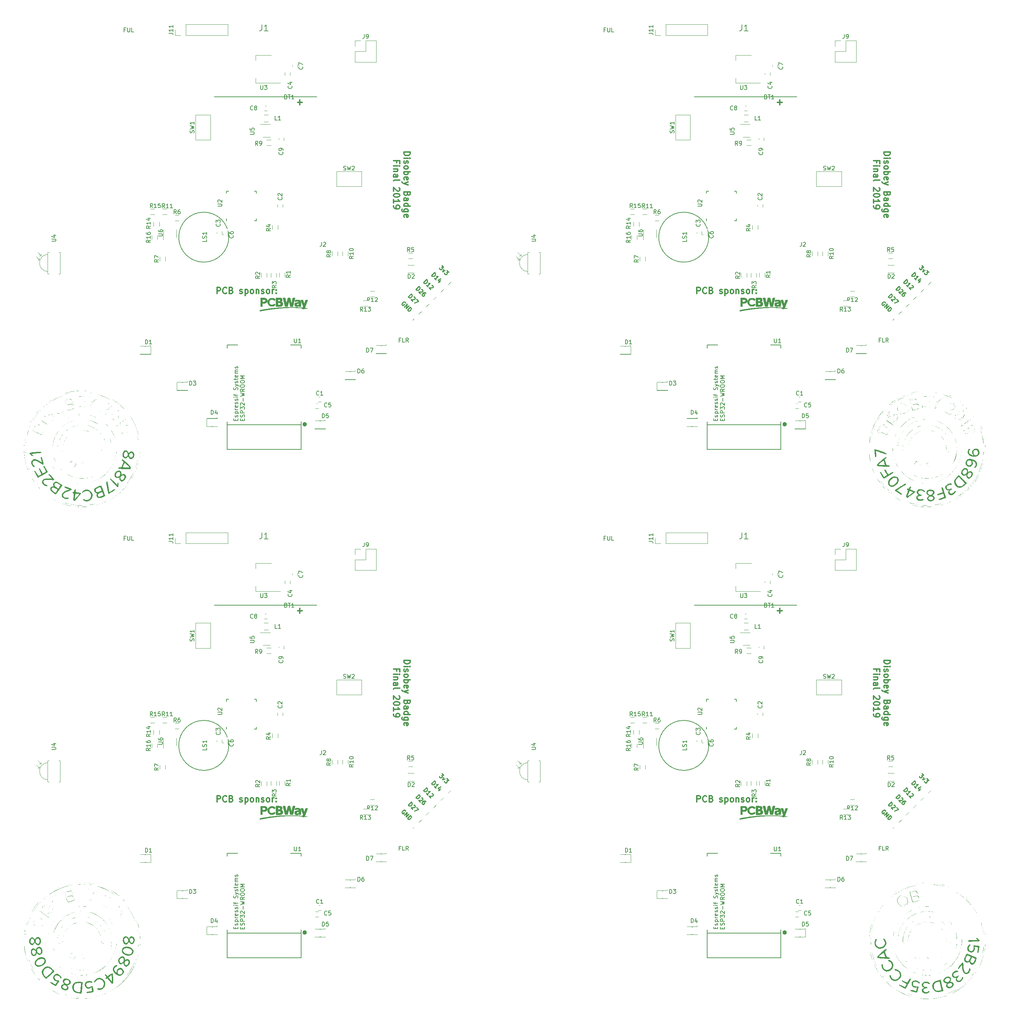
<source format=gto>
G04 #@! TF.FileFunction,Legend,Top*
%FSLAX46Y46*%
G04 Gerber Fmt 4.6, Leading zero omitted, Abs format (unit mm)*
G04 Created by KiCad (PCBNEW 4.0.7-e2-6376~58~ubuntu16.04.1) date Sat Nov  3 10:34:09 2018*
%MOMM*%
%LPD*%
G01*
G04 APERTURE LIST*
%ADD10C,0.150000*%
%ADD11C,0.300000*%
%ADD12C,0.250000*%
%ADD13C,0.120000*%
%ADD14C,0.010000*%
%ADD15C,0.500000*%
%ADD16C,2.540000*%
%ADD17R,1.150000X1.200000*%
%ADD18R,1.050000X1.460000*%
%ADD19R,1.300000X0.900000*%
%ADD20R,0.900000X1.300000*%
%ADD21R,1.200000X1.150000*%
%ADD22R,2.580000X2.000000*%
%ADD23R,2.000000X2.580000*%
%ADD24R,1.620000X1.050000*%
%ADD25R,2.200000X2.200000*%
%ADD26C,2.200000*%
%ADD27R,2.400000X4.200000*%
%ADD28R,2.400000X1.900000*%
%ADD29O,2.924000X1.700000*%
%ADD30R,1.400000X1.650000*%
%ADD31R,2.100000X2.100000*%
%ADD32O,2.100000X2.100000*%
%ADD33R,1.250000X1.050000*%
%ADD34R,2.400000X2.100000*%
%ADD35R,2.000000X1.800000*%
%ADD36R,0.800000X1.750000*%
%ADD37R,2.300000X2.000000*%
%ADD38O,0.700000X1.650000*%
%ADD39R,2.400000X3.400000*%
%ADD40O,0.650000X1.100000*%
%ADD41R,0.650000X1.100000*%
%ADD42O,1.100000X0.650000*%
%ADD43R,1.100000X0.650000*%
%ADD44R,1.687500X1.687500*%
%ADD45O,1.900000X2.924000*%
%ADD46O,2.900000X1.300000*%
%ADD47O,1.300000X2.900000*%
G04 APERTURE END LIST*
D10*
D11*
X187310714Y-144603571D02*
X187310714Y-143103571D01*
X187882142Y-143103571D01*
X188025000Y-143175000D01*
X188096428Y-143246429D01*
X188167857Y-143389286D01*
X188167857Y-143603571D01*
X188096428Y-143746429D01*
X188025000Y-143817857D01*
X187882142Y-143889286D01*
X187310714Y-143889286D01*
X189667857Y-144460714D02*
X189596428Y-144532143D01*
X189382142Y-144603571D01*
X189239285Y-144603571D01*
X189025000Y-144532143D01*
X188882142Y-144389286D01*
X188810714Y-144246429D01*
X188739285Y-143960714D01*
X188739285Y-143746429D01*
X188810714Y-143460714D01*
X188882142Y-143317857D01*
X189025000Y-143175000D01*
X189239285Y-143103571D01*
X189382142Y-143103571D01*
X189596428Y-143175000D01*
X189667857Y-143246429D01*
X190810714Y-143817857D02*
X191025000Y-143889286D01*
X191096428Y-143960714D01*
X191167857Y-144103571D01*
X191167857Y-144317857D01*
X191096428Y-144460714D01*
X191025000Y-144532143D01*
X190882142Y-144603571D01*
X190310714Y-144603571D01*
X190310714Y-143103571D01*
X190810714Y-143103571D01*
X190953571Y-143175000D01*
X191025000Y-143246429D01*
X191096428Y-143389286D01*
X191096428Y-143532143D01*
X191025000Y-143675000D01*
X190953571Y-143746429D01*
X190810714Y-143817857D01*
X190310714Y-143817857D01*
X192882142Y-144532143D02*
X193024999Y-144603571D01*
X193310714Y-144603571D01*
X193453571Y-144532143D01*
X193524999Y-144389286D01*
X193524999Y-144317857D01*
X193453571Y-144175000D01*
X193310714Y-144103571D01*
X193096428Y-144103571D01*
X192953571Y-144032143D01*
X192882142Y-143889286D01*
X192882142Y-143817857D01*
X192953571Y-143675000D01*
X193096428Y-143603571D01*
X193310714Y-143603571D01*
X193453571Y-143675000D01*
X194167857Y-143603571D02*
X194167857Y-145103571D01*
X194167857Y-143675000D02*
X194310714Y-143603571D01*
X194596428Y-143603571D01*
X194739285Y-143675000D01*
X194810714Y-143746429D01*
X194882143Y-143889286D01*
X194882143Y-144317857D01*
X194810714Y-144460714D01*
X194739285Y-144532143D01*
X194596428Y-144603571D01*
X194310714Y-144603571D01*
X194167857Y-144532143D01*
X195739286Y-144603571D02*
X195596428Y-144532143D01*
X195525000Y-144460714D01*
X195453571Y-144317857D01*
X195453571Y-143889286D01*
X195525000Y-143746429D01*
X195596428Y-143675000D01*
X195739286Y-143603571D01*
X195953571Y-143603571D01*
X196096428Y-143675000D01*
X196167857Y-143746429D01*
X196239286Y-143889286D01*
X196239286Y-144317857D01*
X196167857Y-144460714D01*
X196096428Y-144532143D01*
X195953571Y-144603571D01*
X195739286Y-144603571D01*
X196882143Y-143603571D02*
X196882143Y-144603571D01*
X196882143Y-143746429D02*
X196953571Y-143675000D01*
X197096429Y-143603571D01*
X197310714Y-143603571D01*
X197453571Y-143675000D01*
X197525000Y-143817857D01*
X197525000Y-144603571D01*
X198167857Y-144532143D02*
X198310714Y-144603571D01*
X198596429Y-144603571D01*
X198739286Y-144532143D01*
X198810714Y-144389286D01*
X198810714Y-144317857D01*
X198739286Y-144175000D01*
X198596429Y-144103571D01*
X198382143Y-144103571D01*
X198239286Y-144032143D01*
X198167857Y-143889286D01*
X198167857Y-143817857D01*
X198239286Y-143675000D01*
X198382143Y-143603571D01*
X198596429Y-143603571D01*
X198739286Y-143675000D01*
X199667858Y-144603571D02*
X199525000Y-144532143D01*
X199453572Y-144460714D01*
X199382143Y-144317857D01*
X199382143Y-143889286D01*
X199453572Y-143746429D01*
X199525000Y-143675000D01*
X199667858Y-143603571D01*
X199882143Y-143603571D01*
X200025000Y-143675000D01*
X200096429Y-143746429D01*
X200167858Y-143889286D01*
X200167858Y-144317857D01*
X200096429Y-144460714D01*
X200025000Y-144532143D01*
X199882143Y-144603571D01*
X199667858Y-144603571D01*
X200810715Y-144603571D02*
X200810715Y-143603571D01*
X200810715Y-143889286D02*
X200882143Y-143746429D01*
X200953572Y-143675000D01*
X201096429Y-143603571D01*
X201239286Y-143603571D01*
X201739286Y-144460714D02*
X201810714Y-144532143D01*
X201739286Y-144603571D01*
X201667857Y-144532143D01*
X201739286Y-144460714D01*
X201739286Y-144603571D01*
X201739286Y-143675000D02*
X201810714Y-143746429D01*
X201739286Y-143817857D01*
X201667857Y-143746429D01*
X201739286Y-143675000D01*
X201739286Y-143817857D01*
X70310714Y-144603571D02*
X70310714Y-143103571D01*
X70882142Y-143103571D01*
X71025000Y-143175000D01*
X71096428Y-143246429D01*
X71167857Y-143389286D01*
X71167857Y-143603571D01*
X71096428Y-143746429D01*
X71025000Y-143817857D01*
X70882142Y-143889286D01*
X70310714Y-143889286D01*
X72667857Y-144460714D02*
X72596428Y-144532143D01*
X72382142Y-144603571D01*
X72239285Y-144603571D01*
X72025000Y-144532143D01*
X71882142Y-144389286D01*
X71810714Y-144246429D01*
X71739285Y-143960714D01*
X71739285Y-143746429D01*
X71810714Y-143460714D01*
X71882142Y-143317857D01*
X72025000Y-143175000D01*
X72239285Y-143103571D01*
X72382142Y-143103571D01*
X72596428Y-143175000D01*
X72667857Y-143246429D01*
X73810714Y-143817857D02*
X74025000Y-143889286D01*
X74096428Y-143960714D01*
X74167857Y-144103571D01*
X74167857Y-144317857D01*
X74096428Y-144460714D01*
X74025000Y-144532143D01*
X73882142Y-144603571D01*
X73310714Y-144603571D01*
X73310714Y-143103571D01*
X73810714Y-143103571D01*
X73953571Y-143175000D01*
X74025000Y-143246429D01*
X74096428Y-143389286D01*
X74096428Y-143532143D01*
X74025000Y-143675000D01*
X73953571Y-143746429D01*
X73810714Y-143817857D01*
X73310714Y-143817857D01*
X75882142Y-144532143D02*
X76024999Y-144603571D01*
X76310714Y-144603571D01*
X76453571Y-144532143D01*
X76524999Y-144389286D01*
X76524999Y-144317857D01*
X76453571Y-144175000D01*
X76310714Y-144103571D01*
X76096428Y-144103571D01*
X75953571Y-144032143D01*
X75882142Y-143889286D01*
X75882142Y-143817857D01*
X75953571Y-143675000D01*
X76096428Y-143603571D01*
X76310714Y-143603571D01*
X76453571Y-143675000D01*
X77167857Y-143603571D02*
X77167857Y-145103571D01*
X77167857Y-143675000D02*
X77310714Y-143603571D01*
X77596428Y-143603571D01*
X77739285Y-143675000D01*
X77810714Y-143746429D01*
X77882143Y-143889286D01*
X77882143Y-144317857D01*
X77810714Y-144460714D01*
X77739285Y-144532143D01*
X77596428Y-144603571D01*
X77310714Y-144603571D01*
X77167857Y-144532143D01*
X78739286Y-144603571D02*
X78596428Y-144532143D01*
X78525000Y-144460714D01*
X78453571Y-144317857D01*
X78453571Y-143889286D01*
X78525000Y-143746429D01*
X78596428Y-143675000D01*
X78739286Y-143603571D01*
X78953571Y-143603571D01*
X79096428Y-143675000D01*
X79167857Y-143746429D01*
X79239286Y-143889286D01*
X79239286Y-144317857D01*
X79167857Y-144460714D01*
X79096428Y-144532143D01*
X78953571Y-144603571D01*
X78739286Y-144603571D01*
X79882143Y-143603571D02*
X79882143Y-144603571D01*
X79882143Y-143746429D02*
X79953571Y-143675000D01*
X80096429Y-143603571D01*
X80310714Y-143603571D01*
X80453571Y-143675000D01*
X80525000Y-143817857D01*
X80525000Y-144603571D01*
X81167857Y-144532143D02*
X81310714Y-144603571D01*
X81596429Y-144603571D01*
X81739286Y-144532143D01*
X81810714Y-144389286D01*
X81810714Y-144317857D01*
X81739286Y-144175000D01*
X81596429Y-144103571D01*
X81382143Y-144103571D01*
X81239286Y-144032143D01*
X81167857Y-143889286D01*
X81167857Y-143817857D01*
X81239286Y-143675000D01*
X81382143Y-143603571D01*
X81596429Y-143603571D01*
X81739286Y-143675000D01*
X82667858Y-144603571D02*
X82525000Y-144532143D01*
X82453572Y-144460714D01*
X82382143Y-144317857D01*
X82382143Y-143889286D01*
X82453572Y-143746429D01*
X82525000Y-143675000D01*
X82667858Y-143603571D01*
X82882143Y-143603571D01*
X83025000Y-143675000D01*
X83096429Y-143746429D01*
X83167858Y-143889286D01*
X83167858Y-144317857D01*
X83096429Y-144460714D01*
X83025000Y-144532143D01*
X82882143Y-144603571D01*
X82667858Y-144603571D01*
X83810715Y-144603571D02*
X83810715Y-143603571D01*
X83810715Y-143889286D02*
X83882143Y-143746429D01*
X83953572Y-143675000D01*
X84096429Y-143603571D01*
X84239286Y-143603571D01*
X84739286Y-144460714D02*
X84810714Y-144532143D01*
X84739286Y-144603571D01*
X84667857Y-144532143D01*
X84739286Y-144460714D01*
X84739286Y-144603571D01*
X84739286Y-143675000D02*
X84810714Y-143746429D01*
X84739286Y-143817857D01*
X84667857Y-143746429D01*
X84739286Y-143675000D01*
X84739286Y-143817857D01*
X187310714Y-20603571D02*
X187310714Y-19103571D01*
X187882142Y-19103571D01*
X188025000Y-19175000D01*
X188096428Y-19246429D01*
X188167857Y-19389286D01*
X188167857Y-19603571D01*
X188096428Y-19746429D01*
X188025000Y-19817857D01*
X187882142Y-19889286D01*
X187310714Y-19889286D01*
X189667857Y-20460714D02*
X189596428Y-20532143D01*
X189382142Y-20603571D01*
X189239285Y-20603571D01*
X189025000Y-20532143D01*
X188882142Y-20389286D01*
X188810714Y-20246429D01*
X188739285Y-19960714D01*
X188739285Y-19746429D01*
X188810714Y-19460714D01*
X188882142Y-19317857D01*
X189025000Y-19175000D01*
X189239285Y-19103571D01*
X189382142Y-19103571D01*
X189596428Y-19175000D01*
X189667857Y-19246429D01*
X190810714Y-19817857D02*
X191025000Y-19889286D01*
X191096428Y-19960714D01*
X191167857Y-20103571D01*
X191167857Y-20317857D01*
X191096428Y-20460714D01*
X191025000Y-20532143D01*
X190882142Y-20603571D01*
X190310714Y-20603571D01*
X190310714Y-19103571D01*
X190810714Y-19103571D01*
X190953571Y-19175000D01*
X191025000Y-19246429D01*
X191096428Y-19389286D01*
X191096428Y-19532143D01*
X191025000Y-19675000D01*
X190953571Y-19746429D01*
X190810714Y-19817857D01*
X190310714Y-19817857D01*
X192882142Y-20532143D02*
X193024999Y-20603571D01*
X193310714Y-20603571D01*
X193453571Y-20532143D01*
X193524999Y-20389286D01*
X193524999Y-20317857D01*
X193453571Y-20175000D01*
X193310714Y-20103571D01*
X193096428Y-20103571D01*
X192953571Y-20032143D01*
X192882142Y-19889286D01*
X192882142Y-19817857D01*
X192953571Y-19675000D01*
X193096428Y-19603571D01*
X193310714Y-19603571D01*
X193453571Y-19675000D01*
X194167857Y-19603571D02*
X194167857Y-21103571D01*
X194167857Y-19675000D02*
X194310714Y-19603571D01*
X194596428Y-19603571D01*
X194739285Y-19675000D01*
X194810714Y-19746429D01*
X194882143Y-19889286D01*
X194882143Y-20317857D01*
X194810714Y-20460714D01*
X194739285Y-20532143D01*
X194596428Y-20603571D01*
X194310714Y-20603571D01*
X194167857Y-20532143D01*
X195739286Y-20603571D02*
X195596428Y-20532143D01*
X195525000Y-20460714D01*
X195453571Y-20317857D01*
X195453571Y-19889286D01*
X195525000Y-19746429D01*
X195596428Y-19675000D01*
X195739286Y-19603571D01*
X195953571Y-19603571D01*
X196096428Y-19675000D01*
X196167857Y-19746429D01*
X196239286Y-19889286D01*
X196239286Y-20317857D01*
X196167857Y-20460714D01*
X196096428Y-20532143D01*
X195953571Y-20603571D01*
X195739286Y-20603571D01*
X196882143Y-19603571D02*
X196882143Y-20603571D01*
X196882143Y-19746429D02*
X196953571Y-19675000D01*
X197096429Y-19603571D01*
X197310714Y-19603571D01*
X197453571Y-19675000D01*
X197525000Y-19817857D01*
X197525000Y-20603571D01*
X198167857Y-20532143D02*
X198310714Y-20603571D01*
X198596429Y-20603571D01*
X198739286Y-20532143D01*
X198810714Y-20389286D01*
X198810714Y-20317857D01*
X198739286Y-20175000D01*
X198596429Y-20103571D01*
X198382143Y-20103571D01*
X198239286Y-20032143D01*
X198167857Y-19889286D01*
X198167857Y-19817857D01*
X198239286Y-19675000D01*
X198382143Y-19603571D01*
X198596429Y-19603571D01*
X198739286Y-19675000D01*
X199667858Y-20603571D02*
X199525000Y-20532143D01*
X199453572Y-20460714D01*
X199382143Y-20317857D01*
X199382143Y-19889286D01*
X199453572Y-19746429D01*
X199525000Y-19675000D01*
X199667858Y-19603571D01*
X199882143Y-19603571D01*
X200025000Y-19675000D01*
X200096429Y-19746429D01*
X200167858Y-19889286D01*
X200167858Y-20317857D01*
X200096429Y-20460714D01*
X200025000Y-20532143D01*
X199882143Y-20603571D01*
X199667858Y-20603571D01*
X200810715Y-20603571D02*
X200810715Y-19603571D01*
X200810715Y-19889286D02*
X200882143Y-19746429D01*
X200953572Y-19675000D01*
X201096429Y-19603571D01*
X201239286Y-19603571D01*
X201739286Y-20460714D02*
X201810714Y-20532143D01*
X201739286Y-20603571D01*
X201667857Y-20532143D01*
X201739286Y-20460714D01*
X201739286Y-20603571D01*
X201739286Y-19675000D02*
X201810714Y-19746429D01*
X201739286Y-19817857D01*
X201667857Y-19746429D01*
X201739286Y-19675000D01*
X201739286Y-19817857D01*
X232921429Y-110071429D02*
X234421429Y-110071429D01*
X234421429Y-110428572D01*
X234350000Y-110642857D01*
X234207143Y-110785715D01*
X234064286Y-110857143D01*
X233778571Y-110928572D01*
X233564286Y-110928572D01*
X233278571Y-110857143D01*
X233135714Y-110785715D01*
X232992857Y-110642857D01*
X232921429Y-110428572D01*
X232921429Y-110071429D01*
X232921429Y-111571429D02*
X233921429Y-111571429D01*
X234421429Y-111571429D02*
X234350000Y-111500000D01*
X234278571Y-111571429D01*
X234350000Y-111642857D01*
X234421429Y-111571429D01*
X234278571Y-111571429D01*
X232992857Y-112214286D02*
X232921429Y-112357143D01*
X232921429Y-112642858D01*
X232992857Y-112785715D01*
X233135714Y-112857143D01*
X233207143Y-112857143D01*
X233350000Y-112785715D01*
X233421429Y-112642858D01*
X233421429Y-112428572D01*
X233492857Y-112285715D01*
X233635714Y-112214286D01*
X233707143Y-112214286D01*
X233850000Y-112285715D01*
X233921429Y-112428572D01*
X233921429Y-112642858D01*
X233850000Y-112785715D01*
X232921429Y-113714287D02*
X232992857Y-113571429D01*
X233064286Y-113500001D01*
X233207143Y-113428572D01*
X233635714Y-113428572D01*
X233778571Y-113500001D01*
X233850000Y-113571429D01*
X233921429Y-113714287D01*
X233921429Y-113928572D01*
X233850000Y-114071429D01*
X233778571Y-114142858D01*
X233635714Y-114214287D01*
X233207143Y-114214287D01*
X233064286Y-114142858D01*
X232992857Y-114071429D01*
X232921429Y-113928572D01*
X232921429Y-113714287D01*
X232921429Y-114857144D02*
X234421429Y-114857144D01*
X233850000Y-114857144D02*
X233921429Y-115000001D01*
X233921429Y-115285715D01*
X233850000Y-115428572D01*
X233778571Y-115500001D01*
X233635714Y-115571430D01*
X233207143Y-115571430D01*
X233064286Y-115500001D01*
X232992857Y-115428572D01*
X232921429Y-115285715D01*
X232921429Y-115000001D01*
X232992857Y-114857144D01*
X232992857Y-116785715D02*
X232921429Y-116642858D01*
X232921429Y-116357144D01*
X232992857Y-116214287D01*
X233135714Y-116142858D01*
X233707143Y-116142858D01*
X233850000Y-116214287D01*
X233921429Y-116357144D01*
X233921429Y-116642858D01*
X233850000Y-116785715D01*
X233707143Y-116857144D01*
X233564286Y-116857144D01*
X233421429Y-116142858D01*
X233921429Y-117357144D02*
X232921429Y-117714287D01*
X233921429Y-118071429D02*
X232921429Y-117714287D01*
X232564286Y-117571429D01*
X232492857Y-117500001D01*
X232421429Y-117357144D01*
X233707143Y-120285715D02*
X233635714Y-120500001D01*
X233564286Y-120571429D01*
X233421429Y-120642858D01*
X233207143Y-120642858D01*
X233064286Y-120571429D01*
X232992857Y-120500001D01*
X232921429Y-120357143D01*
X232921429Y-119785715D01*
X234421429Y-119785715D01*
X234421429Y-120285715D01*
X234350000Y-120428572D01*
X234278571Y-120500001D01*
X234135714Y-120571429D01*
X233992857Y-120571429D01*
X233850000Y-120500001D01*
X233778571Y-120428572D01*
X233707143Y-120285715D01*
X233707143Y-119785715D01*
X232921429Y-121928572D02*
X233707143Y-121928572D01*
X233850000Y-121857143D01*
X233921429Y-121714286D01*
X233921429Y-121428572D01*
X233850000Y-121285715D01*
X232992857Y-121928572D02*
X232921429Y-121785715D01*
X232921429Y-121428572D01*
X232992857Y-121285715D01*
X233135714Y-121214286D01*
X233278571Y-121214286D01*
X233421429Y-121285715D01*
X233492857Y-121428572D01*
X233492857Y-121785715D01*
X233564286Y-121928572D01*
X232921429Y-123285715D02*
X234421429Y-123285715D01*
X232992857Y-123285715D02*
X232921429Y-123142858D01*
X232921429Y-122857144D01*
X232992857Y-122714286D01*
X233064286Y-122642858D01*
X233207143Y-122571429D01*
X233635714Y-122571429D01*
X233778571Y-122642858D01*
X233850000Y-122714286D01*
X233921429Y-122857144D01*
X233921429Y-123142858D01*
X233850000Y-123285715D01*
X233921429Y-124642858D02*
X232707143Y-124642858D01*
X232564286Y-124571429D01*
X232492857Y-124500001D01*
X232421429Y-124357144D01*
X232421429Y-124142858D01*
X232492857Y-124000001D01*
X232992857Y-124642858D02*
X232921429Y-124500001D01*
X232921429Y-124214287D01*
X232992857Y-124071429D01*
X233064286Y-124000001D01*
X233207143Y-123928572D01*
X233635714Y-123928572D01*
X233778571Y-124000001D01*
X233850000Y-124071429D01*
X233921429Y-124214287D01*
X233921429Y-124500001D01*
X233850000Y-124642858D01*
X232992857Y-125928572D02*
X232921429Y-125785715D01*
X232921429Y-125500001D01*
X232992857Y-125357144D01*
X233135714Y-125285715D01*
X233707143Y-125285715D01*
X233850000Y-125357144D01*
X233921429Y-125500001D01*
X233921429Y-125785715D01*
X233850000Y-125928572D01*
X233707143Y-126000001D01*
X233564286Y-126000001D01*
X233421429Y-125285715D01*
X231157143Y-112678573D02*
X231157143Y-112178573D01*
X230371429Y-112178573D02*
X231871429Y-112178573D01*
X231871429Y-112892859D01*
X230371429Y-113464287D02*
X231371429Y-113464287D01*
X231871429Y-113464287D02*
X231800000Y-113392858D01*
X231728571Y-113464287D01*
X231800000Y-113535715D01*
X231871429Y-113464287D01*
X231728571Y-113464287D01*
X231371429Y-114178573D02*
X230371429Y-114178573D01*
X231228571Y-114178573D02*
X231300000Y-114250001D01*
X231371429Y-114392859D01*
X231371429Y-114607144D01*
X231300000Y-114750001D01*
X231157143Y-114821430D01*
X230371429Y-114821430D01*
X230371429Y-116178573D02*
X231157143Y-116178573D01*
X231300000Y-116107144D01*
X231371429Y-115964287D01*
X231371429Y-115678573D01*
X231300000Y-115535716D01*
X230442857Y-116178573D02*
X230371429Y-116035716D01*
X230371429Y-115678573D01*
X230442857Y-115535716D01*
X230585714Y-115464287D01*
X230728571Y-115464287D01*
X230871429Y-115535716D01*
X230942857Y-115678573D01*
X230942857Y-116035716D01*
X231014286Y-116178573D01*
X230371429Y-117107145D02*
X230442857Y-116964287D01*
X230585714Y-116892859D01*
X231871429Y-116892859D01*
X231728571Y-118750001D02*
X231800000Y-118821430D01*
X231871429Y-118964287D01*
X231871429Y-119321430D01*
X231800000Y-119464287D01*
X231728571Y-119535716D01*
X231585714Y-119607144D01*
X231442857Y-119607144D01*
X231228571Y-119535716D01*
X230371429Y-118678573D01*
X230371429Y-119607144D01*
X231871429Y-120535715D02*
X231871429Y-120678572D01*
X231800000Y-120821429D01*
X231728571Y-120892858D01*
X231585714Y-120964287D01*
X231300000Y-121035715D01*
X230942857Y-121035715D01*
X230657143Y-120964287D01*
X230514286Y-120892858D01*
X230442857Y-120821429D01*
X230371429Y-120678572D01*
X230371429Y-120535715D01*
X230442857Y-120392858D01*
X230514286Y-120321429D01*
X230657143Y-120250001D01*
X230942857Y-120178572D01*
X231300000Y-120178572D01*
X231585714Y-120250001D01*
X231728571Y-120321429D01*
X231800000Y-120392858D01*
X231871429Y-120535715D01*
X230371429Y-122464286D02*
X230371429Y-121607143D01*
X230371429Y-122035715D02*
X231871429Y-122035715D01*
X231657143Y-121892858D01*
X231514286Y-121750000D01*
X231442857Y-121607143D01*
X230371429Y-123178571D02*
X230371429Y-123464286D01*
X230442857Y-123607143D01*
X230514286Y-123678571D01*
X230728571Y-123821429D01*
X231014286Y-123892857D01*
X231585714Y-123892857D01*
X231728571Y-123821429D01*
X231800000Y-123750000D01*
X231871429Y-123607143D01*
X231871429Y-123321429D01*
X231800000Y-123178571D01*
X231728571Y-123107143D01*
X231585714Y-123035714D01*
X231228571Y-123035714D01*
X231085714Y-123107143D01*
X231014286Y-123178571D01*
X230942857Y-123321429D01*
X230942857Y-123607143D01*
X231014286Y-123750000D01*
X231085714Y-123821429D01*
X231228571Y-123892857D01*
X115921429Y-110071429D02*
X117421429Y-110071429D01*
X117421429Y-110428572D01*
X117350000Y-110642857D01*
X117207143Y-110785715D01*
X117064286Y-110857143D01*
X116778571Y-110928572D01*
X116564286Y-110928572D01*
X116278571Y-110857143D01*
X116135714Y-110785715D01*
X115992857Y-110642857D01*
X115921429Y-110428572D01*
X115921429Y-110071429D01*
X115921429Y-111571429D02*
X116921429Y-111571429D01*
X117421429Y-111571429D02*
X117350000Y-111500000D01*
X117278571Y-111571429D01*
X117350000Y-111642857D01*
X117421429Y-111571429D01*
X117278571Y-111571429D01*
X115992857Y-112214286D02*
X115921429Y-112357143D01*
X115921429Y-112642858D01*
X115992857Y-112785715D01*
X116135714Y-112857143D01*
X116207143Y-112857143D01*
X116350000Y-112785715D01*
X116421429Y-112642858D01*
X116421429Y-112428572D01*
X116492857Y-112285715D01*
X116635714Y-112214286D01*
X116707143Y-112214286D01*
X116850000Y-112285715D01*
X116921429Y-112428572D01*
X116921429Y-112642858D01*
X116850000Y-112785715D01*
X115921429Y-113714287D02*
X115992857Y-113571429D01*
X116064286Y-113500001D01*
X116207143Y-113428572D01*
X116635714Y-113428572D01*
X116778571Y-113500001D01*
X116850000Y-113571429D01*
X116921429Y-113714287D01*
X116921429Y-113928572D01*
X116850000Y-114071429D01*
X116778571Y-114142858D01*
X116635714Y-114214287D01*
X116207143Y-114214287D01*
X116064286Y-114142858D01*
X115992857Y-114071429D01*
X115921429Y-113928572D01*
X115921429Y-113714287D01*
X115921429Y-114857144D02*
X117421429Y-114857144D01*
X116850000Y-114857144D02*
X116921429Y-115000001D01*
X116921429Y-115285715D01*
X116850000Y-115428572D01*
X116778571Y-115500001D01*
X116635714Y-115571430D01*
X116207143Y-115571430D01*
X116064286Y-115500001D01*
X115992857Y-115428572D01*
X115921429Y-115285715D01*
X115921429Y-115000001D01*
X115992857Y-114857144D01*
X115992857Y-116785715D02*
X115921429Y-116642858D01*
X115921429Y-116357144D01*
X115992857Y-116214287D01*
X116135714Y-116142858D01*
X116707143Y-116142858D01*
X116850000Y-116214287D01*
X116921429Y-116357144D01*
X116921429Y-116642858D01*
X116850000Y-116785715D01*
X116707143Y-116857144D01*
X116564286Y-116857144D01*
X116421429Y-116142858D01*
X116921429Y-117357144D02*
X115921429Y-117714287D01*
X116921429Y-118071429D02*
X115921429Y-117714287D01*
X115564286Y-117571429D01*
X115492857Y-117500001D01*
X115421429Y-117357144D01*
X116707143Y-120285715D02*
X116635714Y-120500001D01*
X116564286Y-120571429D01*
X116421429Y-120642858D01*
X116207143Y-120642858D01*
X116064286Y-120571429D01*
X115992857Y-120500001D01*
X115921429Y-120357143D01*
X115921429Y-119785715D01*
X117421429Y-119785715D01*
X117421429Y-120285715D01*
X117350000Y-120428572D01*
X117278571Y-120500001D01*
X117135714Y-120571429D01*
X116992857Y-120571429D01*
X116850000Y-120500001D01*
X116778571Y-120428572D01*
X116707143Y-120285715D01*
X116707143Y-119785715D01*
X115921429Y-121928572D02*
X116707143Y-121928572D01*
X116850000Y-121857143D01*
X116921429Y-121714286D01*
X116921429Y-121428572D01*
X116850000Y-121285715D01*
X115992857Y-121928572D02*
X115921429Y-121785715D01*
X115921429Y-121428572D01*
X115992857Y-121285715D01*
X116135714Y-121214286D01*
X116278571Y-121214286D01*
X116421429Y-121285715D01*
X116492857Y-121428572D01*
X116492857Y-121785715D01*
X116564286Y-121928572D01*
X115921429Y-123285715D02*
X117421429Y-123285715D01*
X115992857Y-123285715D02*
X115921429Y-123142858D01*
X115921429Y-122857144D01*
X115992857Y-122714286D01*
X116064286Y-122642858D01*
X116207143Y-122571429D01*
X116635714Y-122571429D01*
X116778571Y-122642858D01*
X116850000Y-122714286D01*
X116921429Y-122857144D01*
X116921429Y-123142858D01*
X116850000Y-123285715D01*
X116921429Y-124642858D02*
X115707143Y-124642858D01*
X115564286Y-124571429D01*
X115492857Y-124500001D01*
X115421429Y-124357144D01*
X115421429Y-124142858D01*
X115492857Y-124000001D01*
X115992857Y-124642858D02*
X115921429Y-124500001D01*
X115921429Y-124214287D01*
X115992857Y-124071429D01*
X116064286Y-124000001D01*
X116207143Y-123928572D01*
X116635714Y-123928572D01*
X116778571Y-124000001D01*
X116850000Y-124071429D01*
X116921429Y-124214287D01*
X116921429Y-124500001D01*
X116850000Y-124642858D01*
X115992857Y-125928572D02*
X115921429Y-125785715D01*
X115921429Y-125500001D01*
X115992857Y-125357144D01*
X116135714Y-125285715D01*
X116707143Y-125285715D01*
X116850000Y-125357144D01*
X116921429Y-125500001D01*
X116921429Y-125785715D01*
X116850000Y-125928572D01*
X116707143Y-126000001D01*
X116564286Y-126000001D01*
X116421429Y-125285715D01*
X114157143Y-112678573D02*
X114157143Y-112178573D01*
X113371429Y-112178573D02*
X114871429Y-112178573D01*
X114871429Y-112892859D01*
X113371429Y-113464287D02*
X114371429Y-113464287D01*
X114871429Y-113464287D02*
X114800000Y-113392858D01*
X114728571Y-113464287D01*
X114800000Y-113535715D01*
X114871429Y-113464287D01*
X114728571Y-113464287D01*
X114371429Y-114178573D02*
X113371429Y-114178573D01*
X114228571Y-114178573D02*
X114300000Y-114250001D01*
X114371429Y-114392859D01*
X114371429Y-114607144D01*
X114300000Y-114750001D01*
X114157143Y-114821430D01*
X113371429Y-114821430D01*
X113371429Y-116178573D02*
X114157143Y-116178573D01*
X114300000Y-116107144D01*
X114371429Y-115964287D01*
X114371429Y-115678573D01*
X114300000Y-115535716D01*
X113442857Y-116178573D02*
X113371429Y-116035716D01*
X113371429Y-115678573D01*
X113442857Y-115535716D01*
X113585714Y-115464287D01*
X113728571Y-115464287D01*
X113871429Y-115535716D01*
X113942857Y-115678573D01*
X113942857Y-116035716D01*
X114014286Y-116178573D01*
X113371429Y-117107145D02*
X113442857Y-116964287D01*
X113585714Y-116892859D01*
X114871429Y-116892859D01*
X114728571Y-118750001D02*
X114800000Y-118821430D01*
X114871429Y-118964287D01*
X114871429Y-119321430D01*
X114800000Y-119464287D01*
X114728571Y-119535716D01*
X114585714Y-119607144D01*
X114442857Y-119607144D01*
X114228571Y-119535716D01*
X113371429Y-118678573D01*
X113371429Y-119607144D01*
X114871429Y-120535715D02*
X114871429Y-120678572D01*
X114800000Y-120821429D01*
X114728571Y-120892858D01*
X114585714Y-120964287D01*
X114300000Y-121035715D01*
X113942857Y-121035715D01*
X113657143Y-120964287D01*
X113514286Y-120892858D01*
X113442857Y-120821429D01*
X113371429Y-120678572D01*
X113371429Y-120535715D01*
X113442857Y-120392858D01*
X113514286Y-120321429D01*
X113657143Y-120250001D01*
X113942857Y-120178572D01*
X114300000Y-120178572D01*
X114585714Y-120250001D01*
X114728571Y-120321429D01*
X114800000Y-120392858D01*
X114871429Y-120535715D01*
X113371429Y-122464286D02*
X113371429Y-121607143D01*
X113371429Y-122035715D02*
X114871429Y-122035715D01*
X114657143Y-121892858D01*
X114514286Y-121750000D01*
X114442857Y-121607143D01*
X113371429Y-123178571D02*
X113371429Y-123464286D01*
X113442857Y-123607143D01*
X113514286Y-123678571D01*
X113728571Y-123821429D01*
X114014286Y-123892857D01*
X114585714Y-123892857D01*
X114728571Y-123821429D01*
X114800000Y-123750000D01*
X114871429Y-123607143D01*
X114871429Y-123321429D01*
X114800000Y-123178571D01*
X114728571Y-123107143D01*
X114585714Y-123035714D01*
X114228571Y-123035714D01*
X114085714Y-123107143D01*
X114014286Y-123178571D01*
X113942857Y-123321429D01*
X113942857Y-123607143D01*
X114014286Y-123750000D01*
X114085714Y-123821429D01*
X114228571Y-123892857D01*
X232921429Y13928571D02*
X234421429Y13928571D01*
X234421429Y13571428D01*
X234350000Y13357143D01*
X234207143Y13214285D01*
X234064286Y13142857D01*
X233778571Y13071428D01*
X233564286Y13071428D01*
X233278571Y13142857D01*
X233135714Y13214285D01*
X232992857Y13357143D01*
X232921429Y13571428D01*
X232921429Y13928571D01*
X232921429Y12428571D02*
X233921429Y12428571D01*
X234421429Y12428571D02*
X234350000Y12500000D01*
X234278571Y12428571D01*
X234350000Y12357143D01*
X234421429Y12428571D01*
X234278571Y12428571D01*
X232992857Y11785714D02*
X232921429Y11642857D01*
X232921429Y11357142D01*
X232992857Y11214285D01*
X233135714Y11142857D01*
X233207143Y11142857D01*
X233350000Y11214285D01*
X233421429Y11357142D01*
X233421429Y11571428D01*
X233492857Y11714285D01*
X233635714Y11785714D01*
X233707143Y11785714D01*
X233850000Y11714285D01*
X233921429Y11571428D01*
X233921429Y11357142D01*
X233850000Y11214285D01*
X232921429Y10285713D02*
X232992857Y10428571D01*
X233064286Y10499999D01*
X233207143Y10571428D01*
X233635714Y10571428D01*
X233778571Y10499999D01*
X233850000Y10428571D01*
X233921429Y10285713D01*
X233921429Y10071428D01*
X233850000Y9928571D01*
X233778571Y9857142D01*
X233635714Y9785713D01*
X233207143Y9785713D01*
X233064286Y9857142D01*
X232992857Y9928571D01*
X232921429Y10071428D01*
X232921429Y10285713D01*
X232921429Y9142856D02*
X234421429Y9142856D01*
X233850000Y9142856D02*
X233921429Y8999999D01*
X233921429Y8714285D01*
X233850000Y8571428D01*
X233778571Y8499999D01*
X233635714Y8428570D01*
X233207143Y8428570D01*
X233064286Y8499999D01*
X232992857Y8571428D01*
X232921429Y8714285D01*
X232921429Y8999999D01*
X232992857Y9142856D01*
X232992857Y7214285D02*
X232921429Y7357142D01*
X232921429Y7642856D01*
X232992857Y7785713D01*
X233135714Y7857142D01*
X233707143Y7857142D01*
X233850000Y7785713D01*
X233921429Y7642856D01*
X233921429Y7357142D01*
X233850000Y7214285D01*
X233707143Y7142856D01*
X233564286Y7142856D01*
X233421429Y7857142D01*
X233921429Y6642856D02*
X232921429Y6285713D01*
X233921429Y5928571D02*
X232921429Y6285713D01*
X232564286Y6428571D01*
X232492857Y6499999D01*
X232421429Y6642856D01*
X233707143Y3714285D02*
X233635714Y3499999D01*
X233564286Y3428571D01*
X233421429Y3357142D01*
X233207143Y3357142D01*
X233064286Y3428571D01*
X232992857Y3499999D01*
X232921429Y3642857D01*
X232921429Y4214285D01*
X234421429Y4214285D01*
X234421429Y3714285D01*
X234350000Y3571428D01*
X234278571Y3499999D01*
X234135714Y3428571D01*
X233992857Y3428571D01*
X233850000Y3499999D01*
X233778571Y3571428D01*
X233707143Y3714285D01*
X233707143Y4214285D01*
X232921429Y2071428D02*
X233707143Y2071428D01*
X233850000Y2142857D01*
X233921429Y2285714D01*
X233921429Y2571428D01*
X233850000Y2714285D01*
X232992857Y2071428D02*
X232921429Y2214285D01*
X232921429Y2571428D01*
X232992857Y2714285D01*
X233135714Y2785714D01*
X233278571Y2785714D01*
X233421429Y2714285D01*
X233492857Y2571428D01*
X233492857Y2214285D01*
X233564286Y2071428D01*
X232921429Y714285D02*
X234421429Y714285D01*
X232992857Y714285D02*
X232921429Y857142D01*
X232921429Y1142856D01*
X232992857Y1285714D01*
X233064286Y1357142D01*
X233207143Y1428571D01*
X233635714Y1428571D01*
X233778571Y1357142D01*
X233850000Y1285714D01*
X233921429Y1142856D01*
X233921429Y857142D01*
X233850000Y714285D01*
X233921429Y-642858D02*
X232707143Y-642858D01*
X232564286Y-571429D01*
X232492857Y-500001D01*
X232421429Y-357144D01*
X232421429Y-142858D01*
X232492857Y-1D01*
X232992857Y-642858D02*
X232921429Y-500001D01*
X232921429Y-214287D01*
X232992857Y-71429D01*
X233064286Y-1D01*
X233207143Y71428D01*
X233635714Y71428D01*
X233778571Y-1D01*
X233850000Y-71429D01*
X233921429Y-214287D01*
X233921429Y-500001D01*
X233850000Y-642858D01*
X232992857Y-1928572D02*
X232921429Y-1785715D01*
X232921429Y-1500001D01*
X232992857Y-1357144D01*
X233135714Y-1285715D01*
X233707143Y-1285715D01*
X233850000Y-1357144D01*
X233921429Y-1500001D01*
X233921429Y-1785715D01*
X233850000Y-1928572D01*
X233707143Y-2000001D01*
X233564286Y-2000001D01*
X233421429Y-1285715D01*
X231157143Y11321427D02*
X231157143Y11821427D01*
X230371429Y11821427D02*
X231871429Y11821427D01*
X231871429Y11107141D01*
X230371429Y10535713D02*
X231371429Y10535713D01*
X231871429Y10535713D02*
X231800000Y10607142D01*
X231728571Y10535713D01*
X231800000Y10464285D01*
X231871429Y10535713D01*
X231728571Y10535713D01*
X231371429Y9821427D02*
X230371429Y9821427D01*
X231228571Y9821427D02*
X231300000Y9749999D01*
X231371429Y9607141D01*
X231371429Y9392856D01*
X231300000Y9249999D01*
X231157143Y9178570D01*
X230371429Y9178570D01*
X230371429Y7821427D02*
X231157143Y7821427D01*
X231300000Y7892856D01*
X231371429Y8035713D01*
X231371429Y8321427D01*
X231300000Y8464284D01*
X230442857Y7821427D02*
X230371429Y7964284D01*
X230371429Y8321427D01*
X230442857Y8464284D01*
X230585714Y8535713D01*
X230728571Y8535713D01*
X230871429Y8464284D01*
X230942857Y8321427D01*
X230942857Y7964284D01*
X231014286Y7821427D01*
X230371429Y6892855D02*
X230442857Y7035713D01*
X230585714Y7107141D01*
X231871429Y7107141D01*
X231728571Y5249999D02*
X231800000Y5178570D01*
X231871429Y5035713D01*
X231871429Y4678570D01*
X231800000Y4535713D01*
X231728571Y4464284D01*
X231585714Y4392856D01*
X231442857Y4392856D01*
X231228571Y4464284D01*
X230371429Y5321427D01*
X230371429Y4392856D01*
X231871429Y3464285D02*
X231871429Y3321428D01*
X231800000Y3178571D01*
X231728571Y3107142D01*
X231585714Y3035713D01*
X231300000Y2964285D01*
X230942857Y2964285D01*
X230657143Y3035713D01*
X230514286Y3107142D01*
X230442857Y3178571D01*
X230371429Y3321428D01*
X230371429Y3464285D01*
X230442857Y3607142D01*
X230514286Y3678571D01*
X230657143Y3749999D01*
X230942857Y3821428D01*
X231300000Y3821428D01*
X231585714Y3749999D01*
X231728571Y3678571D01*
X231800000Y3607142D01*
X231871429Y3464285D01*
X230371429Y1535714D02*
X230371429Y2392857D01*
X230371429Y1964285D02*
X231871429Y1964285D01*
X231657143Y2107142D01*
X231514286Y2250000D01*
X231442857Y2392857D01*
X230371429Y821429D02*
X230371429Y535714D01*
X230442857Y392857D01*
X230514286Y321429D01*
X230728571Y178571D01*
X231014286Y107143D01*
X231585714Y107143D01*
X231728571Y178571D01*
X231800000Y250000D01*
X231871429Y392857D01*
X231871429Y678571D01*
X231800000Y821429D01*
X231728571Y892857D01*
X231585714Y964286D01*
X231228571Y964286D01*
X231085714Y892857D01*
X231014286Y821429D01*
X230942857Y678571D01*
X230942857Y392857D01*
X231014286Y250000D01*
X231085714Y178571D01*
X231228571Y107143D01*
X206953572Y-97957143D02*
X208096429Y-97957143D01*
X207525000Y-98528571D02*
X207525000Y-97385714D01*
X89953572Y-97957143D02*
X91096429Y-97957143D01*
X90525000Y-98528571D02*
X90525000Y-97385714D01*
X206953572Y26042857D02*
X208096429Y26042857D01*
X207525000Y25471429D02*
X207525000Y26614286D01*
D12*
X242145431Y-137695981D02*
X242583164Y-138133714D01*
X242078088Y-138167385D01*
X242179104Y-138268401D01*
X242212776Y-138369416D01*
X242212776Y-138436760D01*
X242179103Y-138537776D01*
X242010745Y-138706134D01*
X241909729Y-138739806D01*
X241842386Y-138739806D01*
X241741371Y-138706134D01*
X241539340Y-138504103D01*
X241505668Y-138403088D01*
X241505668Y-138335745D01*
X242583164Y-138605118D02*
X242280118Y-139244882D01*
X242919882Y-138941836D01*
X243357615Y-138908164D02*
X243795348Y-139345898D01*
X243290271Y-139379569D01*
X243391287Y-139480584D01*
X243424959Y-139581600D01*
X243424959Y-139648943D01*
X243391286Y-139749959D01*
X243222928Y-139918317D01*
X243121913Y-139951989D01*
X243054569Y-139951989D01*
X242953554Y-139918317D01*
X242751523Y-139716286D01*
X242717851Y-139615271D01*
X242717851Y-139547928D01*
X125145431Y-137695981D02*
X125583164Y-138133714D01*
X125078088Y-138167385D01*
X125179104Y-138268401D01*
X125212776Y-138369416D01*
X125212776Y-138436760D01*
X125179103Y-138537776D01*
X125010745Y-138706134D01*
X124909729Y-138739806D01*
X124842386Y-138739806D01*
X124741371Y-138706134D01*
X124539340Y-138504103D01*
X124505668Y-138403088D01*
X124505668Y-138335745D01*
X125583164Y-138605118D02*
X125280118Y-139244882D01*
X125919882Y-138941836D01*
X126357615Y-138908164D02*
X126795348Y-139345898D01*
X126290271Y-139379569D01*
X126391287Y-139480584D01*
X126424959Y-139581600D01*
X126424959Y-139648943D01*
X126391286Y-139749959D01*
X126222928Y-139918317D01*
X126121913Y-139951989D01*
X126054569Y-139951989D01*
X125953554Y-139918317D01*
X125751523Y-139716286D01*
X125717851Y-139615271D01*
X125717851Y-139547928D01*
X242145431Y-13695981D02*
X242583164Y-14133714D01*
X242078088Y-14167385D01*
X242179104Y-14268401D01*
X242212776Y-14369416D01*
X242212776Y-14436760D01*
X242179103Y-14537776D01*
X242010745Y-14706134D01*
X241909729Y-14739806D01*
X241842386Y-14739806D01*
X241741371Y-14706134D01*
X241539340Y-14504103D01*
X241505668Y-14403088D01*
X241505668Y-14335745D01*
X242583164Y-14605118D02*
X242280118Y-15244882D01*
X242919882Y-14941836D01*
X243357615Y-14908164D02*
X243795348Y-15345898D01*
X243290271Y-15379569D01*
X243391287Y-15480584D01*
X243424959Y-15581600D01*
X243424959Y-15648943D01*
X243391286Y-15749959D01*
X243222928Y-15918317D01*
X243121913Y-15951989D01*
X243054569Y-15951989D01*
X242953554Y-15918317D01*
X242751523Y-15716286D01*
X242717851Y-15615271D01*
X242717851Y-15547928D01*
X239621488Y-140161252D02*
X240328595Y-139454145D01*
X240496954Y-139622504D01*
X240564298Y-139757191D01*
X240564298Y-139891878D01*
X240530626Y-139992893D01*
X240429611Y-140161252D01*
X240328595Y-140262268D01*
X240160237Y-140363283D01*
X240059222Y-140396955D01*
X239924535Y-140396955D01*
X239789847Y-140329610D01*
X239621488Y-140161252D01*
X240698985Y-141238748D02*
X240294924Y-140834687D01*
X240496954Y-141036717D02*
X241204061Y-140329610D01*
X241035702Y-140363282D01*
X240901015Y-140363282D01*
X240800000Y-140329610D01*
X241776481Y-141373435D02*
X241305076Y-141844840D01*
X241877496Y-140935702D02*
X241204061Y-141272420D01*
X241641794Y-141710153D01*
X122621488Y-140161252D02*
X123328595Y-139454145D01*
X123496954Y-139622504D01*
X123564298Y-139757191D01*
X123564298Y-139891878D01*
X123530626Y-139992893D01*
X123429611Y-140161252D01*
X123328595Y-140262268D01*
X123160237Y-140363283D01*
X123059222Y-140396955D01*
X122924535Y-140396955D01*
X122789847Y-140329610D01*
X122621488Y-140161252D01*
X123698985Y-141238748D02*
X123294924Y-140834687D01*
X123496954Y-141036717D02*
X124204061Y-140329610D01*
X124035702Y-140363282D01*
X123901015Y-140363282D01*
X123800000Y-140329610D01*
X124776481Y-141373435D02*
X124305076Y-141844840D01*
X124877496Y-140935702D02*
X124204061Y-141272420D01*
X124641794Y-141710153D01*
X239621488Y-16161252D02*
X240328595Y-15454145D01*
X240496954Y-15622504D01*
X240564298Y-15757191D01*
X240564298Y-15891878D01*
X240530626Y-15992893D01*
X240429611Y-16161252D01*
X240328595Y-16262268D01*
X240160237Y-16363283D01*
X240059222Y-16396955D01*
X239924535Y-16396955D01*
X239789847Y-16329610D01*
X239621488Y-16161252D01*
X240698985Y-17238748D02*
X240294924Y-16834687D01*
X240496954Y-17036717D02*
X241204061Y-16329610D01*
X241035702Y-16363282D01*
X240901015Y-16363282D01*
X240800000Y-16329610D01*
X241776481Y-17373435D02*
X241305076Y-17844840D01*
X241877496Y-16935702D02*
X241204061Y-17272420D01*
X241641794Y-17710153D01*
X237671488Y-141861252D02*
X238378595Y-141154145D01*
X238546954Y-141322504D01*
X238614298Y-141457191D01*
X238614298Y-141591878D01*
X238580626Y-141692893D01*
X238479611Y-141861252D01*
X238378595Y-141962268D01*
X238210237Y-142063283D01*
X238109222Y-142096955D01*
X237974535Y-142096955D01*
X237839847Y-142029610D01*
X237671488Y-141861252D01*
X238748985Y-142938748D02*
X238344924Y-142534687D01*
X238546954Y-142736717D02*
X239254061Y-142029610D01*
X239085702Y-142063282D01*
X238951015Y-142063282D01*
X238850000Y-142029610D01*
X239658122Y-142568359D02*
X239725465Y-142568359D01*
X239826481Y-142602030D01*
X239994840Y-142770390D01*
X240028512Y-142871405D01*
X240028512Y-142938748D01*
X239994840Y-143039763D01*
X239927496Y-143107107D01*
X239792810Y-143174450D01*
X238984687Y-143174450D01*
X239422420Y-143612183D01*
X120671488Y-141861252D02*
X121378595Y-141154145D01*
X121546954Y-141322504D01*
X121614298Y-141457191D01*
X121614298Y-141591878D01*
X121580626Y-141692893D01*
X121479611Y-141861252D01*
X121378595Y-141962268D01*
X121210237Y-142063283D01*
X121109222Y-142096955D01*
X120974535Y-142096955D01*
X120839847Y-142029610D01*
X120671488Y-141861252D01*
X121748985Y-142938748D02*
X121344924Y-142534687D01*
X121546954Y-142736717D02*
X122254061Y-142029610D01*
X122085702Y-142063282D01*
X121951015Y-142063282D01*
X121850000Y-142029610D01*
X122658122Y-142568359D02*
X122725465Y-142568359D01*
X122826481Y-142602030D01*
X122994840Y-142770390D01*
X123028512Y-142871405D01*
X123028512Y-142938748D01*
X122994840Y-143039763D01*
X122927496Y-143107107D01*
X122792810Y-143174450D01*
X121984687Y-143174450D01*
X122422420Y-143612183D01*
X237671488Y-17861252D02*
X238378595Y-17154145D01*
X238546954Y-17322504D01*
X238614298Y-17457191D01*
X238614298Y-17591878D01*
X238580626Y-17692893D01*
X238479611Y-17861252D01*
X238378595Y-17962268D01*
X238210237Y-18063283D01*
X238109222Y-18096955D01*
X237974535Y-18096955D01*
X237839847Y-18029610D01*
X237671488Y-17861252D01*
X238748985Y-18938748D02*
X238344924Y-18534687D01*
X238546954Y-18736717D02*
X239254061Y-18029610D01*
X239085702Y-18063282D01*
X238951015Y-18063282D01*
X238850000Y-18029610D01*
X239658122Y-18568359D02*
X239725465Y-18568359D01*
X239826481Y-18602030D01*
X239994840Y-18770390D01*
X240028512Y-18871405D01*
X240028512Y-18938748D01*
X239994840Y-19039763D01*
X239927496Y-19107107D01*
X239792810Y-19174450D01*
X238984687Y-19174450D01*
X239422420Y-19612183D01*
X235821488Y-143536252D02*
X236528595Y-142829145D01*
X236696954Y-142997504D01*
X236764298Y-143132191D01*
X236764298Y-143266878D01*
X236730626Y-143367893D01*
X236629611Y-143536252D01*
X236528595Y-143637268D01*
X236360237Y-143738283D01*
X236259222Y-143771955D01*
X236124535Y-143771955D01*
X235989847Y-143704610D01*
X235821488Y-143536252D01*
X237134687Y-143569924D02*
X237202030Y-143569924D01*
X237303045Y-143603595D01*
X237471405Y-143771955D01*
X237505076Y-143872970D01*
X237505076Y-143940313D01*
X237471405Y-144041328D01*
X237404061Y-144108672D01*
X237269374Y-144176015D01*
X236461252Y-144176015D01*
X236898985Y-144613748D01*
X238212183Y-144512733D02*
X238077496Y-144378045D01*
X237976481Y-144344374D01*
X237909137Y-144344374D01*
X237740778Y-144378045D01*
X237572420Y-144479061D01*
X237303045Y-144748435D01*
X237269374Y-144849450D01*
X237269374Y-144916794D01*
X237303045Y-145017809D01*
X237437733Y-145152496D01*
X237538748Y-145186168D01*
X237606092Y-145186168D01*
X237707107Y-145152496D01*
X237875465Y-144984138D01*
X237909138Y-144883122D01*
X237909138Y-144815778D01*
X237875466Y-144714763D01*
X237740778Y-144580076D01*
X237639763Y-144546404D01*
X237572420Y-144546404D01*
X237471404Y-144580076D01*
X118821488Y-143536252D02*
X119528595Y-142829145D01*
X119696954Y-142997504D01*
X119764298Y-143132191D01*
X119764298Y-143266878D01*
X119730626Y-143367893D01*
X119629611Y-143536252D01*
X119528595Y-143637268D01*
X119360237Y-143738283D01*
X119259222Y-143771955D01*
X119124535Y-143771955D01*
X118989847Y-143704610D01*
X118821488Y-143536252D01*
X120134687Y-143569924D02*
X120202030Y-143569924D01*
X120303045Y-143603595D01*
X120471405Y-143771955D01*
X120505076Y-143872970D01*
X120505076Y-143940313D01*
X120471405Y-144041328D01*
X120404061Y-144108672D01*
X120269374Y-144176015D01*
X119461252Y-144176015D01*
X119898985Y-144613748D01*
X121212183Y-144512733D02*
X121077496Y-144378045D01*
X120976481Y-144344374D01*
X120909137Y-144344374D01*
X120740778Y-144378045D01*
X120572420Y-144479061D01*
X120303045Y-144748435D01*
X120269374Y-144849450D01*
X120269374Y-144916794D01*
X120303045Y-145017809D01*
X120437733Y-145152496D01*
X120538748Y-145186168D01*
X120606092Y-145186168D01*
X120707107Y-145152496D01*
X120875465Y-144984138D01*
X120909138Y-144883122D01*
X120909138Y-144815778D01*
X120875466Y-144714763D01*
X120740778Y-144580076D01*
X120639763Y-144546404D01*
X120572420Y-144546404D01*
X120471404Y-144580076D01*
X235821488Y-19536252D02*
X236528595Y-18829145D01*
X236696954Y-18997504D01*
X236764298Y-19132191D01*
X236764298Y-19266878D01*
X236730626Y-19367893D01*
X236629611Y-19536252D01*
X236528595Y-19637268D01*
X236360237Y-19738283D01*
X236259222Y-19771955D01*
X236124535Y-19771955D01*
X235989847Y-19704610D01*
X235821488Y-19536252D01*
X237134687Y-19569924D02*
X237202030Y-19569924D01*
X237303045Y-19603595D01*
X237471405Y-19771955D01*
X237505076Y-19872970D01*
X237505076Y-19940313D01*
X237471405Y-20041328D01*
X237404061Y-20108672D01*
X237269374Y-20176015D01*
X236461252Y-20176015D01*
X236898985Y-20613748D01*
X238212183Y-20512733D02*
X238077496Y-20378045D01*
X237976481Y-20344374D01*
X237909137Y-20344374D01*
X237740778Y-20378045D01*
X237572420Y-20479061D01*
X237303045Y-20748435D01*
X237269374Y-20849450D01*
X237269374Y-20916794D01*
X237303045Y-21017809D01*
X237437733Y-21152496D01*
X237538748Y-21186168D01*
X237606092Y-21186168D01*
X237707107Y-21152496D01*
X237875465Y-20984138D01*
X237909138Y-20883122D01*
X237909138Y-20815778D01*
X237875466Y-20714763D01*
X237740778Y-20580076D01*
X237639763Y-20546404D01*
X237572420Y-20546404D01*
X237471404Y-20580076D01*
X233946488Y-145361252D02*
X234653595Y-144654145D01*
X234821954Y-144822504D01*
X234889298Y-144957191D01*
X234889298Y-145091878D01*
X234855626Y-145192893D01*
X234754611Y-145361252D01*
X234653595Y-145462268D01*
X234485237Y-145563283D01*
X234384222Y-145596955D01*
X234249535Y-145596955D01*
X234114847Y-145529610D01*
X233946488Y-145361252D01*
X235259687Y-145394924D02*
X235327030Y-145394924D01*
X235428045Y-145428595D01*
X235596405Y-145596955D01*
X235630076Y-145697970D01*
X235630076Y-145765313D01*
X235596405Y-145866328D01*
X235529061Y-145933672D01*
X235394374Y-146001015D01*
X234586252Y-146001015D01*
X235023985Y-146438748D01*
X235966794Y-145967343D02*
X236438198Y-146438748D01*
X235428045Y-146842809D01*
X116946488Y-145361252D02*
X117653595Y-144654145D01*
X117821954Y-144822504D01*
X117889298Y-144957191D01*
X117889298Y-145091878D01*
X117855626Y-145192893D01*
X117754611Y-145361252D01*
X117653595Y-145462268D01*
X117485237Y-145563283D01*
X117384222Y-145596955D01*
X117249535Y-145596955D01*
X117114847Y-145529610D01*
X116946488Y-145361252D01*
X118259687Y-145394924D02*
X118327030Y-145394924D01*
X118428045Y-145428595D01*
X118596405Y-145596955D01*
X118630076Y-145697970D01*
X118630076Y-145765313D01*
X118596405Y-145866328D01*
X118529061Y-145933672D01*
X118394374Y-146001015D01*
X117586252Y-146001015D01*
X118023985Y-146438748D01*
X118966794Y-145967343D02*
X119438198Y-146438748D01*
X118428045Y-146842809D01*
X233946488Y-21361252D02*
X234653595Y-20654145D01*
X234821954Y-20822504D01*
X234889298Y-20957191D01*
X234889298Y-21091878D01*
X234855626Y-21192893D01*
X234754611Y-21361252D01*
X234653595Y-21462268D01*
X234485237Y-21563283D01*
X234384222Y-21596955D01*
X234249535Y-21596955D01*
X234114847Y-21529610D01*
X233946488Y-21361252D01*
X235259687Y-21394924D02*
X235327030Y-21394924D01*
X235428045Y-21428595D01*
X235596405Y-21596955D01*
X235630076Y-21697970D01*
X235630076Y-21765313D01*
X235596405Y-21866328D01*
X235529061Y-21933672D01*
X235394374Y-22001015D01*
X234586252Y-22001015D01*
X235023985Y-22438748D01*
X235966794Y-21967343D02*
X236438198Y-22438748D01*
X235428045Y-22842809D01*
X233314806Y-146857699D02*
X233281134Y-146756684D01*
X233180119Y-146655669D01*
X233045431Y-146588325D01*
X232910745Y-146588325D01*
X232809729Y-146621996D01*
X232641371Y-146723012D01*
X232540355Y-146824027D01*
X232439340Y-146992386D01*
X232405668Y-147093401D01*
X232405668Y-147228088D01*
X232473012Y-147362776D01*
X232540356Y-147430119D01*
X232675043Y-147497462D01*
X232742386Y-147497462D01*
X232978088Y-147261760D01*
X232843401Y-147127074D01*
X232978088Y-147867851D02*
X233685195Y-147160745D01*
X233382149Y-148271913D01*
X234089256Y-147564806D01*
X233718867Y-148608630D02*
X234425973Y-147901523D01*
X234594332Y-148069882D01*
X234661676Y-148204569D01*
X234661676Y-148339256D01*
X234628004Y-148440271D01*
X234526989Y-148608630D01*
X234425973Y-148709646D01*
X234257615Y-148810661D01*
X234156600Y-148844333D01*
X234021913Y-148844333D01*
X233887225Y-148776988D01*
X233718867Y-148608630D01*
X116314806Y-146857699D02*
X116281134Y-146756684D01*
X116180119Y-146655669D01*
X116045431Y-146588325D01*
X115910745Y-146588325D01*
X115809729Y-146621996D01*
X115641371Y-146723012D01*
X115540355Y-146824027D01*
X115439340Y-146992386D01*
X115405668Y-147093401D01*
X115405668Y-147228088D01*
X115473012Y-147362776D01*
X115540356Y-147430119D01*
X115675043Y-147497462D01*
X115742386Y-147497462D01*
X115978088Y-147261760D01*
X115843401Y-147127074D01*
X115978088Y-147867851D02*
X116685195Y-147160745D01*
X116382149Y-148271913D01*
X117089256Y-147564806D01*
X116718867Y-148608630D02*
X117425973Y-147901523D01*
X117594332Y-148069882D01*
X117661676Y-148204569D01*
X117661676Y-148339256D01*
X117628004Y-148440271D01*
X117526989Y-148608630D01*
X117425973Y-148709646D01*
X117257615Y-148810661D01*
X117156600Y-148844333D01*
X117021913Y-148844333D01*
X116887225Y-148776988D01*
X116718867Y-148608630D01*
X233314806Y-22857699D02*
X233281134Y-22756684D01*
X233180119Y-22655669D01*
X233045431Y-22588325D01*
X232910745Y-22588325D01*
X232809729Y-22621996D01*
X232641371Y-22723012D01*
X232540355Y-22824027D01*
X232439340Y-22992386D01*
X232405668Y-23093401D01*
X232405668Y-23228088D01*
X232473012Y-23362776D01*
X232540356Y-23430119D01*
X232675043Y-23497462D01*
X232742386Y-23497462D01*
X232978088Y-23261760D01*
X232843401Y-23127074D01*
X232978088Y-23867851D02*
X233685195Y-23160745D01*
X233382149Y-24271913D01*
X234089256Y-23564806D01*
X233718867Y-24608630D02*
X234425973Y-23901523D01*
X234594332Y-24069882D01*
X234661676Y-24204569D01*
X234661676Y-24339256D01*
X234628004Y-24440271D01*
X234526989Y-24608630D01*
X234425973Y-24709646D01*
X234257615Y-24810661D01*
X234156600Y-24844333D01*
X234021913Y-24844333D01*
X233887225Y-24776988D01*
X233718867Y-24608630D01*
X116314806Y-22857699D02*
X116281134Y-22756684D01*
X116180119Y-22655669D01*
X116045431Y-22588325D01*
X115910745Y-22588325D01*
X115809729Y-22621996D01*
X115641371Y-22723012D01*
X115540355Y-22824027D01*
X115439340Y-22992386D01*
X115405668Y-23093401D01*
X115405668Y-23228088D01*
X115473012Y-23362776D01*
X115540356Y-23430119D01*
X115675043Y-23497462D01*
X115742386Y-23497462D01*
X115978088Y-23261760D01*
X115843401Y-23127074D01*
X115978088Y-23867851D02*
X116685195Y-23160745D01*
X116382149Y-24271913D01*
X117089256Y-23564806D01*
X116718867Y-24608630D02*
X117425973Y-23901523D01*
X117594332Y-24069882D01*
X117661676Y-24204569D01*
X117661676Y-24339256D01*
X117628004Y-24440271D01*
X117526989Y-24608630D01*
X117425973Y-24709646D01*
X117257615Y-24810661D01*
X117156600Y-24844333D01*
X117021913Y-24844333D01*
X116887225Y-24776988D01*
X116718867Y-24608630D01*
X116946488Y-21361252D02*
X117653595Y-20654145D01*
X117821954Y-20822504D01*
X117889298Y-20957191D01*
X117889298Y-21091878D01*
X117855626Y-21192893D01*
X117754611Y-21361252D01*
X117653595Y-21462268D01*
X117485237Y-21563283D01*
X117384222Y-21596955D01*
X117249535Y-21596955D01*
X117114847Y-21529610D01*
X116946488Y-21361252D01*
X118259687Y-21394924D02*
X118327030Y-21394924D01*
X118428045Y-21428595D01*
X118596405Y-21596955D01*
X118630076Y-21697970D01*
X118630076Y-21765313D01*
X118596405Y-21866328D01*
X118529061Y-21933672D01*
X118394374Y-22001015D01*
X117586252Y-22001015D01*
X118023985Y-22438748D01*
X118966794Y-21967343D02*
X119438198Y-22438748D01*
X118428045Y-22842809D01*
X118821488Y-19536252D02*
X119528595Y-18829145D01*
X119696954Y-18997504D01*
X119764298Y-19132191D01*
X119764298Y-19266878D01*
X119730626Y-19367893D01*
X119629611Y-19536252D01*
X119528595Y-19637268D01*
X119360237Y-19738283D01*
X119259222Y-19771955D01*
X119124535Y-19771955D01*
X118989847Y-19704610D01*
X118821488Y-19536252D01*
X120134687Y-19569924D02*
X120202030Y-19569924D01*
X120303045Y-19603595D01*
X120471405Y-19771955D01*
X120505076Y-19872970D01*
X120505076Y-19940313D01*
X120471405Y-20041328D01*
X120404061Y-20108672D01*
X120269374Y-20176015D01*
X119461252Y-20176015D01*
X119898985Y-20613748D01*
X121212183Y-20512733D02*
X121077496Y-20378045D01*
X120976481Y-20344374D01*
X120909137Y-20344374D01*
X120740778Y-20378045D01*
X120572420Y-20479061D01*
X120303045Y-20748435D01*
X120269374Y-20849450D01*
X120269374Y-20916794D01*
X120303045Y-21017809D01*
X120437733Y-21152496D01*
X120538748Y-21186168D01*
X120606092Y-21186168D01*
X120707107Y-21152496D01*
X120875465Y-20984138D01*
X120909138Y-20883122D01*
X120909138Y-20815778D01*
X120875466Y-20714763D01*
X120740778Y-20580076D01*
X120639763Y-20546404D01*
X120572420Y-20546404D01*
X120471404Y-20580076D01*
X120671488Y-17861252D02*
X121378595Y-17154145D01*
X121546954Y-17322504D01*
X121614298Y-17457191D01*
X121614298Y-17591878D01*
X121580626Y-17692893D01*
X121479611Y-17861252D01*
X121378595Y-17962268D01*
X121210237Y-18063283D01*
X121109222Y-18096955D01*
X120974535Y-18096955D01*
X120839847Y-18029610D01*
X120671488Y-17861252D01*
X121748985Y-18938748D02*
X121344924Y-18534687D01*
X121546954Y-18736717D02*
X122254061Y-18029610D01*
X122085702Y-18063282D01*
X121951015Y-18063282D01*
X121850000Y-18029610D01*
X122658122Y-18568359D02*
X122725465Y-18568359D01*
X122826481Y-18602030D01*
X122994840Y-18770390D01*
X123028512Y-18871405D01*
X123028512Y-18938748D01*
X122994840Y-19039763D01*
X122927496Y-19107107D01*
X122792810Y-19174450D01*
X121984687Y-19174450D01*
X122422420Y-19612183D01*
X122621488Y-16161252D02*
X123328595Y-15454145D01*
X123496954Y-15622504D01*
X123564298Y-15757191D01*
X123564298Y-15891878D01*
X123530626Y-15992893D01*
X123429611Y-16161252D01*
X123328595Y-16262268D01*
X123160237Y-16363283D01*
X123059222Y-16396955D01*
X122924535Y-16396955D01*
X122789847Y-16329610D01*
X122621488Y-16161252D01*
X123698985Y-17238748D02*
X123294924Y-16834687D01*
X123496954Y-17036717D02*
X124204061Y-16329610D01*
X124035702Y-16363282D01*
X123901015Y-16363282D01*
X123800000Y-16329610D01*
X124776481Y-17373435D02*
X124305076Y-17844840D01*
X124877496Y-16935702D02*
X124204061Y-17272420D01*
X124641794Y-17710153D01*
X125145431Y-13695981D02*
X125583164Y-14133714D01*
X125078088Y-14167385D01*
X125179104Y-14268401D01*
X125212776Y-14369416D01*
X125212776Y-14436760D01*
X125179103Y-14537776D01*
X125010745Y-14706134D01*
X124909729Y-14739806D01*
X124842386Y-14739806D01*
X124741371Y-14706134D01*
X124539340Y-14504103D01*
X124505668Y-14403088D01*
X124505668Y-14335745D01*
X125583164Y-14605118D02*
X125280118Y-15244882D01*
X125919882Y-14941836D01*
X126357615Y-14908164D02*
X126795348Y-15345898D01*
X126290271Y-15379569D01*
X126391287Y-15480584D01*
X126424959Y-15581600D01*
X126424959Y-15648943D01*
X126391286Y-15749959D01*
X126222928Y-15918317D01*
X126121913Y-15951989D01*
X126054569Y-15951989D01*
X125953554Y-15918317D01*
X125751523Y-15716286D01*
X125717851Y-15615271D01*
X125717851Y-15547928D01*
D11*
X89953572Y26042857D02*
X91096429Y26042857D01*
X90525000Y25471429D02*
X90525000Y26614286D01*
X115921429Y13928571D02*
X117421429Y13928571D01*
X117421429Y13571428D01*
X117350000Y13357143D01*
X117207143Y13214285D01*
X117064286Y13142857D01*
X116778571Y13071428D01*
X116564286Y13071428D01*
X116278571Y13142857D01*
X116135714Y13214285D01*
X115992857Y13357143D01*
X115921429Y13571428D01*
X115921429Y13928571D01*
X115921429Y12428571D02*
X116921429Y12428571D01*
X117421429Y12428571D02*
X117350000Y12500000D01*
X117278571Y12428571D01*
X117350000Y12357143D01*
X117421429Y12428571D01*
X117278571Y12428571D01*
X115992857Y11785714D02*
X115921429Y11642857D01*
X115921429Y11357142D01*
X115992857Y11214285D01*
X116135714Y11142857D01*
X116207143Y11142857D01*
X116350000Y11214285D01*
X116421429Y11357142D01*
X116421429Y11571428D01*
X116492857Y11714285D01*
X116635714Y11785714D01*
X116707143Y11785714D01*
X116850000Y11714285D01*
X116921429Y11571428D01*
X116921429Y11357142D01*
X116850000Y11214285D01*
X115921429Y10285713D02*
X115992857Y10428571D01*
X116064286Y10499999D01*
X116207143Y10571428D01*
X116635714Y10571428D01*
X116778571Y10499999D01*
X116850000Y10428571D01*
X116921429Y10285713D01*
X116921429Y10071428D01*
X116850000Y9928571D01*
X116778571Y9857142D01*
X116635714Y9785713D01*
X116207143Y9785713D01*
X116064286Y9857142D01*
X115992857Y9928571D01*
X115921429Y10071428D01*
X115921429Y10285713D01*
X115921429Y9142856D02*
X117421429Y9142856D01*
X116850000Y9142856D02*
X116921429Y8999999D01*
X116921429Y8714285D01*
X116850000Y8571428D01*
X116778571Y8499999D01*
X116635714Y8428570D01*
X116207143Y8428570D01*
X116064286Y8499999D01*
X115992857Y8571428D01*
X115921429Y8714285D01*
X115921429Y8999999D01*
X115992857Y9142856D01*
X115992857Y7214285D02*
X115921429Y7357142D01*
X115921429Y7642856D01*
X115992857Y7785713D01*
X116135714Y7857142D01*
X116707143Y7857142D01*
X116850000Y7785713D01*
X116921429Y7642856D01*
X116921429Y7357142D01*
X116850000Y7214285D01*
X116707143Y7142856D01*
X116564286Y7142856D01*
X116421429Y7857142D01*
X116921429Y6642856D02*
X115921429Y6285713D01*
X116921429Y5928571D02*
X115921429Y6285713D01*
X115564286Y6428571D01*
X115492857Y6499999D01*
X115421429Y6642856D01*
X116707143Y3714285D02*
X116635714Y3499999D01*
X116564286Y3428571D01*
X116421429Y3357142D01*
X116207143Y3357142D01*
X116064286Y3428571D01*
X115992857Y3499999D01*
X115921429Y3642857D01*
X115921429Y4214285D01*
X117421429Y4214285D01*
X117421429Y3714285D01*
X117350000Y3571428D01*
X117278571Y3499999D01*
X117135714Y3428571D01*
X116992857Y3428571D01*
X116850000Y3499999D01*
X116778571Y3571428D01*
X116707143Y3714285D01*
X116707143Y4214285D01*
X115921429Y2071428D02*
X116707143Y2071428D01*
X116850000Y2142857D01*
X116921429Y2285714D01*
X116921429Y2571428D01*
X116850000Y2714285D01*
X115992857Y2071428D02*
X115921429Y2214285D01*
X115921429Y2571428D01*
X115992857Y2714285D01*
X116135714Y2785714D01*
X116278571Y2785714D01*
X116421429Y2714285D01*
X116492857Y2571428D01*
X116492857Y2214285D01*
X116564286Y2071428D01*
X115921429Y714285D02*
X117421429Y714285D01*
X115992857Y714285D02*
X115921429Y857142D01*
X115921429Y1142856D01*
X115992857Y1285714D01*
X116064286Y1357142D01*
X116207143Y1428571D01*
X116635714Y1428571D01*
X116778571Y1357142D01*
X116850000Y1285714D01*
X116921429Y1142856D01*
X116921429Y857142D01*
X116850000Y714285D01*
X116921429Y-642858D02*
X115707143Y-642858D01*
X115564286Y-571429D01*
X115492857Y-500001D01*
X115421429Y-357144D01*
X115421429Y-142858D01*
X115492857Y-1D01*
X115992857Y-642858D02*
X115921429Y-500001D01*
X115921429Y-214287D01*
X115992857Y-71429D01*
X116064286Y-1D01*
X116207143Y71428D01*
X116635714Y71428D01*
X116778571Y-1D01*
X116850000Y-71429D01*
X116921429Y-214287D01*
X116921429Y-500001D01*
X116850000Y-642858D01*
X115992857Y-1928572D02*
X115921429Y-1785715D01*
X115921429Y-1500001D01*
X115992857Y-1357144D01*
X116135714Y-1285715D01*
X116707143Y-1285715D01*
X116850000Y-1357144D01*
X116921429Y-1500001D01*
X116921429Y-1785715D01*
X116850000Y-1928572D01*
X116707143Y-2000001D01*
X116564286Y-2000001D01*
X116421429Y-1285715D01*
X114157143Y11321427D02*
X114157143Y11821427D01*
X113371429Y11821427D02*
X114871429Y11821427D01*
X114871429Y11107141D01*
X113371429Y10535713D02*
X114371429Y10535713D01*
X114871429Y10535713D02*
X114800000Y10607142D01*
X114728571Y10535713D01*
X114800000Y10464285D01*
X114871429Y10535713D01*
X114728571Y10535713D01*
X114371429Y9821427D02*
X113371429Y9821427D01*
X114228571Y9821427D02*
X114300000Y9749999D01*
X114371429Y9607141D01*
X114371429Y9392856D01*
X114300000Y9249999D01*
X114157143Y9178570D01*
X113371429Y9178570D01*
X113371429Y7821427D02*
X114157143Y7821427D01*
X114300000Y7892856D01*
X114371429Y8035713D01*
X114371429Y8321427D01*
X114300000Y8464284D01*
X113442857Y7821427D02*
X113371429Y7964284D01*
X113371429Y8321427D01*
X113442857Y8464284D01*
X113585714Y8535713D01*
X113728571Y8535713D01*
X113871429Y8464284D01*
X113942857Y8321427D01*
X113942857Y7964284D01*
X114014286Y7821427D01*
X113371429Y6892855D02*
X113442857Y7035713D01*
X113585714Y7107141D01*
X114871429Y7107141D01*
X114728571Y5249999D02*
X114800000Y5178570D01*
X114871429Y5035713D01*
X114871429Y4678570D01*
X114800000Y4535713D01*
X114728571Y4464284D01*
X114585714Y4392856D01*
X114442857Y4392856D01*
X114228571Y4464284D01*
X113371429Y5321427D01*
X113371429Y4392856D01*
X114871429Y3464285D02*
X114871429Y3321428D01*
X114800000Y3178571D01*
X114728571Y3107142D01*
X114585714Y3035713D01*
X114300000Y2964285D01*
X113942857Y2964285D01*
X113657143Y3035713D01*
X113514286Y3107142D01*
X113442857Y3178571D01*
X113371429Y3321428D01*
X113371429Y3464285D01*
X113442857Y3607142D01*
X113514286Y3678571D01*
X113657143Y3749999D01*
X113942857Y3821428D01*
X114300000Y3821428D01*
X114585714Y3749999D01*
X114728571Y3678571D01*
X114800000Y3607142D01*
X114871429Y3464285D01*
X113371429Y1535714D02*
X113371429Y2392857D01*
X113371429Y1964285D02*
X114871429Y1964285D01*
X114657143Y2107142D01*
X114514286Y2250000D01*
X114442857Y2392857D01*
X113371429Y821429D02*
X113371429Y535714D01*
X113442857Y392857D01*
X113514286Y321429D01*
X113728571Y178571D01*
X114014286Y107143D01*
X114585714Y107143D01*
X114728571Y178571D01*
X114800000Y250000D01*
X114871429Y392857D01*
X114871429Y678571D01*
X114800000Y821429D01*
X114728571Y892857D01*
X114585714Y964286D01*
X114228571Y964286D01*
X114085714Y892857D01*
X114014286Y821429D01*
X113942857Y678571D01*
X113942857Y392857D01*
X114014286Y250000D01*
X114085714Y178571D01*
X114228571Y107143D01*
X70310714Y-20603571D02*
X70310714Y-19103571D01*
X70882142Y-19103571D01*
X71025000Y-19175000D01*
X71096428Y-19246429D01*
X71167857Y-19389286D01*
X71167857Y-19603571D01*
X71096428Y-19746429D01*
X71025000Y-19817857D01*
X70882142Y-19889286D01*
X70310714Y-19889286D01*
X72667857Y-20460714D02*
X72596428Y-20532143D01*
X72382142Y-20603571D01*
X72239285Y-20603571D01*
X72025000Y-20532143D01*
X71882142Y-20389286D01*
X71810714Y-20246429D01*
X71739285Y-19960714D01*
X71739285Y-19746429D01*
X71810714Y-19460714D01*
X71882142Y-19317857D01*
X72025000Y-19175000D01*
X72239285Y-19103571D01*
X72382142Y-19103571D01*
X72596428Y-19175000D01*
X72667857Y-19246429D01*
X73810714Y-19817857D02*
X74025000Y-19889286D01*
X74096428Y-19960714D01*
X74167857Y-20103571D01*
X74167857Y-20317857D01*
X74096428Y-20460714D01*
X74025000Y-20532143D01*
X73882142Y-20603571D01*
X73310714Y-20603571D01*
X73310714Y-19103571D01*
X73810714Y-19103571D01*
X73953571Y-19175000D01*
X74025000Y-19246429D01*
X74096428Y-19389286D01*
X74096428Y-19532143D01*
X74025000Y-19675000D01*
X73953571Y-19746429D01*
X73810714Y-19817857D01*
X73310714Y-19817857D01*
X75882142Y-20532143D02*
X76024999Y-20603571D01*
X76310714Y-20603571D01*
X76453571Y-20532143D01*
X76524999Y-20389286D01*
X76524999Y-20317857D01*
X76453571Y-20175000D01*
X76310714Y-20103571D01*
X76096428Y-20103571D01*
X75953571Y-20032143D01*
X75882142Y-19889286D01*
X75882142Y-19817857D01*
X75953571Y-19675000D01*
X76096428Y-19603571D01*
X76310714Y-19603571D01*
X76453571Y-19675000D01*
X77167857Y-19603571D02*
X77167857Y-21103571D01*
X77167857Y-19675000D02*
X77310714Y-19603571D01*
X77596428Y-19603571D01*
X77739285Y-19675000D01*
X77810714Y-19746429D01*
X77882143Y-19889286D01*
X77882143Y-20317857D01*
X77810714Y-20460714D01*
X77739285Y-20532143D01*
X77596428Y-20603571D01*
X77310714Y-20603571D01*
X77167857Y-20532143D01*
X78739286Y-20603571D02*
X78596428Y-20532143D01*
X78525000Y-20460714D01*
X78453571Y-20317857D01*
X78453571Y-19889286D01*
X78525000Y-19746429D01*
X78596428Y-19675000D01*
X78739286Y-19603571D01*
X78953571Y-19603571D01*
X79096428Y-19675000D01*
X79167857Y-19746429D01*
X79239286Y-19889286D01*
X79239286Y-20317857D01*
X79167857Y-20460714D01*
X79096428Y-20532143D01*
X78953571Y-20603571D01*
X78739286Y-20603571D01*
X79882143Y-19603571D02*
X79882143Y-20603571D01*
X79882143Y-19746429D02*
X79953571Y-19675000D01*
X80096429Y-19603571D01*
X80310714Y-19603571D01*
X80453571Y-19675000D01*
X80525000Y-19817857D01*
X80525000Y-20603571D01*
X81167857Y-20532143D02*
X81310714Y-20603571D01*
X81596429Y-20603571D01*
X81739286Y-20532143D01*
X81810714Y-20389286D01*
X81810714Y-20317857D01*
X81739286Y-20175000D01*
X81596429Y-20103571D01*
X81382143Y-20103571D01*
X81239286Y-20032143D01*
X81167857Y-19889286D01*
X81167857Y-19817857D01*
X81239286Y-19675000D01*
X81382143Y-19603571D01*
X81596429Y-19603571D01*
X81739286Y-19675000D01*
X82667858Y-20603571D02*
X82525000Y-20532143D01*
X82453572Y-20460714D01*
X82382143Y-20317857D01*
X82382143Y-19889286D01*
X82453572Y-19746429D01*
X82525000Y-19675000D01*
X82667858Y-19603571D01*
X82882143Y-19603571D01*
X83025000Y-19675000D01*
X83096429Y-19746429D01*
X83167858Y-19889286D01*
X83167858Y-20317857D01*
X83096429Y-20460714D01*
X83025000Y-20532143D01*
X82882143Y-20603571D01*
X82667858Y-20603571D01*
X83810715Y-20603571D02*
X83810715Y-19603571D01*
X83810715Y-19889286D02*
X83882143Y-19746429D01*
X83953572Y-19675000D01*
X84096429Y-19603571D01*
X84239286Y-19603571D01*
X84739286Y-20460714D02*
X84810714Y-20532143D01*
X84739286Y-20603571D01*
X84667857Y-20532143D01*
X84739286Y-20460714D01*
X84739286Y-20603571D01*
X84739286Y-19675000D02*
X84810714Y-19746429D01*
X84739286Y-19817857D01*
X84667857Y-19746429D01*
X84739286Y-19675000D01*
X84739286Y-19817857D01*
D13*
X205700000Y-89425000D02*
X205700000Y-88725000D01*
X206900000Y-88725000D02*
X206900000Y-89425000D01*
X88700000Y-89425000D02*
X88700000Y-88725000D01*
X89900000Y-88725000D02*
X89900000Y-89425000D01*
X205700000Y34575000D02*
X205700000Y35275000D01*
X206900000Y35275000D02*
X206900000Y34575000D01*
X177460000Y-130850000D02*
X177460000Y-129050000D01*
X174240000Y-129050000D02*
X174240000Y-131500000D01*
X60460000Y-130850000D02*
X60460000Y-129050000D01*
X57240000Y-129050000D02*
X57240000Y-131500000D01*
X177460000Y-6850000D02*
X177460000Y-5050000D01*
X174240000Y-5050000D02*
X174240000Y-7500000D01*
X172755000Y-130375000D02*
X172755000Y-131375000D01*
X171395000Y-131375000D02*
X171395000Y-130375000D01*
X55755000Y-130375000D02*
X55755000Y-131375000D01*
X54395000Y-131375000D02*
X54395000Y-130375000D01*
X172755000Y-6375000D02*
X172755000Y-7375000D01*
X171395000Y-7375000D02*
X171395000Y-6375000D01*
X172075000Y-125305000D02*
X171075000Y-125305000D01*
X171075000Y-123945000D02*
X172075000Y-123945000D01*
X55075000Y-125305000D02*
X54075000Y-125305000D01*
X54075000Y-123945000D02*
X55075000Y-123945000D01*
X172075000Y-1305000D02*
X171075000Y-1305000D01*
X171075000Y55000D02*
X172075000Y55000D01*
X171895000Y-128125000D02*
X171895000Y-127125000D01*
X173255000Y-127125000D02*
X173255000Y-128125000D01*
X54895000Y-128125000D02*
X54895000Y-127125000D01*
X56255000Y-127125000D02*
X56255000Y-128125000D01*
X171895000Y-4125000D02*
X171895000Y-3125000D01*
X173255000Y-3125000D02*
X173255000Y-4125000D01*
X223000000Y-146295000D02*
X224000000Y-146295000D01*
X224000000Y-147655000D02*
X223000000Y-147655000D01*
X106000000Y-146295000D02*
X107000000Y-146295000D01*
X107000000Y-147655000D02*
X106000000Y-147655000D01*
X223000000Y-22295000D02*
X224000000Y-22295000D01*
X224000000Y-23655000D02*
X223000000Y-23655000D01*
X224700000Y-143995000D02*
X225700000Y-143995000D01*
X225700000Y-145355000D02*
X224700000Y-145355000D01*
X107700000Y-143995000D02*
X108700000Y-143995000D01*
X108700000Y-145355000D02*
X107700000Y-145355000D01*
X224700000Y-19995000D02*
X225700000Y-19995000D01*
X225700000Y-21355000D02*
X224700000Y-21355000D01*
X175075000Y-125305000D02*
X174075000Y-125305000D01*
X174075000Y-123945000D02*
X175075000Y-123945000D01*
X58075000Y-125305000D02*
X57075000Y-125305000D01*
X57075000Y-123945000D02*
X58075000Y-123945000D01*
X175075000Y-1305000D02*
X174075000Y-1305000D01*
X174075000Y55000D02*
X175075000Y55000D01*
X219255000Y-134375000D02*
X219255000Y-135375000D01*
X217895000Y-135375000D02*
X217895000Y-134375000D01*
X102255000Y-134375000D02*
X102255000Y-135375000D01*
X100895000Y-135375000D02*
X100895000Y-134375000D01*
X219255000Y-10375000D02*
X219255000Y-11375000D01*
X217895000Y-11375000D02*
X217895000Y-10375000D01*
X200475000Y-108405000D02*
X199475000Y-108405000D01*
X199475000Y-107045000D02*
X200475000Y-107045000D01*
X83475000Y-108405000D02*
X82475000Y-108405000D01*
X82475000Y-107045000D02*
X83475000Y-107045000D01*
X200475000Y15595000D02*
X199475000Y15595000D01*
X199475000Y16955000D02*
X200475000Y16955000D01*
X216755000Y-134375000D02*
X216755000Y-135375000D01*
X215395000Y-135375000D02*
X215395000Y-134375000D01*
X99755000Y-134375000D02*
X99755000Y-135375000D01*
X98395000Y-135375000D02*
X98395000Y-134375000D01*
X216755000Y-10375000D02*
X216755000Y-11375000D01*
X215395000Y-11375000D02*
X215395000Y-10375000D01*
X174755000Y-135625000D02*
X174755000Y-136625000D01*
X173395000Y-136625000D02*
X173395000Y-135625000D01*
X57755000Y-135625000D02*
X57755000Y-136625000D01*
X56395000Y-136625000D02*
X56395000Y-135625000D01*
X174755000Y-11625000D02*
X174755000Y-12625000D01*
X173395000Y-12625000D02*
X173395000Y-11625000D01*
X178075000Y-126805000D02*
X177075000Y-126805000D01*
X177075000Y-125445000D02*
X178075000Y-125445000D01*
X61075000Y-126805000D02*
X60075000Y-126805000D01*
X60075000Y-125445000D02*
X61075000Y-125445000D01*
X178075000Y-2805000D02*
X177075000Y-2805000D01*
X177075000Y-1445000D02*
X178075000Y-1445000D01*
X235025000Y-136030000D02*
X234025000Y-136030000D01*
X234025000Y-134670000D02*
X235025000Y-134670000D01*
X118025000Y-136030000D02*
X117025000Y-136030000D01*
X117025000Y-134670000D02*
X118025000Y-134670000D01*
X235025000Y-12030000D02*
X234025000Y-12030000D01*
X234025000Y-10670000D02*
X235025000Y-10670000D01*
X200820000Y-128925000D02*
X200820000Y-127925000D01*
X202180000Y-127925000D02*
X202180000Y-128925000D01*
X83820000Y-128925000D02*
X83820000Y-127925000D01*
X85180000Y-127925000D02*
X85180000Y-128925000D01*
X200820000Y-4925000D02*
X200820000Y-3925000D01*
X202180000Y-3925000D02*
X202180000Y-4925000D01*
X201830000Y-139575000D02*
X201830000Y-140575000D01*
X200470000Y-140575000D02*
X200470000Y-139575000D01*
X84830000Y-139575000D02*
X84830000Y-140575000D01*
X83470000Y-140575000D02*
X83470000Y-139575000D01*
X201830000Y-15575000D02*
X201830000Y-16575000D01*
X200470000Y-16575000D02*
X200470000Y-15575000D01*
X199430000Y-139625000D02*
X199430000Y-140625000D01*
X198070000Y-140625000D02*
X198070000Y-139625000D01*
X82430000Y-139625000D02*
X82430000Y-140625000D01*
X81070000Y-140625000D02*
X81070000Y-139625000D01*
X199430000Y-15625000D02*
X199430000Y-16625000D01*
X198070000Y-16625000D02*
X198070000Y-15625000D01*
X203880000Y-139525000D02*
X203880000Y-140525000D01*
X202520000Y-140525000D02*
X202520000Y-139525000D01*
X86880000Y-139525000D02*
X86880000Y-140525000D01*
X85520000Y-140525000D02*
X85520000Y-139525000D01*
X203880000Y-15525000D02*
X203880000Y-16525000D01*
X202520000Y-16525000D02*
X202520000Y-15525000D01*
X202425000Y-107250000D02*
X202425000Y-106550000D01*
X203625000Y-106550000D02*
X203625000Y-107250000D01*
X85425000Y-107250000D02*
X85425000Y-106550000D01*
X86625000Y-106550000D02*
X86625000Y-107250000D01*
X202425000Y16750000D02*
X202425000Y17450000D01*
X203625000Y17450000D02*
X203625000Y16750000D01*
X198850000Y-98750000D02*
X199550000Y-98750000D01*
X199550000Y-99950000D02*
X198850000Y-99950000D01*
X81850000Y-98750000D02*
X82550000Y-98750000D01*
X82550000Y-99950000D02*
X81850000Y-99950000D01*
X198850000Y25250000D02*
X199550000Y25250000D01*
X199550000Y24050000D02*
X198850000Y24050000D01*
X188750000Y-130575000D02*
X188750000Y-129875000D01*
X189950000Y-129875000D02*
X189950000Y-130575000D01*
X71750000Y-130575000D02*
X71750000Y-129875000D01*
X72950000Y-129875000D02*
X72950000Y-130575000D01*
X188750000Y-6575000D02*
X188750000Y-5875000D01*
X189950000Y-5875000D02*
X189950000Y-6575000D01*
X212050000Y-172625000D02*
X211350000Y-172625000D01*
X211350000Y-171425000D02*
X212050000Y-171425000D01*
X95050000Y-172625000D02*
X94350000Y-172625000D01*
X94350000Y-171425000D02*
X95050000Y-171425000D01*
X212050000Y-48625000D02*
X211350000Y-48625000D01*
X211350000Y-47425000D02*
X212050000Y-47425000D01*
X203900000Y-91375000D02*
X203900000Y-90675000D01*
X205100000Y-90675000D02*
X205100000Y-91375000D01*
X86900000Y-91375000D02*
X86900000Y-90675000D01*
X88100000Y-90675000D02*
X88100000Y-91375000D01*
X203900000Y32625000D02*
X203900000Y33325000D01*
X205100000Y33325000D02*
X205100000Y32625000D01*
X187300000Y-130175000D02*
X187300000Y-129475000D01*
X188500000Y-129475000D02*
X188500000Y-130175000D01*
X70300000Y-130175000D02*
X70300000Y-129475000D01*
X71500000Y-129475000D02*
X71500000Y-130175000D01*
X187300000Y-6175000D02*
X187300000Y-5475000D01*
X188500000Y-5475000D02*
X188500000Y-6175000D01*
X203325000Y-122850000D02*
X203325000Y-123550000D01*
X202125000Y-123550000D02*
X202125000Y-122850000D01*
X86325000Y-122850000D02*
X86325000Y-123550000D01*
X85125000Y-123550000D02*
X85125000Y-122850000D01*
X203325000Y1150000D02*
X203325000Y450000D01*
X202125000Y450000D02*
X202125000Y1150000D01*
X212700000Y-171025000D02*
X212000000Y-171025000D01*
X212000000Y-169825000D02*
X212700000Y-169825000D01*
X95700000Y-171025000D02*
X95000000Y-171025000D01*
X95000000Y-169825000D02*
X95700000Y-169825000D01*
X212700000Y-47025000D02*
X212000000Y-47025000D01*
X212000000Y-45825000D02*
X212700000Y-45825000D01*
X216440000Y-114815000D02*
X222560000Y-114815000D01*
X222560000Y-114815000D02*
X222560000Y-118435000D01*
X222560000Y-118435000D02*
X216440000Y-118435000D01*
X216440000Y-118435000D02*
X216440000Y-114815000D01*
X99440000Y-114815000D02*
X105560000Y-114815000D01*
X105560000Y-114815000D02*
X105560000Y-118435000D01*
X105560000Y-118435000D02*
X99440000Y-118435000D01*
X99440000Y-118435000D02*
X99440000Y-114815000D01*
X216440000Y9185000D02*
X222560000Y9185000D01*
X222560000Y9185000D02*
X222560000Y5565000D01*
X222560000Y5565000D02*
X216440000Y5565000D01*
X216440000Y5565000D02*
X216440000Y9185000D01*
X182090000Y-107085000D02*
X182090000Y-100965000D01*
X182090000Y-100965000D02*
X185710000Y-100965000D01*
X185710000Y-100965000D02*
X185710000Y-107085000D01*
X185710000Y-107085000D02*
X182090000Y-107085000D01*
X65090000Y-107085000D02*
X65090000Y-100965000D01*
X65090000Y-100965000D02*
X68710000Y-100965000D01*
X68710000Y-100965000D02*
X68710000Y-107085000D01*
X68710000Y-107085000D02*
X65090000Y-107085000D01*
X182090000Y16915000D02*
X182090000Y23035000D01*
X182090000Y23035000D02*
X185710000Y23035000D01*
X185710000Y23035000D02*
X185710000Y16915000D01*
X185710000Y16915000D02*
X182090000Y16915000D01*
X198510000Y-106385000D02*
X200270000Y-106385000D01*
X200270000Y-103315000D02*
X197840000Y-103315000D01*
X81510000Y-106385000D02*
X83270000Y-106385000D01*
X83270000Y-103315000D02*
X80840000Y-103315000D01*
X198510000Y17615000D02*
X200270000Y17615000D01*
X200270000Y20685000D02*
X197840000Y20685000D01*
X148735000Y-139725000D02*
X149075000Y-139725000D01*
X149075000Y-139725000D02*
X149075000Y-134525000D01*
X149075000Y-134525000D02*
X148735000Y-134525000D01*
X146415000Y-139725000D02*
X146075000Y-139725000D01*
X146075000Y-139725000D02*
X146075000Y-134525000D01*
X146075000Y-134525000D02*
X146415000Y-134525000D01*
X144425000Y-135355000D02*
X144425000Y-134955000D01*
X144425000Y-135355000D02*
X144025000Y-135355000D01*
X144425000Y-135355000D02*
X143625000Y-134555000D01*
X144025000Y-136355000D02*
X143225000Y-135555000D01*
X144025000Y-136355000D02*
X143625000Y-136355000D01*
X144025000Y-136355000D02*
X144025000Y-135955000D01*
X146073264Y-135025083D02*
G75*
G03X146075000Y-139225000I101736J-2099917D01*
G01*
X31735000Y-139725000D02*
X32075000Y-139725000D01*
X32075000Y-139725000D02*
X32075000Y-134525000D01*
X32075000Y-134525000D02*
X31735000Y-134525000D01*
X29415000Y-139725000D02*
X29075000Y-139725000D01*
X29075000Y-139725000D02*
X29075000Y-134525000D01*
X29075000Y-134525000D02*
X29415000Y-134525000D01*
X27425000Y-135355000D02*
X27425000Y-134955000D01*
X27425000Y-135355000D02*
X27025000Y-135355000D01*
X27425000Y-135355000D02*
X26625000Y-134555000D01*
X27025000Y-136355000D02*
X26225000Y-135555000D01*
X27025000Y-136355000D02*
X26625000Y-136355000D01*
X27025000Y-136355000D02*
X27025000Y-135955000D01*
X29073264Y-135025083D02*
G75*
G03X29075000Y-139225000I101736J-2099917D01*
G01*
X148735000Y-15725000D02*
X149075000Y-15725000D01*
X149075000Y-15725000D02*
X149075000Y-10525000D01*
X149075000Y-10525000D02*
X148735000Y-10525000D01*
X146415000Y-15725000D02*
X146075000Y-15725000D01*
X146075000Y-15725000D02*
X146075000Y-10525000D01*
X146075000Y-10525000D02*
X146415000Y-10525000D01*
X144425000Y-11355000D02*
X144425000Y-10955000D01*
X144425000Y-11355000D02*
X144025000Y-11355000D01*
X144425000Y-11355000D02*
X143625000Y-10555000D01*
X144025000Y-12355000D02*
X143225000Y-11555000D01*
X144025000Y-12355000D02*
X143625000Y-12355000D01*
X144025000Y-12355000D02*
X144025000Y-11955000D01*
X146073264Y-11025083D02*
G75*
G03X146075000Y-15225000I101736J-2099917D01*
G01*
X196790000Y-86415000D02*
X196790000Y-87675000D01*
X196790000Y-93235000D02*
X196790000Y-91975000D01*
X200550000Y-86415000D02*
X196790000Y-86415000D01*
X202800000Y-93235000D02*
X196790000Y-93235000D01*
X79790000Y-86415000D02*
X79790000Y-87675000D01*
X79790000Y-93235000D02*
X79790000Y-91975000D01*
X83550000Y-86415000D02*
X79790000Y-86415000D01*
X85800000Y-93235000D02*
X79790000Y-93235000D01*
X196790000Y37585000D02*
X196790000Y36325000D01*
X196790000Y30765000D02*
X196790000Y32025000D01*
X200550000Y37585000D02*
X196790000Y37585000D01*
X202800000Y30765000D02*
X196790000Y30765000D01*
D10*
X190200000Y-130825000D02*
G75*
G03X190200000Y-130825000I-6100000J0D01*
G01*
X73200000Y-130825000D02*
G75*
G03X73200000Y-130825000I-6100000J0D01*
G01*
X190200000Y-6825000D02*
G75*
G03X190200000Y-6825000I-6100000J0D01*
G01*
D13*
X198800000Y-102675000D02*
X199800000Y-102675000D01*
X199800000Y-100975000D02*
X198800000Y-100975000D01*
X81800000Y-102675000D02*
X82800000Y-102675000D01*
X82800000Y-100975000D02*
X81800000Y-100975000D01*
X198800000Y21325000D02*
X199800000Y21325000D01*
X199800000Y23025000D02*
X198800000Y23025000D01*
X189935000Y-81580000D02*
X189935000Y-78920000D01*
X179715000Y-81580000D02*
X189935000Y-81580000D01*
X179715000Y-78920000D02*
X189935000Y-78920000D01*
X179715000Y-81580000D02*
X179715000Y-78920000D01*
X178445000Y-81580000D02*
X177115000Y-81580000D01*
X177115000Y-81580000D02*
X177115000Y-80250000D01*
X72935000Y-81580000D02*
X72935000Y-78920000D01*
X62715000Y-81580000D02*
X72935000Y-81580000D01*
X62715000Y-78920000D02*
X72935000Y-78920000D01*
X62715000Y-81580000D02*
X62715000Y-78920000D01*
X61445000Y-81580000D02*
X60115000Y-81580000D01*
X60115000Y-81580000D02*
X60115000Y-80250000D01*
X189935000Y42420000D02*
X189935000Y45080000D01*
X179715000Y42420000D02*
X189935000Y42420000D01*
X179715000Y45080000D02*
X189935000Y45080000D01*
X179715000Y42420000D02*
X179715000Y45080000D01*
X178445000Y42420000D02*
X177115000Y42420000D01*
X177115000Y42420000D02*
X177115000Y43750000D01*
X220970000Y-88095000D02*
X226170000Y-88095000D01*
X220970000Y-85495000D02*
X220970000Y-88095000D01*
X226170000Y-82895000D02*
X226170000Y-88095000D01*
X220970000Y-85495000D02*
X223570000Y-85495000D01*
X223570000Y-85495000D02*
X223570000Y-82895000D01*
X223570000Y-82895000D02*
X226170000Y-82895000D01*
X220970000Y-84225000D02*
X220970000Y-82895000D01*
X220970000Y-82895000D02*
X222300000Y-82895000D01*
X103970000Y-88095000D02*
X109170000Y-88095000D01*
X103970000Y-85495000D02*
X103970000Y-88095000D01*
X109170000Y-82895000D02*
X109170000Y-88095000D01*
X103970000Y-85495000D02*
X106570000Y-85495000D01*
X106570000Y-85495000D02*
X106570000Y-82895000D01*
X106570000Y-82895000D02*
X109170000Y-82895000D01*
X103970000Y-84225000D02*
X103970000Y-82895000D01*
X103970000Y-82895000D02*
X105300000Y-82895000D01*
X220970000Y35905000D02*
X226170000Y35905000D01*
X220970000Y38505000D02*
X220970000Y35905000D01*
X226170000Y41105000D02*
X226170000Y35905000D01*
X220970000Y38505000D02*
X223570000Y38505000D01*
X223570000Y38505000D02*
X223570000Y41105000D01*
X223570000Y41105000D02*
X226170000Y41105000D01*
X220970000Y39775000D02*
X220970000Y41105000D01*
X220970000Y41105000D02*
X222300000Y41105000D01*
D10*
X228575000Y-157100000D02*
G75*
G03X228575000Y-157100000I-50000J0D01*
G01*
X226125000Y-157300000D02*
X226125000Y-157400000D01*
X228625000Y-157300000D02*
X226125000Y-157300000D01*
X228625000Y-159200000D02*
X228625000Y-157300000D01*
X226125000Y-159200000D02*
X228625000Y-159200000D01*
X226125000Y-157400000D02*
X226125000Y-159200000D01*
X228325000Y-158250000D02*
X228425000Y-158250000D01*
X111575000Y-157100000D02*
G75*
G03X111575000Y-157100000I-50000J0D01*
G01*
X109125000Y-157300000D02*
X109125000Y-157400000D01*
X111625000Y-157300000D02*
X109125000Y-157300000D01*
X111625000Y-159200000D02*
X111625000Y-157300000D01*
X109125000Y-159200000D02*
X111625000Y-159200000D01*
X109125000Y-157400000D02*
X109125000Y-159200000D01*
X111325000Y-158250000D02*
X111425000Y-158250000D01*
X228575000Y-33100000D02*
G75*
G03X228575000Y-33100000I-50000J0D01*
G01*
X226125000Y-33300000D02*
X226125000Y-33400000D01*
X228625000Y-33300000D02*
X226125000Y-33300000D01*
X228625000Y-35200000D02*
X228625000Y-33300000D01*
X226125000Y-35200000D02*
X228625000Y-35200000D01*
X226125000Y-33400000D02*
X226125000Y-35200000D01*
X228325000Y-34250000D02*
X228425000Y-34250000D01*
X221025000Y-163450000D02*
G75*
G03X221025000Y-163450000I-50000J0D01*
G01*
X218575000Y-163650000D02*
X218575000Y-163750000D01*
X221075000Y-163650000D02*
X218575000Y-163650000D01*
X221075000Y-165550000D02*
X221075000Y-163650000D01*
X218575000Y-165550000D02*
X221075000Y-165550000D01*
X218575000Y-163750000D02*
X218575000Y-165550000D01*
X220775000Y-164600000D02*
X220875000Y-164600000D01*
X104025000Y-163450000D02*
G75*
G03X104025000Y-163450000I-50000J0D01*
G01*
X101575000Y-163650000D02*
X101575000Y-163750000D01*
X104075000Y-163650000D02*
X101575000Y-163650000D01*
X104075000Y-165550000D02*
X104075000Y-163650000D01*
X101575000Y-165550000D02*
X104075000Y-165550000D01*
X101575000Y-163750000D02*
X101575000Y-165550000D01*
X103775000Y-164600000D02*
X103875000Y-164600000D01*
X221025000Y-39450000D02*
G75*
G03X221025000Y-39450000I-50000J0D01*
G01*
X218575000Y-39650000D02*
X218575000Y-39750000D01*
X221075000Y-39650000D02*
X218575000Y-39650000D01*
X221075000Y-41550000D02*
X221075000Y-39650000D01*
X218575000Y-41550000D02*
X221075000Y-41550000D01*
X218575000Y-39750000D02*
X218575000Y-41550000D01*
X220775000Y-40600000D02*
X220875000Y-40600000D01*
X213700000Y-175475000D02*
G75*
G03X213700000Y-175475000I-50000J0D01*
G01*
X211250000Y-175675000D02*
X211250000Y-175775000D01*
X213750000Y-175675000D02*
X211250000Y-175675000D01*
X213750000Y-177575000D02*
X213750000Y-175675000D01*
X211250000Y-177575000D02*
X213750000Y-177575000D01*
X211250000Y-175775000D02*
X211250000Y-177575000D01*
X213450000Y-176625000D02*
X213550000Y-176625000D01*
X96700000Y-175475000D02*
G75*
G03X96700000Y-175475000I-50000J0D01*
G01*
X94250000Y-175675000D02*
X94250000Y-175775000D01*
X96750000Y-175675000D02*
X94250000Y-175675000D01*
X96750000Y-177575000D02*
X96750000Y-175675000D01*
X94250000Y-177575000D02*
X96750000Y-177575000D01*
X94250000Y-175775000D02*
X94250000Y-177575000D01*
X96450000Y-176625000D02*
X96550000Y-176625000D01*
X213700000Y-51475000D02*
G75*
G03X213700000Y-51475000I-50000J0D01*
G01*
X211250000Y-51675000D02*
X211250000Y-51775000D01*
X213750000Y-51675000D02*
X211250000Y-51675000D01*
X213750000Y-53575000D02*
X213750000Y-51675000D01*
X211250000Y-53575000D02*
X213750000Y-53575000D01*
X211250000Y-51775000D02*
X211250000Y-53575000D01*
X213450000Y-52625000D02*
X213550000Y-52625000D01*
X187375000Y-174900000D02*
G75*
G03X187375000Y-174900000I-50000J0D01*
G01*
X184925000Y-175100000D02*
X184925000Y-175200000D01*
X187425000Y-175100000D02*
X184925000Y-175100000D01*
X187425000Y-177000000D02*
X187425000Y-175100000D01*
X184925000Y-177000000D02*
X187425000Y-177000000D01*
X184925000Y-175200000D02*
X184925000Y-177000000D01*
X187125000Y-176050000D02*
X187225000Y-176050000D01*
X70375000Y-174900000D02*
G75*
G03X70375000Y-174900000I-50000J0D01*
G01*
X67925000Y-175100000D02*
X67925000Y-175200000D01*
X70425000Y-175100000D02*
X67925000Y-175100000D01*
X70425000Y-177000000D02*
X70425000Y-175100000D01*
X67925000Y-177000000D02*
X70425000Y-177000000D01*
X67925000Y-175200000D02*
X67925000Y-177000000D01*
X70125000Y-176050000D02*
X70225000Y-176050000D01*
X187375000Y-50900000D02*
G75*
G03X187375000Y-50900000I-50000J0D01*
G01*
X184925000Y-51100000D02*
X184925000Y-51200000D01*
X187425000Y-51100000D02*
X184925000Y-51100000D01*
X187425000Y-53000000D02*
X187425000Y-51100000D01*
X184925000Y-53000000D02*
X187425000Y-53000000D01*
X184925000Y-51200000D02*
X184925000Y-53000000D01*
X187125000Y-52050000D02*
X187225000Y-52050000D01*
X180100000Y-166075000D02*
G75*
G03X180100000Y-166075000I-50000J0D01*
G01*
X177650000Y-166275000D02*
X177650000Y-166375000D01*
X180150000Y-166275000D02*
X177650000Y-166275000D01*
X180150000Y-168175000D02*
X180150000Y-166275000D01*
X177650000Y-168175000D02*
X180150000Y-168175000D01*
X177650000Y-166375000D02*
X177650000Y-168175000D01*
X179850000Y-167225000D02*
X179950000Y-167225000D01*
X63100000Y-166075000D02*
G75*
G03X63100000Y-166075000I-50000J0D01*
G01*
X60650000Y-166275000D02*
X60650000Y-166375000D01*
X63150000Y-166275000D02*
X60650000Y-166275000D01*
X63150000Y-168175000D02*
X63150000Y-166275000D01*
X60650000Y-168175000D02*
X63150000Y-168175000D01*
X60650000Y-166375000D02*
X60650000Y-168175000D01*
X62850000Y-167225000D02*
X62950000Y-167225000D01*
X180100000Y-42075000D02*
G75*
G03X180100000Y-42075000I-50000J0D01*
G01*
X177650000Y-42275000D02*
X177650000Y-42375000D01*
X180150000Y-42275000D02*
X177650000Y-42275000D01*
X180150000Y-44175000D02*
X180150000Y-42275000D01*
X177650000Y-44175000D02*
X180150000Y-44175000D01*
X177650000Y-42375000D02*
X177650000Y-44175000D01*
X179850000Y-43225000D02*
X179950000Y-43225000D01*
D13*
X237750000Y-139525000D02*
X237750000Y-137625000D01*
X237750000Y-137625000D02*
X233050000Y-137625000D01*
X237750000Y-139525000D02*
X233050000Y-139525000D01*
X120750000Y-139525000D02*
X120750000Y-137625000D01*
X120750000Y-137625000D02*
X116050000Y-137625000D01*
X120750000Y-139525000D02*
X116050000Y-139525000D01*
X237750000Y-15525000D02*
X237750000Y-13625000D01*
X237750000Y-13625000D02*
X233050000Y-13625000D01*
X237750000Y-15525000D02*
X233050000Y-15525000D01*
D10*
X171100000Y-157275000D02*
G75*
G03X171100000Y-157275000I-50000J0D01*
G01*
X168650000Y-157475000D02*
X168650000Y-157575000D01*
X171150000Y-157475000D02*
X168650000Y-157475000D01*
X171150000Y-159375000D02*
X171150000Y-157475000D01*
X168650000Y-159375000D02*
X171150000Y-159375000D01*
X168650000Y-157575000D02*
X168650000Y-159375000D01*
X170850000Y-158425000D02*
X170950000Y-158425000D01*
X54100000Y-157275000D02*
G75*
G03X54100000Y-157275000I-50000J0D01*
G01*
X51650000Y-157475000D02*
X51650000Y-157575000D01*
X54150000Y-157475000D02*
X51650000Y-157475000D01*
X54150000Y-159375000D02*
X54150000Y-157475000D01*
X51650000Y-159375000D02*
X54150000Y-159375000D01*
X51650000Y-157575000D02*
X51650000Y-159375000D01*
X53850000Y-158425000D02*
X53950000Y-158425000D01*
X171100000Y-33275000D02*
G75*
G03X171100000Y-33275000I-50000J0D01*
G01*
X168650000Y-33475000D02*
X168650000Y-33575000D01*
X171150000Y-33475000D02*
X168650000Y-33475000D01*
X171150000Y-35375000D02*
X171150000Y-33475000D01*
X168650000Y-35375000D02*
X171150000Y-35375000D01*
X168650000Y-33575000D02*
X168650000Y-35375000D01*
X170850000Y-34425000D02*
X170950000Y-34425000D01*
D14*
G36*
X208147607Y-146123451D02*
X208199433Y-146134177D01*
X208231909Y-146154926D01*
X208252660Y-146188002D01*
X208263005Y-146215786D01*
X208288544Y-146284070D01*
X208316084Y-146345467D01*
X208317436Y-146348088D01*
X208338958Y-146399338D01*
X208347000Y-146436000D01*
X208356554Y-146476699D01*
X208378089Y-146526852D01*
X208403529Y-146589881D01*
X208422808Y-146661343D01*
X208423394Y-146664436D01*
X208444228Y-146738926D01*
X208475057Y-146812774D01*
X208477102Y-146816686D01*
X208503321Y-146881242D01*
X208516092Y-146942635D01*
X208516333Y-146949642D01*
X208529484Y-147001067D01*
X208561721Y-147024554D01*
X208602219Y-147013851D01*
X208612363Y-147005103D01*
X208632770Y-146969914D01*
X208656528Y-146907800D01*
X208675415Y-146843578D01*
X208698326Y-146763522D01*
X208722977Y-146691815D01*
X208739646Y-146653078D01*
X208762427Y-146592547D01*
X208770921Y-146541833D01*
X208780658Y-146489436D01*
X208803900Y-146423584D01*
X208812667Y-146404250D01*
X208838695Y-146337824D01*
X208853237Y-146276474D01*
X208854282Y-146262816D01*
X208875030Y-146202064D01*
X208917608Y-146161468D01*
X208952996Y-146140091D01*
X208992684Y-146127427D01*
X209047668Y-146121843D01*
X209128941Y-146121707D01*
X209176899Y-146122985D01*
X209373583Y-146129083D01*
X209369370Y-146221110D01*
X209359289Y-146291054D01*
X209339456Y-146350718D01*
X209333128Y-146362020D01*
X209308747Y-146412184D01*
X209284418Y-146482017D01*
X209275845Y-146513410D01*
X209255102Y-146582918D01*
X209231739Y-146640598D01*
X209222129Y-146657668D01*
X209199384Y-146704112D01*
X209193667Y-146732065D01*
X209184118Y-146770473D01*
X209160315Y-146826192D01*
X209151333Y-146843695D01*
X209124507Y-146902277D01*
X209109898Y-146950774D01*
X209109000Y-146960112D01*
X209099353Y-147001831D01*
X209075332Y-147059566D01*
X209066667Y-147076528D01*
X209039980Y-147133503D01*
X209025309Y-147178790D01*
X209024333Y-147187416D01*
X209014800Y-147225314D01*
X208991030Y-147280721D01*
X208982000Y-147298305D01*
X208955408Y-147354206D01*
X208940697Y-147397341D01*
X208939666Y-147405429D01*
X208931206Y-147442775D01*
X208908237Y-147508994D01*
X208874374Y-147594702D01*
X208833235Y-147690515D01*
X208810700Y-147740068D01*
X208785782Y-147802479D01*
X208771587Y-147854924D01*
X208770333Y-147867650D01*
X208758481Y-147915592D01*
X208737107Y-147955684D01*
X208714407Y-148003231D01*
X208710649Y-148037457D01*
X208737136Y-148066549D01*
X208802256Y-148092838D01*
X208902355Y-148115424D01*
X209033774Y-148133405D01*
X209136206Y-148142335D01*
X209225509Y-148150286D01*
X209297897Y-148159823D01*
X209343673Y-148169500D01*
X209354413Y-148174897D01*
X209338221Y-148180843D01*
X209286378Y-148185957D01*
X209205564Y-148189883D01*
X209102460Y-148192268D01*
X209015856Y-148192833D01*
X208886788Y-148193012D01*
X208793174Y-148194163D01*
X208728133Y-148197212D01*
X208684785Y-148203083D01*
X208656251Y-148212701D01*
X208635649Y-148226991D01*
X208616444Y-148246507D01*
X208592640Y-148270020D01*
X208567518Y-148285151D01*
X208532026Y-148293431D01*
X208477111Y-148296394D01*
X208393719Y-148295572D01*
X208335129Y-148294132D01*
X208103583Y-148288083D01*
X208096419Y-148224583D01*
X208085182Y-148171198D01*
X208070012Y-148137810D01*
X208041729Y-148126514D01*
X207981374Y-148115122D01*
X207899168Y-148105304D01*
X207844343Y-148100912D01*
X207745999Y-148092767D01*
X207655584Y-148082369D01*
X207586917Y-148071427D01*
X207565528Y-148066423D01*
X207529536Y-148061487D01*
X207455941Y-148055826D01*
X207349461Y-148049655D01*
X207214816Y-148043189D01*
X207056725Y-148036644D01*
X206879907Y-148030235D01*
X206689082Y-148024177D01*
X206560111Y-148020539D01*
X206302553Y-148014958D01*
X206028715Y-148011440D01*
X205743621Y-148009893D01*
X205452295Y-148010226D01*
X205159763Y-148012346D01*
X204871048Y-148016161D01*
X204591175Y-148021579D01*
X204325168Y-148028510D01*
X204078053Y-148036859D01*
X203854853Y-148046536D01*
X203660593Y-148057449D01*
X203500297Y-148069506D01*
X203415167Y-148078089D01*
X203289671Y-148091414D01*
X203140103Y-148105445D01*
X202984659Y-148118569D01*
X202841536Y-148129171D01*
X202833083Y-148129735D01*
X202709205Y-148138720D01*
X202588975Y-148148830D01*
X202484091Y-148158990D01*
X202406251Y-148168123D01*
X202389873Y-148170510D01*
X202315487Y-148179970D01*
X202213918Y-148189910D01*
X202100276Y-148198957D01*
X202019456Y-148204148D01*
X201905406Y-148212627D01*
X201791533Y-148224514D01*
X201693406Y-148238016D01*
X201642067Y-148247550D01*
X201566200Y-148261239D01*
X201462729Y-148275615D01*
X201346306Y-148288808D01*
X201250483Y-148297509D01*
X201143099Y-148307219D01*
X201044949Y-148318320D01*
X200967239Y-148329408D01*
X200922677Y-148338611D01*
X200868524Y-148350182D01*
X200787870Y-148362013D01*
X200696473Y-148371857D01*
X200679260Y-148373312D01*
X200575748Y-148384045D01*
X200468669Y-148398988D01*
X200380341Y-148415004D01*
X200376549Y-148415837D01*
X200288480Y-148432168D01*
X200181500Y-148447453D01*
X200080216Y-148458245D01*
X199971403Y-148470845D01*
X199848599Y-148490421D01*
X199739857Y-148512415D01*
X199648800Y-148531559D01*
X199563803Y-148545766D01*
X199500739Y-148552457D01*
X199492145Y-148552667D01*
X199425658Y-148558173D01*
X199369376Y-148571474D01*
X199368037Y-148571995D01*
X199325519Y-148583370D01*
X199253755Y-148597143D01*
X199165564Y-148610960D01*
X199128917Y-148615925D01*
X199027834Y-148630809D01*
X198928497Y-148648499D01*
X198848653Y-148665758D01*
X198832583Y-148669968D01*
X198751110Y-148688531D01*
X198653361Y-148705161D01*
X198589167Y-148713182D01*
X198497547Y-148725422D01*
X198388270Y-148744416D01*
X198284611Y-148766110D01*
X198282250Y-148766662D01*
X198193917Y-148785624D01*
X198113719Y-148799795D01*
X198056628Y-148806591D01*
X198049417Y-148806837D01*
X197987425Y-148814561D01*
X197915243Y-148833039D01*
X197901250Y-148837806D01*
X197817099Y-148862057D01*
X197752040Y-148868876D01*
X197716212Y-148857990D01*
X197710673Y-148825958D01*
X197723992Y-148771964D01*
X197750366Y-148708456D01*
X197783995Y-148647882D01*
X197819076Y-148602689D01*
X197842809Y-148586388D01*
X197881444Y-148577824D01*
X197948190Y-148566169D01*
X198029185Y-148553829D01*
X198036004Y-148552865D01*
X198113879Y-148540882D01*
X198175052Y-148529541D01*
X198207637Y-148521079D01*
X198209130Y-148520321D01*
X198235950Y-148513429D01*
X198295552Y-148502854D01*
X198378709Y-148490120D01*
X198462167Y-148478583D01*
X198558480Y-148465088D01*
X198639446Y-148452260D01*
X198695729Y-148441675D01*
X198717255Y-148435577D01*
X198745199Y-148427860D01*
X198805334Y-148416476D01*
X198887863Y-148403164D01*
X198953881Y-148393605D01*
X199064373Y-148377975D01*
X199177033Y-148361466D01*
X199273976Y-148346722D01*
X199308833Y-148341183D01*
X199401926Y-148327123D01*
X199512839Y-148311890D01*
X199615750Y-148299000D01*
X199707943Y-148286499D01*
X199794165Y-148271906D01*
X199857374Y-148258143D01*
X199862681Y-148256663D01*
X199915686Y-148245826D01*
X199998523Y-148234067D01*
X200098766Y-148222983D01*
X200180181Y-148215897D01*
X200319273Y-148203962D01*
X200477338Y-148188195D01*
X200643114Y-148169916D01*
X200805340Y-148150445D01*
X200952753Y-148131103D01*
X201074091Y-148113209D01*
X201115619Y-148106258D01*
X201176835Y-148097648D01*
X201270918Y-148087129D01*
X201388495Y-148075623D01*
X201520194Y-148064051D01*
X201644786Y-148054214D01*
X201801119Y-148042127D01*
X201970825Y-148028255D01*
X202138566Y-148013902D01*
X202289000Y-148000367D01*
X202367417Y-147992902D01*
X202500192Y-147981220D01*
X202638233Y-147971355D01*
X202766675Y-147964230D01*
X202870659Y-147960772D01*
X202886000Y-147960609D01*
X202977567Y-147958178D01*
X203098674Y-147952221D01*
X203236742Y-147943498D01*
X203379197Y-147932769D01*
X203457500Y-147926051D01*
X203546411Y-147918807D01*
X203642342Y-147912665D01*
X203749121Y-147907556D01*
X203870575Y-147903413D01*
X204010529Y-147900167D01*
X204172812Y-147897751D01*
X204361250Y-147896096D01*
X204579669Y-147895134D01*
X204831897Y-147894797D01*
X205121761Y-147895016D01*
X205193167Y-147895136D01*
X205435520Y-147895887D01*
X205669753Y-147897201D01*
X205891691Y-147899019D01*
X206097158Y-147901279D01*
X206281979Y-147903919D01*
X206441978Y-147906879D01*
X206572980Y-147910097D01*
X206670808Y-147913512D01*
X206731287Y-147917064D01*
X206738333Y-147917763D01*
X206812132Y-147924890D01*
X206919405Y-147933728D01*
X207051357Y-147943628D01*
X207199193Y-147953942D01*
X207354120Y-147964024D01*
X207429057Y-147968628D01*
X207577296Y-147978310D01*
X207716236Y-147988808D01*
X207838708Y-147999469D01*
X207937544Y-148009640D01*
X208005575Y-148018668D01*
X208028631Y-148023266D01*
X208087869Y-148035654D01*
X208129662Y-148030361D01*
X208163795Y-148001234D01*
X208200053Y-147942119D01*
X208220381Y-147902683D01*
X208263614Y-147771572D01*
X208268713Y-147632443D01*
X208235587Y-147495842D01*
X208224033Y-147469036D01*
X208197377Y-147406741D01*
X208180612Y-147357636D01*
X208177667Y-147341454D01*
X208166328Y-147302715D01*
X208148768Y-147271501D01*
X208119549Y-147216780D01*
X208104751Y-147176833D01*
X208080796Y-147102861D01*
X208046081Y-147007250D01*
X208007064Y-146907035D01*
X207970205Y-146819248D01*
X207963395Y-146804098D01*
X207938931Y-146744671D01*
X207924510Y-146698354D01*
X207922948Y-146687681D01*
X207913755Y-146651425D01*
X207891550Y-146595619D01*
X207881333Y-146573583D01*
X207855602Y-146510746D01*
X207840946Y-146456494D01*
X207839718Y-146444146D01*
X207826438Y-146396331D01*
X207795498Y-146344073D01*
X207795371Y-146343910D01*
X207761491Y-146273862D01*
X207758329Y-146208764D01*
X207764917Y-146129083D01*
X207955417Y-146122859D01*
X208068810Y-146120446D01*
X208147607Y-146123451D01*
X208147607Y-146123451D01*
G37*
X208147607Y-146123451D02*
X208199433Y-146134177D01*
X208231909Y-146154926D01*
X208252660Y-146188002D01*
X208263005Y-146215786D01*
X208288544Y-146284070D01*
X208316084Y-146345467D01*
X208317436Y-146348088D01*
X208338958Y-146399338D01*
X208347000Y-146436000D01*
X208356554Y-146476699D01*
X208378089Y-146526852D01*
X208403529Y-146589881D01*
X208422808Y-146661343D01*
X208423394Y-146664436D01*
X208444228Y-146738926D01*
X208475057Y-146812774D01*
X208477102Y-146816686D01*
X208503321Y-146881242D01*
X208516092Y-146942635D01*
X208516333Y-146949642D01*
X208529484Y-147001067D01*
X208561721Y-147024554D01*
X208602219Y-147013851D01*
X208612363Y-147005103D01*
X208632770Y-146969914D01*
X208656528Y-146907800D01*
X208675415Y-146843578D01*
X208698326Y-146763522D01*
X208722977Y-146691815D01*
X208739646Y-146653078D01*
X208762427Y-146592547D01*
X208770921Y-146541833D01*
X208780658Y-146489436D01*
X208803900Y-146423584D01*
X208812667Y-146404250D01*
X208838695Y-146337824D01*
X208853237Y-146276474D01*
X208854282Y-146262816D01*
X208875030Y-146202064D01*
X208917608Y-146161468D01*
X208952996Y-146140091D01*
X208992684Y-146127427D01*
X209047668Y-146121843D01*
X209128941Y-146121707D01*
X209176899Y-146122985D01*
X209373583Y-146129083D01*
X209369370Y-146221110D01*
X209359289Y-146291054D01*
X209339456Y-146350718D01*
X209333128Y-146362020D01*
X209308747Y-146412184D01*
X209284418Y-146482017D01*
X209275845Y-146513410D01*
X209255102Y-146582918D01*
X209231739Y-146640598D01*
X209222129Y-146657668D01*
X209199384Y-146704112D01*
X209193667Y-146732065D01*
X209184118Y-146770473D01*
X209160315Y-146826192D01*
X209151333Y-146843695D01*
X209124507Y-146902277D01*
X209109898Y-146950774D01*
X209109000Y-146960112D01*
X209099353Y-147001831D01*
X209075332Y-147059566D01*
X209066667Y-147076528D01*
X209039980Y-147133503D01*
X209025309Y-147178790D01*
X209024333Y-147187416D01*
X209014800Y-147225314D01*
X208991030Y-147280721D01*
X208982000Y-147298305D01*
X208955408Y-147354206D01*
X208940697Y-147397341D01*
X208939666Y-147405429D01*
X208931206Y-147442775D01*
X208908237Y-147508994D01*
X208874374Y-147594702D01*
X208833235Y-147690515D01*
X208810700Y-147740068D01*
X208785782Y-147802479D01*
X208771587Y-147854924D01*
X208770333Y-147867650D01*
X208758481Y-147915592D01*
X208737107Y-147955684D01*
X208714407Y-148003231D01*
X208710649Y-148037457D01*
X208737136Y-148066549D01*
X208802256Y-148092838D01*
X208902355Y-148115424D01*
X209033774Y-148133405D01*
X209136206Y-148142335D01*
X209225509Y-148150286D01*
X209297897Y-148159823D01*
X209343673Y-148169500D01*
X209354413Y-148174897D01*
X209338221Y-148180843D01*
X209286378Y-148185957D01*
X209205564Y-148189883D01*
X209102460Y-148192268D01*
X209015856Y-148192833D01*
X208886788Y-148193012D01*
X208793174Y-148194163D01*
X208728133Y-148197212D01*
X208684785Y-148203083D01*
X208656251Y-148212701D01*
X208635649Y-148226991D01*
X208616444Y-148246507D01*
X208592640Y-148270020D01*
X208567518Y-148285151D01*
X208532026Y-148293431D01*
X208477111Y-148296394D01*
X208393719Y-148295572D01*
X208335129Y-148294132D01*
X208103583Y-148288083D01*
X208096419Y-148224583D01*
X208085182Y-148171198D01*
X208070012Y-148137810D01*
X208041729Y-148126514D01*
X207981374Y-148115122D01*
X207899168Y-148105304D01*
X207844343Y-148100912D01*
X207745999Y-148092767D01*
X207655584Y-148082369D01*
X207586917Y-148071427D01*
X207565528Y-148066423D01*
X207529536Y-148061487D01*
X207455941Y-148055826D01*
X207349461Y-148049655D01*
X207214816Y-148043189D01*
X207056725Y-148036644D01*
X206879907Y-148030235D01*
X206689082Y-148024177D01*
X206560111Y-148020539D01*
X206302553Y-148014958D01*
X206028715Y-148011440D01*
X205743621Y-148009893D01*
X205452295Y-148010226D01*
X205159763Y-148012346D01*
X204871048Y-148016161D01*
X204591175Y-148021579D01*
X204325168Y-148028510D01*
X204078053Y-148036859D01*
X203854853Y-148046536D01*
X203660593Y-148057449D01*
X203500297Y-148069506D01*
X203415167Y-148078089D01*
X203289671Y-148091414D01*
X203140103Y-148105445D01*
X202984659Y-148118569D01*
X202841536Y-148129171D01*
X202833083Y-148129735D01*
X202709205Y-148138720D01*
X202588975Y-148148830D01*
X202484091Y-148158990D01*
X202406251Y-148168123D01*
X202389873Y-148170510D01*
X202315487Y-148179970D01*
X202213918Y-148189910D01*
X202100276Y-148198957D01*
X202019456Y-148204148D01*
X201905406Y-148212627D01*
X201791533Y-148224514D01*
X201693406Y-148238016D01*
X201642067Y-148247550D01*
X201566200Y-148261239D01*
X201462729Y-148275615D01*
X201346306Y-148288808D01*
X201250483Y-148297509D01*
X201143099Y-148307219D01*
X201044949Y-148318320D01*
X200967239Y-148329408D01*
X200922677Y-148338611D01*
X200868524Y-148350182D01*
X200787870Y-148362013D01*
X200696473Y-148371857D01*
X200679260Y-148373312D01*
X200575748Y-148384045D01*
X200468669Y-148398988D01*
X200380341Y-148415004D01*
X200376549Y-148415837D01*
X200288480Y-148432168D01*
X200181500Y-148447453D01*
X200080216Y-148458245D01*
X199971403Y-148470845D01*
X199848599Y-148490421D01*
X199739857Y-148512415D01*
X199648800Y-148531559D01*
X199563803Y-148545766D01*
X199500739Y-148552457D01*
X199492145Y-148552667D01*
X199425658Y-148558173D01*
X199369376Y-148571474D01*
X199368037Y-148571995D01*
X199325519Y-148583370D01*
X199253755Y-148597143D01*
X199165564Y-148610960D01*
X199128917Y-148615925D01*
X199027834Y-148630809D01*
X198928497Y-148648499D01*
X198848653Y-148665758D01*
X198832583Y-148669968D01*
X198751110Y-148688531D01*
X198653361Y-148705161D01*
X198589167Y-148713182D01*
X198497547Y-148725422D01*
X198388270Y-148744416D01*
X198284611Y-148766110D01*
X198282250Y-148766662D01*
X198193917Y-148785624D01*
X198113719Y-148799795D01*
X198056628Y-148806591D01*
X198049417Y-148806837D01*
X197987425Y-148814561D01*
X197915243Y-148833039D01*
X197901250Y-148837806D01*
X197817099Y-148862057D01*
X197752040Y-148868876D01*
X197716212Y-148857990D01*
X197710673Y-148825958D01*
X197723992Y-148771964D01*
X197750366Y-148708456D01*
X197783995Y-148647882D01*
X197819076Y-148602689D01*
X197842809Y-148586388D01*
X197881444Y-148577824D01*
X197948190Y-148566169D01*
X198029185Y-148553829D01*
X198036004Y-148552865D01*
X198113879Y-148540882D01*
X198175052Y-148529541D01*
X198207637Y-148521079D01*
X198209130Y-148520321D01*
X198235950Y-148513429D01*
X198295552Y-148502854D01*
X198378709Y-148490120D01*
X198462167Y-148478583D01*
X198558480Y-148465088D01*
X198639446Y-148452260D01*
X198695729Y-148441675D01*
X198717255Y-148435577D01*
X198745199Y-148427860D01*
X198805334Y-148416476D01*
X198887863Y-148403164D01*
X198953881Y-148393605D01*
X199064373Y-148377975D01*
X199177033Y-148361466D01*
X199273976Y-148346722D01*
X199308833Y-148341183D01*
X199401926Y-148327123D01*
X199512839Y-148311890D01*
X199615750Y-148299000D01*
X199707943Y-148286499D01*
X199794165Y-148271906D01*
X199857374Y-148258143D01*
X199862681Y-148256663D01*
X199915686Y-148245826D01*
X199998523Y-148234067D01*
X200098766Y-148222983D01*
X200180181Y-148215897D01*
X200319273Y-148203962D01*
X200477338Y-148188195D01*
X200643114Y-148169916D01*
X200805340Y-148150445D01*
X200952753Y-148131103D01*
X201074091Y-148113209D01*
X201115619Y-148106258D01*
X201176835Y-148097648D01*
X201270918Y-148087129D01*
X201388495Y-148075623D01*
X201520194Y-148064051D01*
X201644786Y-148054214D01*
X201801119Y-148042127D01*
X201970825Y-148028255D01*
X202138566Y-148013902D01*
X202289000Y-148000367D01*
X202367417Y-147992902D01*
X202500192Y-147981220D01*
X202638233Y-147971355D01*
X202766675Y-147964230D01*
X202870659Y-147960772D01*
X202886000Y-147960609D01*
X202977567Y-147958178D01*
X203098674Y-147952221D01*
X203236742Y-147943498D01*
X203379197Y-147932769D01*
X203457500Y-147926051D01*
X203546411Y-147918807D01*
X203642342Y-147912665D01*
X203749121Y-147907556D01*
X203870575Y-147903413D01*
X204010529Y-147900167D01*
X204172812Y-147897751D01*
X204361250Y-147896096D01*
X204579669Y-147895134D01*
X204831897Y-147894797D01*
X205121761Y-147895016D01*
X205193167Y-147895136D01*
X205435520Y-147895887D01*
X205669753Y-147897201D01*
X205891691Y-147899019D01*
X206097158Y-147901279D01*
X206281979Y-147903919D01*
X206441978Y-147906879D01*
X206572980Y-147910097D01*
X206670808Y-147913512D01*
X206731287Y-147917064D01*
X206738333Y-147917763D01*
X206812132Y-147924890D01*
X206919405Y-147933728D01*
X207051357Y-147943628D01*
X207199193Y-147953942D01*
X207354120Y-147964024D01*
X207429057Y-147968628D01*
X207577296Y-147978310D01*
X207716236Y-147988808D01*
X207838708Y-147999469D01*
X207937544Y-148009640D01*
X208005575Y-148018668D01*
X208028631Y-148023266D01*
X208087869Y-148035654D01*
X208129662Y-148030361D01*
X208163795Y-148001234D01*
X208200053Y-147942119D01*
X208220381Y-147902683D01*
X208263614Y-147771572D01*
X208268713Y-147632443D01*
X208235587Y-147495842D01*
X208224033Y-147469036D01*
X208197377Y-147406741D01*
X208180612Y-147357636D01*
X208177667Y-147341454D01*
X208166328Y-147302715D01*
X208148768Y-147271501D01*
X208119549Y-147216780D01*
X208104751Y-147176833D01*
X208080796Y-147102861D01*
X208046081Y-147007250D01*
X208007064Y-146907035D01*
X207970205Y-146819248D01*
X207963395Y-146804098D01*
X207938931Y-146744671D01*
X207924510Y-146698354D01*
X207922948Y-146687681D01*
X207913755Y-146651425D01*
X207891550Y-146595619D01*
X207881333Y-146573583D01*
X207855602Y-146510746D01*
X207840946Y-146456494D01*
X207839718Y-146444146D01*
X207826438Y-146396331D01*
X207795498Y-146344073D01*
X207795371Y-146343910D01*
X207761491Y-146273862D01*
X207758329Y-146208764D01*
X207764917Y-146129083D01*
X207955417Y-146122859D01*
X208068810Y-146120446D01*
X208147607Y-146123451D01*
G36*
X207041616Y-146108103D02*
X207150846Y-146109148D01*
X207231803Y-146111779D01*
X207291517Y-146116721D01*
X207337018Y-146124703D01*
X207375337Y-146136452D01*
X207413503Y-146152694D01*
X207436833Y-146163737D01*
X207536495Y-146219453D01*
X207606194Y-146281446D01*
X207657782Y-146362585D01*
X207689653Y-146438167D01*
X207702936Y-146476208D01*
X207713174Y-146514196D01*
X207720692Y-146557912D01*
X207725813Y-146613136D01*
X207728862Y-146685650D01*
X207730163Y-146781233D01*
X207730041Y-146905667D01*
X207728819Y-147064733D01*
X207728226Y-147126083D01*
X207722583Y-147695417D01*
X207495664Y-147701418D01*
X207394294Y-147703466D01*
X207326844Y-147702387D01*
X207284943Y-147696961D01*
X207260221Y-147685966D01*
X207244306Y-147668180D01*
X207241864Y-147664376D01*
X207197669Y-147628038D01*
X207139242Y-147626351D01*
X207086337Y-147653095D01*
X206960655Y-147724629D01*
X206818607Y-147762080D01*
X206670332Y-147764373D01*
X206525968Y-147730435D01*
X206491556Y-147716108D01*
X206373899Y-147640632D01*
X206286438Y-147537974D01*
X206231382Y-147412715D01*
X206210939Y-147269434D01*
X206214440Y-147222839D01*
X206722721Y-147222839D01*
X206735561Y-147307125D01*
X206773093Y-147356805D01*
X206846189Y-147394510D01*
X206848090Y-147395186D01*
X206908471Y-147413130D01*
X206953934Y-147420617D01*
X206964551Y-147419745D01*
X207000105Y-147409551D01*
X207056832Y-147393947D01*
X207072315Y-147389761D01*
X207146986Y-147362623D01*
X207193242Y-147324084D01*
X207216443Y-147265214D01*
X207221952Y-147177083D01*
X207220899Y-147142285D01*
X207216818Y-147065739D01*
X207209939Y-147021701D01*
X207195784Y-147000382D01*
X207169879Y-146991990D01*
X207151083Y-146989577D01*
X207070996Y-146991159D01*
X206974987Y-147008153D01*
X206881294Y-147036031D01*
X206808154Y-147070267D01*
X206797906Y-147077250D01*
X206744590Y-147141044D01*
X206722721Y-147222839D01*
X206214440Y-147222839D01*
X206219739Y-147152343D01*
X206260770Y-147025648D01*
X206338896Y-146917925D01*
X206453048Y-146829835D01*
X206602155Y-146762038D01*
X206785145Y-146715193D01*
X206966058Y-146692379D01*
X207057719Y-146683970D01*
X207134456Y-146674506D01*
X207185780Y-146665408D01*
X207200064Y-146660683D01*
X207223793Y-146625319D01*
X207212329Y-146574945D01*
X207167238Y-146515549D01*
X207160323Y-146508752D01*
X207127785Y-146479990D01*
X207095617Y-146461362D01*
X207053359Y-146450210D01*
X206990555Y-146443876D01*
X206896749Y-146439705D01*
X206887253Y-146439374D01*
X206782415Y-146437314D01*
X206707018Y-146440728D01*
X206648353Y-146451141D01*
X206593712Y-146470080D01*
X206578989Y-146476415D01*
X206506408Y-146502129D01*
X206435205Y-146516984D01*
X206376308Y-146519944D01*
X206340647Y-146509978D01*
X206334921Y-146499500D01*
X206334254Y-146468209D01*
X206333802Y-146408867D01*
X206333676Y-146351333D01*
X206333872Y-146280022D01*
X206334378Y-146225548D01*
X206334921Y-146203710D01*
X206352629Y-146180981D01*
X206394708Y-146151324D01*
X206404958Y-146145502D01*
X206433965Y-146132388D01*
X206470410Y-146122667D01*
X206520631Y-146115853D01*
X206590968Y-146111464D01*
X206687759Y-146109014D01*
X206817344Y-146108019D01*
X206897083Y-146107917D01*
X207041616Y-146108103D01*
X207041616Y-146108103D01*
G37*
X207041616Y-146108103D02*
X207150846Y-146109148D01*
X207231803Y-146111779D01*
X207291517Y-146116721D01*
X207337018Y-146124703D01*
X207375337Y-146136452D01*
X207413503Y-146152694D01*
X207436833Y-146163737D01*
X207536495Y-146219453D01*
X207606194Y-146281446D01*
X207657782Y-146362585D01*
X207689653Y-146438167D01*
X207702936Y-146476208D01*
X207713174Y-146514196D01*
X207720692Y-146557912D01*
X207725813Y-146613136D01*
X207728862Y-146685650D01*
X207730163Y-146781233D01*
X207730041Y-146905667D01*
X207728819Y-147064733D01*
X207728226Y-147126083D01*
X207722583Y-147695417D01*
X207495664Y-147701418D01*
X207394294Y-147703466D01*
X207326844Y-147702387D01*
X207284943Y-147696961D01*
X207260221Y-147685966D01*
X207244306Y-147668180D01*
X207241864Y-147664376D01*
X207197669Y-147628038D01*
X207139242Y-147626351D01*
X207086337Y-147653095D01*
X206960655Y-147724629D01*
X206818607Y-147762080D01*
X206670332Y-147764373D01*
X206525968Y-147730435D01*
X206491556Y-147716108D01*
X206373899Y-147640632D01*
X206286438Y-147537974D01*
X206231382Y-147412715D01*
X206210939Y-147269434D01*
X206214440Y-147222839D01*
X206722721Y-147222839D01*
X206735561Y-147307125D01*
X206773093Y-147356805D01*
X206846189Y-147394510D01*
X206848090Y-147395186D01*
X206908471Y-147413130D01*
X206953934Y-147420617D01*
X206964551Y-147419745D01*
X207000105Y-147409551D01*
X207056832Y-147393947D01*
X207072315Y-147389761D01*
X207146986Y-147362623D01*
X207193242Y-147324084D01*
X207216443Y-147265214D01*
X207221952Y-147177083D01*
X207220899Y-147142285D01*
X207216818Y-147065739D01*
X207209939Y-147021701D01*
X207195784Y-147000382D01*
X207169879Y-146991990D01*
X207151083Y-146989577D01*
X207070996Y-146991159D01*
X206974987Y-147008153D01*
X206881294Y-147036031D01*
X206808154Y-147070267D01*
X206797906Y-147077250D01*
X206744590Y-147141044D01*
X206722721Y-147222839D01*
X206214440Y-147222839D01*
X206219739Y-147152343D01*
X206260770Y-147025648D01*
X206338896Y-146917925D01*
X206453048Y-146829835D01*
X206602155Y-146762038D01*
X206785145Y-146715193D01*
X206966058Y-146692379D01*
X207057719Y-146683970D01*
X207134456Y-146674506D01*
X207185780Y-146665408D01*
X207200064Y-146660683D01*
X207223793Y-146625319D01*
X207212329Y-146574945D01*
X207167238Y-146515549D01*
X207160323Y-146508752D01*
X207127785Y-146479990D01*
X207095617Y-146461362D01*
X207053359Y-146450210D01*
X206990555Y-146443876D01*
X206896749Y-146439705D01*
X206887253Y-146439374D01*
X206782415Y-146437314D01*
X206707018Y-146440728D01*
X206648353Y-146451141D01*
X206593712Y-146470080D01*
X206578989Y-146476415D01*
X206506408Y-146502129D01*
X206435205Y-146516984D01*
X206376308Y-146519944D01*
X206340647Y-146509978D01*
X206334921Y-146499500D01*
X206334254Y-146468209D01*
X206333802Y-146408867D01*
X206333676Y-146351333D01*
X206333872Y-146280022D01*
X206334378Y-146225548D01*
X206334921Y-146203710D01*
X206352629Y-146180981D01*
X206394708Y-146151324D01*
X206404958Y-146145502D01*
X206433965Y-146132388D01*
X206470410Y-146122667D01*
X206520631Y-146115853D01*
X206590968Y-146111464D01*
X206687759Y-146109014D01*
X206817344Y-146108019D01*
X206897083Y-146107917D01*
X207041616Y-146108103D01*
G36*
X202043658Y-145591480D02*
X202181351Y-145593232D01*
X202257665Y-145594712D01*
X202420124Y-145598641D01*
X202546761Y-145602886D01*
X202644086Y-145608029D01*
X202718611Y-145614654D01*
X202776847Y-145623343D01*
X202825303Y-145634677D01*
X202870491Y-145649239D01*
X202871550Y-145649619D01*
X203012983Y-145715277D01*
X203115849Y-145797034D01*
X203181035Y-145895646D01*
X203191021Y-145921465D01*
X203223735Y-146067720D01*
X203216605Y-146201313D01*
X203168903Y-146325778D01*
X203083865Y-146440385D01*
X203036204Y-146494821D01*
X203002947Y-146538229D01*
X202991833Y-146559525D01*
X203009450Y-146579659D01*
X203052655Y-146603528D01*
X203060625Y-146606887D01*
X203168514Y-146661226D01*
X203246837Y-146728367D01*
X203299844Y-146815239D01*
X203331787Y-146928770D01*
X203346786Y-147073236D01*
X203350813Y-147169532D01*
X203349997Y-147235710D01*
X203342445Y-147283881D01*
X203326259Y-147326158D01*
X203299624Y-147374515D01*
X203203443Y-147498262D01*
X203076683Y-147598796D01*
X202926969Y-147671146D01*
X202790825Y-147706218D01*
X202722957Y-147713779D01*
X202627600Y-147719662D01*
X202511732Y-147723898D01*
X202382331Y-147726512D01*
X202246374Y-147727534D01*
X202110841Y-147726991D01*
X201982709Y-147724911D01*
X201868956Y-147721323D01*
X201776561Y-147716255D01*
X201712502Y-147709734D01*
X201683756Y-147701789D01*
X201683733Y-147701767D01*
X201677530Y-147684466D01*
X201672318Y-147644279D01*
X201668037Y-147578616D01*
X201664623Y-147484889D01*
X201662015Y-147360507D01*
X201660151Y-147202881D01*
X201659304Y-147064453D01*
X202167116Y-147064453D01*
X202171409Y-147153391D01*
X202180129Y-147234097D01*
X202192730Y-147295235D01*
X202208666Y-147325469D01*
X202208667Y-147325469D01*
X202259483Y-147341017D01*
X202338039Y-147347076D01*
X202430980Y-147344327D01*
X202524953Y-147333453D01*
X202606603Y-147315136D01*
X202638359Y-147303521D01*
X202721591Y-147252388D01*
X202778633Y-147189898D01*
X202802471Y-147136562D01*
X202817670Y-147074716D01*
X202822859Y-147017154D01*
X202816663Y-146976667D01*
X202802760Y-146965167D01*
X202780786Y-146947821D01*
X202770795Y-146926651D01*
X202733193Y-146877723D01*
X202656454Y-146842989D01*
X202541414Y-146822701D01*
X202409776Y-146817000D01*
X202315539Y-146817834D01*
X202254692Y-146821523D01*
X202218307Y-146829851D01*
X202197455Y-146844599D01*
X202186279Y-146861614D01*
X202174004Y-146907229D01*
X202167799Y-146978620D01*
X202167116Y-147064453D01*
X201659304Y-147064453D01*
X201658967Y-147009422D01*
X201658403Y-146777542D01*
X201658333Y-146643836D01*
X201658333Y-146221210D01*
X202166686Y-146221210D01*
X202170252Y-146299899D01*
X202177691Y-146366020D01*
X202188671Y-146406310D01*
X202191733Y-146410600D01*
X202226788Y-146424446D01*
X202293205Y-146433408D01*
X202365220Y-146436000D01*
X202451625Y-146433371D01*
X202511934Y-146422874D01*
X202562198Y-146400590D01*
X202593820Y-146380204D01*
X202643110Y-146342091D01*
X202666711Y-146305993D01*
X202673939Y-146253643D01*
X202674333Y-146222311D01*
X202669225Y-146150989D01*
X202649474Y-146102825D01*
X202618994Y-146068900D01*
X202561435Y-146034401D01*
X202482159Y-146010617D01*
X202393104Y-145998272D01*
X202306205Y-145998090D01*
X202233401Y-146010799D01*
X202186629Y-146037122D01*
X202182532Y-146042384D01*
X202172494Y-146079188D01*
X202167322Y-146143219D01*
X202166686Y-146221210D01*
X201658333Y-146221210D01*
X201658333Y-145611306D01*
X201712624Y-145597680D01*
X201748860Y-145594223D01*
X201820632Y-145592013D01*
X201921159Y-145591086D01*
X202043658Y-145591480D01*
X202043658Y-145591480D01*
G37*
X202043658Y-145591480D02*
X202181351Y-145593232D01*
X202257665Y-145594712D01*
X202420124Y-145598641D01*
X202546761Y-145602886D01*
X202644086Y-145608029D01*
X202718611Y-145614654D01*
X202776847Y-145623343D01*
X202825303Y-145634677D01*
X202870491Y-145649239D01*
X202871550Y-145649619D01*
X203012983Y-145715277D01*
X203115849Y-145797034D01*
X203181035Y-145895646D01*
X203191021Y-145921465D01*
X203223735Y-146067720D01*
X203216605Y-146201313D01*
X203168903Y-146325778D01*
X203083865Y-146440385D01*
X203036204Y-146494821D01*
X203002947Y-146538229D01*
X202991833Y-146559525D01*
X203009450Y-146579659D01*
X203052655Y-146603528D01*
X203060625Y-146606887D01*
X203168514Y-146661226D01*
X203246837Y-146728367D01*
X203299844Y-146815239D01*
X203331787Y-146928770D01*
X203346786Y-147073236D01*
X203350813Y-147169532D01*
X203349997Y-147235710D01*
X203342445Y-147283881D01*
X203326259Y-147326158D01*
X203299624Y-147374515D01*
X203203443Y-147498262D01*
X203076683Y-147598796D01*
X202926969Y-147671146D01*
X202790825Y-147706218D01*
X202722957Y-147713779D01*
X202627600Y-147719662D01*
X202511732Y-147723898D01*
X202382331Y-147726512D01*
X202246374Y-147727534D01*
X202110841Y-147726991D01*
X201982709Y-147724911D01*
X201868956Y-147721323D01*
X201776561Y-147716255D01*
X201712502Y-147709734D01*
X201683756Y-147701789D01*
X201683733Y-147701767D01*
X201677530Y-147684466D01*
X201672318Y-147644279D01*
X201668037Y-147578616D01*
X201664623Y-147484889D01*
X201662015Y-147360507D01*
X201660151Y-147202881D01*
X201659304Y-147064453D01*
X202167116Y-147064453D01*
X202171409Y-147153391D01*
X202180129Y-147234097D01*
X202192730Y-147295235D01*
X202208666Y-147325469D01*
X202208667Y-147325469D01*
X202259483Y-147341017D01*
X202338039Y-147347076D01*
X202430980Y-147344327D01*
X202524953Y-147333453D01*
X202606603Y-147315136D01*
X202638359Y-147303521D01*
X202721591Y-147252388D01*
X202778633Y-147189898D01*
X202802471Y-147136562D01*
X202817670Y-147074716D01*
X202822859Y-147017154D01*
X202816663Y-146976667D01*
X202802760Y-146965167D01*
X202780786Y-146947821D01*
X202770795Y-146926651D01*
X202733193Y-146877723D01*
X202656454Y-146842989D01*
X202541414Y-146822701D01*
X202409776Y-146817000D01*
X202315539Y-146817834D01*
X202254692Y-146821523D01*
X202218307Y-146829851D01*
X202197455Y-146844599D01*
X202186279Y-146861614D01*
X202174004Y-146907229D01*
X202167799Y-146978620D01*
X202167116Y-147064453D01*
X201659304Y-147064453D01*
X201658967Y-147009422D01*
X201658403Y-146777542D01*
X201658333Y-146643836D01*
X201658333Y-146221210D01*
X202166686Y-146221210D01*
X202170252Y-146299899D01*
X202177691Y-146366020D01*
X202188671Y-146406310D01*
X202191733Y-146410600D01*
X202226788Y-146424446D01*
X202293205Y-146433408D01*
X202365220Y-146436000D01*
X202451625Y-146433371D01*
X202511934Y-146422874D01*
X202562198Y-146400590D01*
X202593820Y-146380204D01*
X202643110Y-146342091D01*
X202666711Y-146305993D01*
X202673939Y-146253643D01*
X202674333Y-146222311D01*
X202669225Y-146150989D01*
X202649474Y-146102825D01*
X202618994Y-146068900D01*
X202561435Y-146034401D01*
X202482159Y-146010617D01*
X202393104Y-145998272D01*
X202306205Y-145998090D01*
X202233401Y-146010799D01*
X202186629Y-146037122D01*
X202182532Y-146042384D01*
X202172494Y-146079188D01*
X202167322Y-146143219D01*
X202166686Y-146221210D01*
X201658333Y-146221210D01*
X201658333Y-145611306D01*
X201712624Y-145597680D01*
X201748860Y-145594223D01*
X201820632Y-145592013D01*
X201921159Y-145591086D01*
X202043658Y-145591480D01*
G36*
X198558515Y-145632778D02*
X198700274Y-145635878D01*
X198828853Y-145640615D01*
X198935077Y-145646638D01*
X199009773Y-145653594D01*
X199019029Y-145654898D01*
X199180167Y-145695118D01*
X199310697Y-145763074D01*
X199413783Y-145860985D01*
X199489365Y-145984155D01*
X199521303Y-146078318D01*
X199540078Y-146189783D01*
X199545458Y-146305800D01*
X199537210Y-146413618D01*
X199515102Y-146500488D01*
X199499333Y-146531250D01*
X199470784Y-146583863D01*
X199457297Y-146627408D01*
X199457139Y-146630617D01*
X199439642Y-146669143D01*
X199393471Y-146719477D01*
X199327752Y-146774373D01*
X199251614Y-146826583D01*
X199174183Y-146868860D01*
X199138165Y-146883889D01*
X199073947Y-146902859D01*
X198994211Y-146917408D01*
X198891034Y-146928542D01*
X198756494Y-146937268D01*
X198695000Y-146940184D01*
X198366917Y-146954583D01*
X198356333Y-147325000D01*
X198345750Y-147695417D01*
X198154224Y-147701446D01*
X198067918Y-147702571D01*
X197998237Y-147700505D01*
X197955582Y-147695690D01*
X197947849Y-147692627D01*
X197944750Y-147669029D01*
X197942009Y-147608162D01*
X197939631Y-147515087D01*
X197937620Y-147394867D01*
X197935981Y-147252565D01*
X197934720Y-147093242D01*
X197933842Y-146921960D01*
X197933350Y-146743783D01*
X197933252Y-146563771D01*
X197933550Y-146386989D01*
X197933958Y-146288707D01*
X198354417Y-146288707D01*
X198355482Y-146383556D01*
X198360590Y-146467499D01*
X198369865Y-146529915D01*
X198381733Y-146558767D01*
X198418548Y-146573359D01*
X198486223Y-146581830D01*
X198573756Y-146584376D01*
X198670149Y-146581195D01*
X198764400Y-146572484D01*
X198845510Y-146558440D01*
X198876438Y-146549898D01*
X198986086Y-146497276D01*
X199064658Y-146423678D01*
X199107808Y-146333557D01*
X199112724Y-146307713D01*
X199114646Y-146245408D01*
X199096915Y-146190698D01*
X199064463Y-146138291D01*
X199020101Y-146082160D01*
X198976663Y-146039410D01*
X198961119Y-146028571D01*
X198917829Y-146015976D01*
X198845467Y-146005919D01*
X198754484Y-145998690D01*
X198655329Y-145994580D01*
X198558451Y-145993879D01*
X198474301Y-145996877D01*
X198413327Y-146003865D01*
X198388103Y-146012650D01*
X198374237Y-146044923D01*
X198363918Y-146108770D01*
X198357270Y-146193571D01*
X198354417Y-146288707D01*
X197933958Y-146288707D01*
X197934251Y-146218496D01*
X197935360Y-146063357D01*
X197936880Y-145926633D01*
X197938819Y-145813387D01*
X197941179Y-145728680D01*
X197943968Y-145677576D01*
X197945848Y-145665148D01*
X197954772Y-145653956D01*
X197975288Y-145645527D01*
X198012629Y-145639484D01*
X198072029Y-145635452D01*
X198158722Y-145633056D01*
X198277941Y-145631921D01*
X198412752Y-145631666D01*
X198558515Y-145632778D01*
X198558515Y-145632778D01*
G37*
X198558515Y-145632778D02*
X198700274Y-145635878D01*
X198828853Y-145640615D01*
X198935077Y-145646638D01*
X199009773Y-145653594D01*
X199019029Y-145654898D01*
X199180167Y-145695118D01*
X199310697Y-145763074D01*
X199413783Y-145860985D01*
X199489365Y-145984155D01*
X199521303Y-146078318D01*
X199540078Y-146189783D01*
X199545458Y-146305800D01*
X199537210Y-146413618D01*
X199515102Y-146500488D01*
X199499333Y-146531250D01*
X199470784Y-146583863D01*
X199457297Y-146627408D01*
X199457139Y-146630617D01*
X199439642Y-146669143D01*
X199393471Y-146719477D01*
X199327752Y-146774373D01*
X199251614Y-146826583D01*
X199174183Y-146868860D01*
X199138165Y-146883889D01*
X199073947Y-146902859D01*
X198994211Y-146917408D01*
X198891034Y-146928542D01*
X198756494Y-146937268D01*
X198695000Y-146940184D01*
X198366917Y-146954583D01*
X198356333Y-147325000D01*
X198345750Y-147695417D01*
X198154224Y-147701446D01*
X198067918Y-147702571D01*
X197998237Y-147700505D01*
X197955582Y-147695690D01*
X197947849Y-147692627D01*
X197944750Y-147669029D01*
X197942009Y-147608162D01*
X197939631Y-147515087D01*
X197937620Y-147394867D01*
X197935981Y-147252565D01*
X197934720Y-147093242D01*
X197933842Y-146921960D01*
X197933350Y-146743783D01*
X197933252Y-146563771D01*
X197933550Y-146386989D01*
X197933958Y-146288707D01*
X198354417Y-146288707D01*
X198355482Y-146383556D01*
X198360590Y-146467499D01*
X198369865Y-146529915D01*
X198381733Y-146558767D01*
X198418548Y-146573359D01*
X198486223Y-146581830D01*
X198573756Y-146584376D01*
X198670149Y-146581195D01*
X198764400Y-146572484D01*
X198845510Y-146558440D01*
X198876438Y-146549898D01*
X198986086Y-146497276D01*
X199064658Y-146423678D01*
X199107808Y-146333557D01*
X199112724Y-146307713D01*
X199114646Y-146245408D01*
X199096915Y-146190698D01*
X199064463Y-146138291D01*
X199020101Y-146082160D01*
X198976663Y-146039410D01*
X198961119Y-146028571D01*
X198917829Y-146015976D01*
X198845467Y-146005919D01*
X198754484Y-145998690D01*
X198655329Y-145994580D01*
X198558451Y-145993879D01*
X198474301Y-145996877D01*
X198413327Y-146003865D01*
X198388103Y-146012650D01*
X198374237Y-146044923D01*
X198363918Y-146108770D01*
X198357270Y-146193571D01*
X198354417Y-146288707D01*
X197933958Y-146288707D01*
X197934251Y-146218496D01*
X197935360Y-146063357D01*
X197936880Y-145926633D01*
X197938819Y-145813387D01*
X197941179Y-145728680D01*
X197943968Y-145677576D01*
X197945848Y-145665148D01*
X197954772Y-145653956D01*
X197975288Y-145645527D01*
X198012629Y-145639484D01*
X198072029Y-145635452D01*
X198158722Y-145633056D01*
X198277941Y-145631921D01*
X198412752Y-145631666D01*
X198558515Y-145632778D01*
G36*
X206132485Y-145590588D02*
X206211561Y-145593962D01*
X206265799Y-145598866D01*
X206281519Y-145602181D01*
X206309564Y-145634282D01*
X206310065Y-145698500D01*
X206283023Y-145794849D01*
X206272667Y-145822167D01*
X206248601Y-145890733D01*
X206233265Y-145948860D01*
X206230333Y-145971646D01*
X206223506Y-146013914D01*
X206205862Y-146079395D01*
X206188000Y-146134170D01*
X206165052Y-146206556D01*
X206149806Y-146268273D01*
X206145973Y-146297683D01*
X206140240Y-146339183D01*
X206124923Y-146406360D01*
X206103640Y-146483625D01*
X206073201Y-146585618D01*
X206039558Y-146698345D01*
X206018360Y-146769375D01*
X205996902Y-146847397D01*
X205981794Y-146914062D01*
X205976333Y-146954583D01*
X205970806Y-146996089D01*
X205955768Y-147062895D01*
X205936202Y-147134500D01*
X205884915Y-147314654D01*
X205842040Y-147482377D01*
X205819503Y-147579000D01*
X205793125Y-147695417D01*
X205508548Y-147701274D01*
X205378102Y-147702532D01*
X205285002Y-147699885D01*
X205224411Y-147693014D01*
X205191492Y-147681598D01*
X205189425Y-147680107D01*
X205167826Y-147646757D01*
X205143971Y-147584881D01*
X205122907Y-147507653D01*
X205122300Y-147504917D01*
X205088135Y-147351692D01*
X205060527Y-147233371D01*
X205037773Y-147143338D01*
X205018171Y-147074975D01*
X205000016Y-147021667D01*
X204993749Y-147005490D01*
X204971852Y-146937556D01*
X204959922Y-146875058D01*
X204959272Y-146864196D01*
X204951546Y-146805646D01*
X204932922Y-146733363D01*
X204907592Y-146658576D01*
X204879745Y-146592515D01*
X204853573Y-146546407D01*
X204835006Y-146531250D01*
X204811214Y-146551689D01*
X204788123Y-146610144D01*
X204778524Y-146647667D01*
X204757909Y-146734995D01*
X204735722Y-146823779D01*
X204726362Y-146859333D01*
X204706530Y-146932603D01*
X204681817Y-147023816D01*
X204663284Y-147092167D01*
X204630113Y-147217427D01*
X204598737Y-147341293D01*
X204571703Y-147453287D01*
X204551557Y-147542929D01*
X204542432Y-147589583D01*
X204532674Y-147635438D01*
X204516958Y-147667337D01*
X204488364Y-147687781D01*
X204439969Y-147699273D01*
X204364853Y-147704314D01*
X204256095Y-147705408D01*
X204222200Y-147705356D01*
X204117342Y-147703542D01*
X204025867Y-147699061D01*
X203957210Y-147692576D01*
X203920805Y-147684744D01*
X203919733Y-147684178D01*
X203894656Y-147651496D01*
X203874742Y-147594676D01*
X203870672Y-147573696D01*
X203856301Y-147502298D01*
X203834104Y-147414356D01*
X203817376Y-147356750D01*
X203794710Y-147278909D01*
X203764546Y-147168192D01*
X203729045Y-147032940D01*
X203690368Y-146881493D01*
X203650678Y-146722192D01*
X203617117Y-146584167D01*
X203559891Y-146354823D01*
X203503998Y-146148181D01*
X203476903Y-146055000D01*
X203455660Y-145978175D01*
X203440630Y-145912672D01*
X203435276Y-145875083D01*
X203424554Y-145825045D01*
X203404583Y-145779833D01*
X203381148Y-145719311D01*
X203373583Y-145671177D01*
X203377577Y-145638966D01*
X203394719Y-145616464D01*
X203431234Y-145601976D01*
X203493345Y-145593806D01*
X203587276Y-145590259D01*
X203672946Y-145589622D01*
X203788624Y-145592718D01*
X203867960Y-145603772D01*
X203916538Y-145624866D01*
X203939940Y-145658077D01*
X203944333Y-145690701D01*
X203949078Y-145726773D01*
X203961678Y-145791563D01*
X203979677Y-145872729D01*
X203985075Y-145895564D01*
X204007236Y-145992068D01*
X204033238Y-146111388D01*
X204059036Y-146234747D01*
X204071852Y-146298417D01*
X204110469Y-146490635D01*
X204142909Y-146643327D01*
X204170220Y-146758675D01*
X204193448Y-146838864D01*
X204213643Y-146886079D01*
X204231851Y-146902504D01*
X204249121Y-146890323D01*
X204266500Y-146851722D01*
X204285036Y-146788884D01*
X204292679Y-146758792D01*
X204316248Y-146663945D01*
X204344233Y-146552136D01*
X204370610Y-146447428D01*
X204370824Y-146446583D01*
X204396371Y-146343316D01*
X204422536Y-146233843D01*
X204443752Y-146141476D01*
X204444153Y-146139667D01*
X204464847Y-146054677D01*
X204487365Y-145974879D01*
X204503044Y-145928000D01*
X204524153Y-145859081D01*
X204542168Y-145777467D01*
X204546060Y-145753701D01*
X204559970Y-145688049D01*
X204583907Y-145642396D01*
X204624765Y-145613230D01*
X204689436Y-145597036D01*
X204784814Y-145590302D01*
X204868544Y-145589333D01*
X204982564Y-145591570D01*
X205057457Y-145598505D01*
X205096203Y-145610477D01*
X205101695Y-145615792D01*
X205120829Y-145657007D01*
X205145477Y-145724549D01*
X205171379Y-145804682D01*
X205194277Y-145883671D01*
X205209914Y-145947777D01*
X205214333Y-145979129D01*
X205221200Y-146023482D01*
X205238938Y-146090505D01*
X205256667Y-146145163D01*
X205280048Y-146222500D01*
X205295422Y-146294087D01*
X205299000Y-146330167D01*
X205306090Y-146385997D01*
X205324349Y-146461391D01*
X205341333Y-146515170D01*
X205364955Y-146594995D01*
X205380450Y-146671516D01*
X205383956Y-146710433D01*
X205391631Y-146806584D01*
X205413703Y-146863318D01*
X205447043Y-146880500D01*
X205485096Y-146870915D01*
X205513018Y-146838069D01*
X205533805Y-146775824D01*
X205550455Y-146678042D01*
X205552104Y-146665315D01*
X205565065Y-146578971D01*
X205580157Y-146501663D01*
X205594202Y-146449586D01*
X205594725Y-146448182D01*
X205609330Y-146396568D01*
X205625300Y-146320079D01*
X205638294Y-146241073D01*
X205653955Y-146148078D01*
X205673489Y-146055613D01*
X205689454Y-145994883D01*
X205711703Y-145909224D01*
X205729532Y-145818551D01*
X205732667Y-145797198D01*
X205749971Y-145724057D01*
X205777733Y-145659800D01*
X205788443Y-145643740D01*
X205810522Y-145618752D01*
X205835536Y-145602877D01*
X205872989Y-145594055D01*
X205932383Y-145590229D01*
X206023220Y-145589340D01*
X206039638Y-145589333D01*
X206132485Y-145590588D01*
X206132485Y-145590588D01*
G37*
X206132485Y-145590588D02*
X206211561Y-145593962D01*
X206265799Y-145598866D01*
X206281519Y-145602181D01*
X206309564Y-145634282D01*
X206310065Y-145698500D01*
X206283023Y-145794849D01*
X206272667Y-145822167D01*
X206248601Y-145890733D01*
X206233265Y-145948860D01*
X206230333Y-145971646D01*
X206223506Y-146013914D01*
X206205862Y-146079395D01*
X206188000Y-146134170D01*
X206165052Y-146206556D01*
X206149806Y-146268273D01*
X206145973Y-146297683D01*
X206140240Y-146339183D01*
X206124923Y-146406360D01*
X206103640Y-146483625D01*
X206073201Y-146585618D01*
X206039558Y-146698345D01*
X206018360Y-146769375D01*
X205996902Y-146847397D01*
X205981794Y-146914062D01*
X205976333Y-146954583D01*
X205970806Y-146996089D01*
X205955768Y-147062895D01*
X205936202Y-147134500D01*
X205884915Y-147314654D01*
X205842040Y-147482377D01*
X205819503Y-147579000D01*
X205793125Y-147695417D01*
X205508548Y-147701274D01*
X205378102Y-147702532D01*
X205285002Y-147699885D01*
X205224411Y-147693014D01*
X205191492Y-147681598D01*
X205189425Y-147680107D01*
X205167826Y-147646757D01*
X205143971Y-147584881D01*
X205122907Y-147507653D01*
X205122300Y-147504917D01*
X205088135Y-147351692D01*
X205060527Y-147233371D01*
X205037773Y-147143338D01*
X205018171Y-147074975D01*
X205000016Y-147021667D01*
X204993749Y-147005490D01*
X204971852Y-146937556D01*
X204959922Y-146875058D01*
X204959272Y-146864196D01*
X204951546Y-146805646D01*
X204932922Y-146733363D01*
X204907592Y-146658576D01*
X204879745Y-146592515D01*
X204853573Y-146546407D01*
X204835006Y-146531250D01*
X204811214Y-146551689D01*
X204788123Y-146610144D01*
X204778524Y-146647667D01*
X204757909Y-146734995D01*
X204735722Y-146823779D01*
X204726362Y-146859333D01*
X204706530Y-146932603D01*
X204681817Y-147023816D01*
X204663284Y-147092167D01*
X204630113Y-147217427D01*
X204598737Y-147341293D01*
X204571703Y-147453287D01*
X204551557Y-147542929D01*
X204542432Y-147589583D01*
X204532674Y-147635438D01*
X204516958Y-147667337D01*
X204488364Y-147687781D01*
X204439969Y-147699273D01*
X204364853Y-147704314D01*
X204256095Y-147705408D01*
X204222200Y-147705356D01*
X204117342Y-147703542D01*
X204025867Y-147699061D01*
X203957210Y-147692576D01*
X203920805Y-147684744D01*
X203919733Y-147684178D01*
X203894656Y-147651496D01*
X203874742Y-147594676D01*
X203870672Y-147573696D01*
X203856301Y-147502298D01*
X203834104Y-147414356D01*
X203817376Y-147356750D01*
X203794710Y-147278909D01*
X203764546Y-147168192D01*
X203729045Y-147032940D01*
X203690368Y-146881493D01*
X203650678Y-146722192D01*
X203617117Y-146584167D01*
X203559891Y-146354823D01*
X203503998Y-146148181D01*
X203476903Y-146055000D01*
X203455660Y-145978175D01*
X203440630Y-145912672D01*
X203435276Y-145875083D01*
X203424554Y-145825045D01*
X203404583Y-145779833D01*
X203381148Y-145719311D01*
X203373583Y-145671177D01*
X203377577Y-145638966D01*
X203394719Y-145616464D01*
X203431234Y-145601976D01*
X203493345Y-145593806D01*
X203587276Y-145590259D01*
X203672946Y-145589622D01*
X203788624Y-145592718D01*
X203867960Y-145603772D01*
X203916538Y-145624866D01*
X203939940Y-145658077D01*
X203944333Y-145690701D01*
X203949078Y-145726773D01*
X203961678Y-145791563D01*
X203979677Y-145872729D01*
X203985075Y-145895564D01*
X204007236Y-145992068D01*
X204033238Y-146111388D01*
X204059036Y-146234747D01*
X204071852Y-146298417D01*
X204110469Y-146490635D01*
X204142909Y-146643327D01*
X204170220Y-146758675D01*
X204193448Y-146838864D01*
X204213643Y-146886079D01*
X204231851Y-146902504D01*
X204249121Y-146890323D01*
X204266500Y-146851722D01*
X204285036Y-146788884D01*
X204292679Y-146758792D01*
X204316248Y-146663945D01*
X204344233Y-146552136D01*
X204370610Y-146447428D01*
X204370824Y-146446583D01*
X204396371Y-146343316D01*
X204422536Y-146233843D01*
X204443752Y-146141476D01*
X204444153Y-146139667D01*
X204464847Y-146054677D01*
X204487365Y-145974879D01*
X204503044Y-145928000D01*
X204524153Y-145859081D01*
X204542168Y-145777467D01*
X204546060Y-145753701D01*
X204559970Y-145688049D01*
X204583907Y-145642396D01*
X204624765Y-145613230D01*
X204689436Y-145597036D01*
X204784814Y-145590302D01*
X204868544Y-145589333D01*
X204982564Y-145591570D01*
X205057457Y-145598505D01*
X205096203Y-145610477D01*
X205101695Y-145615792D01*
X205120829Y-145657007D01*
X205145477Y-145724549D01*
X205171379Y-145804682D01*
X205194277Y-145883671D01*
X205209914Y-145947777D01*
X205214333Y-145979129D01*
X205221200Y-146023482D01*
X205238938Y-146090505D01*
X205256667Y-146145163D01*
X205280048Y-146222500D01*
X205295422Y-146294087D01*
X205299000Y-146330167D01*
X205306090Y-146385997D01*
X205324349Y-146461391D01*
X205341333Y-146515170D01*
X205364955Y-146594995D01*
X205380450Y-146671516D01*
X205383956Y-146710433D01*
X205391631Y-146806584D01*
X205413703Y-146863318D01*
X205447043Y-146880500D01*
X205485096Y-146870915D01*
X205513018Y-146838069D01*
X205533805Y-146775824D01*
X205550455Y-146678042D01*
X205552104Y-146665315D01*
X205565065Y-146578971D01*
X205580157Y-146501663D01*
X205594202Y-146449586D01*
X205594725Y-146448182D01*
X205609330Y-146396568D01*
X205625300Y-146320079D01*
X205638294Y-146241073D01*
X205653955Y-146148078D01*
X205673489Y-146055613D01*
X205689454Y-145994883D01*
X205711703Y-145909224D01*
X205729532Y-145818551D01*
X205732667Y-145797198D01*
X205749971Y-145724057D01*
X205777733Y-145659800D01*
X205788443Y-145643740D01*
X205810522Y-145618752D01*
X205835536Y-145602877D01*
X205872989Y-145594055D01*
X205932383Y-145590229D01*
X206023220Y-145589340D01*
X206039638Y-145589333D01*
X206132485Y-145590588D01*
G36*
X200796687Y-145663403D02*
X200956784Y-145687849D01*
X201100858Y-145728591D01*
X201213833Y-145782055D01*
X201255034Y-145805220D01*
X201309083Y-145832892D01*
X201394774Y-145885462D01*
X201461510Y-145946982D01*
X201498574Y-146007492D01*
X201499239Y-146009593D01*
X201502226Y-146046156D01*
X201483642Y-146085317D01*
X201437869Y-146138428D01*
X201432922Y-146143560D01*
X201367185Y-146208552D01*
X201319376Y-146243851D01*
X201279485Y-146251575D01*
X201237505Y-146233838D01*
X201186878Y-146195581D01*
X201043228Y-146097764D01*
X200895056Y-146038362D01*
X200732526Y-146013793D01*
X200684666Y-146012666D01*
X200524513Y-146026051D01*
X200390112Y-146068346D01*
X200273574Y-146142763D01*
X200205711Y-146207656D01*
X200134154Y-146289410D01*
X200086483Y-146356996D01*
X200054807Y-146424215D01*
X200031235Y-146504870D01*
X200028038Y-146518430D01*
X200013745Y-146656940D01*
X200029555Y-146801160D01*
X200072105Y-146939512D01*
X200138031Y-147060417D01*
X200208417Y-147139503D01*
X200331876Y-147223356D01*
X200478681Y-147284529D01*
X200552036Y-147303429D01*
X200715416Y-147316512D01*
X200881431Y-147292282D01*
X201039177Y-147233537D01*
X201177748Y-147143074D01*
X201177939Y-147142913D01*
X201237012Y-147103840D01*
X201290635Y-147097126D01*
X201349021Y-147123933D01*
X201404272Y-147168713D01*
X201463791Y-147232264D01*
X201486155Y-147287350D01*
X201471028Y-147341985D01*
X201418075Y-147404184D01*
X201393484Y-147426645D01*
X201240014Y-147533948D01*
X201060819Y-147609875D01*
X200859408Y-147653669D01*
X200639289Y-147664575D01*
X200403971Y-147641833D01*
X200399506Y-147641092D01*
X200251722Y-147597545D01*
X200104358Y-147520353D01*
X199967343Y-147417120D01*
X199850604Y-147295453D01*
X199764071Y-147162956D01*
X199757363Y-147149195D01*
X199707455Y-147040751D01*
X199673731Y-146957178D01*
X199653085Y-146885667D01*
X199642412Y-146813407D01*
X199638605Y-146727585D01*
X199638342Y-146658250D01*
X199640990Y-146544800D01*
X199648859Y-146464477D01*
X199663146Y-146408265D01*
X199674888Y-146383083D01*
X199699854Y-146327566D01*
X199710846Y-146280786D01*
X199710869Y-146279441D01*
X199724156Y-146235622D01*
X199759586Y-146170130D01*
X199810808Y-146092597D01*
X199871471Y-146012658D01*
X199933643Y-145941595D01*
X200013323Y-145875072D01*
X200121236Y-145808006D01*
X200243906Y-145747100D01*
X200367857Y-145699058D01*
X200477885Y-145670867D01*
X200632932Y-145657119D01*
X200796687Y-145663403D01*
X200796687Y-145663403D01*
G37*
X200796687Y-145663403D02*
X200956784Y-145687849D01*
X201100858Y-145728591D01*
X201213833Y-145782055D01*
X201255034Y-145805220D01*
X201309083Y-145832892D01*
X201394774Y-145885462D01*
X201461510Y-145946982D01*
X201498574Y-146007492D01*
X201499239Y-146009593D01*
X201502226Y-146046156D01*
X201483642Y-146085317D01*
X201437869Y-146138428D01*
X201432922Y-146143560D01*
X201367185Y-146208552D01*
X201319376Y-146243851D01*
X201279485Y-146251575D01*
X201237505Y-146233838D01*
X201186878Y-146195581D01*
X201043228Y-146097764D01*
X200895056Y-146038362D01*
X200732526Y-146013793D01*
X200684666Y-146012666D01*
X200524513Y-146026051D01*
X200390112Y-146068346D01*
X200273574Y-146142763D01*
X200205711Y-146207656D01*
X200134154Y-146289410D01*
X200086483Y-146356996D01*
X200054807Y-146424215D01*
X200031235Y-146504870D01*
X200028038Y-146518430D01*
X200013745Y-146656940D01*
X200029555Y-146801160D01*
X200072105Y-146939512D01*
X200138031Y-147060417D01*
X200208417Y-147139503D01*
X200331876Y-147223356D01*
X200478681Y-147284529D01*
X200552036Y-147303429D01*
X200715416Y-147316512D01*
X200881431Y-147292282D01*
X201039177Y-147233537D01*
X201177748Y-147143074D01*
X201177939Y-147142913D01*
X201237012Y-147103840D01*
X201290635Y-147097126D01*
X201349021Y-147123933D01*
X201404272Y-147168713D01*
X201463791Y-147232264D01*
X201486155Y-147287350D01*
X201471028Y-147341985D01*
X201418075Y-147404184D01*
X201393484Y-147426645D01*
X201240014Y-147533948D01*
X201060819Y-147609875D01*
X200859408Y-147653669D01*
X200639289Y-147664575D01*
X200403971Y-147641833D01*
X200399506Y-147641092D01*
X200251722Y-147597545D01*
X200104358Y-147520353D01*
X199967343Y-147417120D01*
X199850604Y-147295453D01*
X199764071Y-147162956D01*
X199757363Y-147149195D01*
X199707455Y-147040751D01*
X199673731Y-146957178D01*
X199653085Y-146885667D01*
X199642412Y-146813407D01*
X199638605Y-146727585D01*
X199638342Y-146658250D01*
X199640990Y-146544800D01*
X199648859Y-146464477D01*
X199663146Y-146408265D01*
X199674888Y-146383083D01*
X199699854Y-146327566D01*
X199710846Y-146280786D01*
X199710869Y-146279441D01*
X199724156Y-146235622D01*
X199759586Y-146170130D01*
X199810808Y-146092597D01*
X199871471Y-146012658D01*
X199933643Y-145941595D01*
X200013323Y-145875072D01*
X200121236Y-145808006D01*
X200243906Y-145747100D01*
X200367857Y-145699058D01*
X200477885Y-145670867D01*
X200632932Y-145657119D01*
X200796687Y-145663403D01*
G36*
X91147607Y-146123451D02*
X91199433Y-146134177D01*
X91231909Y-146154926D01*
X91252660Y-146188002D01*
X91263005Y-146215786D01*
X91288544Y-146284070D01*
X91316084Y-146345467D01*
X91317436Y-146348088D01*
X91338958Y-146399338D01*
X91347000Y-146436000D01*
X91356554Y-146476699D01*
X91378089Y-146526852D01*
X91403529Y-146589881D01*
X91422808Y-146661343D01*
X91423394Y-146664436D01*
X91444228Y-146738926D01*
X91475057Y-146812774D01*
X91477102Y-146816686D01*
X91503321Y-146881242D01*
X91516092Y-146942635D01*
X91516333Y-146949642D01*
X91529484Y-147001067D01*
X91561721Y-147024554D01*
X91602219Y-147013851D01*
X91612363Y-147005103D01*
X91632770Y-146969914D01*
X91656528Y-146907800D01*
X91675415Y-146843578D01*
X91698326Y-146763522D01*
X91722977Y-146691815D01*
X91739646Y-146653078D01*
X91762427Y-146592547D01*
X91770921Y-146541833D01*
X91780658Y-146489436D01*
X91803900Y-146423584D01*
X91812667Y-146404250D01*
X91838695Y-146337824D01*
X91853237Y-146276474D01*
X91854282Y-146262816D01*
X91875030Y-146202064D01*
X91917608Y-146161468D01*
X91952996Y-146140091D01*
X91992684Y-146127427D01*
X92047668Y-146121843D01*
X92128941Y-146121707D01*
X92176899Y-146122985D01*
X92373583Y-146129083D01*
X92369370Y-146221110D01*
X92359289Y-146291054D01*
X92339456Y-146350718D01*
X92333128Y-146362020D01*
X92308747Y-146412184D01*
X92284418Y-146482017D01*
X92275845Y-146513410D01*
X92255102Y-146582918D01*
X92231739Y-146640598D01*
X92222129Y-146657668D01*
X92199384Y-146704112D01*
X92193667Y-146732065D01*
X92184118Y-146770473D01*
X92160315Y-146826192D01*
X92151333Y-146843695D01*
X92124507Y-146902277D01*
X92109898Y-146950774D01*
X92109000Y-146960112D01*
X92099353Y-147001831D01*
X92075332Y-147059566D01*
X92066667Y-147076528D01*
X92039980Y-147133503D01*
X92025309Y-147178790D01*
X92024333Y-147187416D01*
X92014800Y-147225314D01*
X91991030Y-147280721D01*
X91982000Y-147298305D01*
X91955408Y-147354206D01*
X91940697Y-147397341D01*
X91939666Y-147405429D01*
X91931206Y-147442775D01*
X91908237Y-147508994D01*
X91874374Y-147594702D01*
X91833235Y-147690515D01*
X91810700Y-147740068D01*
X91785782Y-147802479D01*
X91771587Y-147854924D01*
X91770333Y-147867650D01*
X91758481Y-147915592D01*
X91737107Y-147955684D01*
X91714407Y-148003231D01*
X91710649Y-148037457D01*
X91737136Y-148066549D01*
X91802256Y-148092838D01*
X91902355Y-148115424D01*
X92033774Y-148133405D01*
X92136206Y-148142335D01*
X92225509Y-148150286D01*
X92297897Y-148159823D01*
X92343673Y-148169500D01*
X92354413Y-148174897D01*
X92338221Y-148180843D01*
X92286378Y-148185957D01*
X92205564Y-148189883D01*
X92102460Y-148192268D01*
X92015856Y-148192833D01*
X91886788Y-148193012D01*
X91793174Y-148194163D01*
X91728133Y-148197212D01*
X91684785Y-148203083D01*
X91656251Y-148212701D01*
X91635649Y-148226991D01*
X91616444Y-148246507D01*
X91592640Y-148270020D01*
X91567518Y-148285151D01*
X91532026Y-148293431D01*
X91477111Y-148296394D01*
X91393719Y-148295572D01*
X91335129Y-148294132D01*
X91103583Y-148288083D01*
X91096419Y-148224583D01*
X91085182Y-148171198D01*
X91070012Y-148137810D01*
X91041729Y-148126514D01*
X90981374Y-148115122D01*
X90899168Y-148105304D01*
X90844343Y-148100912D01*
X90745999Y-148092767D01*
X90655584Y-148082369D01*
X90586917Y-148071427D01*
X90565528Y-148066423D01*
X90529536Y-148061487D01*
X90455941Y-148055826D01*
X90349461Y-148049655D01*
X90214816Y-148043189D01*
X90056725Y-148036644D01*
X89879907Y-148030235D01*
X89689082Y-148024177D01*
X89560111Y-148020539D01*
X89302553Y-148014958D01*
X89028715Y-148011440D01*
X88743621Y-148009893D01*
X88452295Y-148010226D01*
X88159763Y-148012346D01*
X87871048Y-148016161D01*
X87591175Y-148021579D01*
X87325168Y-148028510D01*
X87078053Y-148036859D01*
X86854853Y-148046536D01*
X86660593Y-148057449D01*
X86500297Y-148069506D01*
X86415167Y-148078089D01*
X86289671Y-148091414D01*
X86140103Y-148105445D01*
X85984659Y-148118569D01*
X85841536Y-148129171D01*
X85833083Y-148129735D01*
X85709205Y-148138720D01*
X85588975Y-148148830D01*
X85484091Y-148158990D01*
X85406251Y-148168123D01*
X85389873Y-148170510D01*
X85315487Y-148179970D01*
X85213918Y-148189910D01*
X85100276Y-148198957D01*
X85019456Y-148204148D01*
X84905406Y-148212627D01*
X84791533Y-148224514D01*
X84693406Y-148238016D01*
X84642067Y-148247550D01*
X84566200Y-148261239D01*
X84462729Y-148275615D01*
X84346306Y-148288808D01*
X84250483Y-148297509D01*
X84143099Y-148307219D01*
X84044949Y-148318320D01*
X83967239Y-148329408D01*
X83922677Y-148338611D01*
X83868524Y-148350182D01*
X83787870Y-148362013D01*
X83696473Y-148371857D01*
X83679260Y-148373312D01*
X83575748Y-148384045D01*
X83468669Y-148398988D01*
X83380341Y-148415004D01*
X83376549Y-148415837D01*
X83288480Y-148432168D01*
X83181500Y-148447453D01*
X83080216Y-148458245D01*
X82971403Y-148470845D01*
X82848599Y-148490421D01*
X82739857Y-148512415D01*
X82648800Y-148531559D01*
X82563803Y-148545766D01*
X82500739Y-148552457D01*
X82492145Y-148552667D01*
X82425658Y-148558173D01*
X82369376Y-148571474D01*
X82368037Y-148571995D01*
X82325519Y-148583370D01*
X82253755Y-148597143D01*
X82165564Y-148610960D01*
X82128917Y-148615925D01*
X82027834Y-148630809D01*
X81928497Y-148648499D01*
X81848653Y-148665758D01*
X81832583Y-148669968D01*
X81751110Y-148688531D01*
X81653361Y-148705161D01*
X81589167Y-148713182D01*
X81497547Y-148725422D01*
X81388270Y-148744416D01*
X81284611Y-148766110D01*
X81282250Y-148766662D01*
X81193917Y-148785624D01*
X81113719Y-148799795D01*
X81056628Y-148806591D01*
X81049417Y-148806837D01*
X80987425Y-148814561D01*
X80915243Y-148833039D01*
X80901250Y-148837806D01*
X80817099Y-148862057D01*
X80752040Y-148868876D01*
X80716212Y-148857990D01*
X80710673Y-148825958D01*
X80723992Y-148771964D01*
X80750366Y-148708456D01*
X80783995Y-148647882D01*
X80819076Y-148602689D01*
X80842809Y-148586388D01*
X80881444Y-148577824D01*
X80948190Y-148566169D01*
X81029185Y-148553829D01*
X81036004Y-148552865D01*
X81113879Y-148540882D01*
X81175052Y-148529541D01*
X81207637Y-148521079D01*
X81209130Y-148520321D01*
X81235950Y-148513429D01*
X81295552Y-148502854D01*
X81378709Y-148490120D01*
X81462167Y-148478583D01*
X81558480Y-148465088D01*
X81639446Y-148452260D01*
X81695729Y-148441675D01*
X81717255Y-148435577D01*
X81745199Y-148427860D01*
X81805334Y-148416476D01*
X81887863Y-148403164D01*
X81953881Y-148393605D01*
X82064373Y-148377975D01*
X82177033Y-148361466D01*
X82273976Y-148346722D01*
X82308833Y-148341183D01*
X82401926Y-148327123D01*
X82512839Y-148311890D01*
X82615750Y-148299000D01*
X82707943Y-148286499D01*
X82794165Y-148271906D01*
X82857374Y-148258143D01*
X82862681Y-148256663D01*
X82915686Y-148245826D01*
X82998523Y-148234067D01*
X83098766Y-148222983D01*
X83180181Y-148215897D01*
X83319273Y-148203962D01*
X83477338Y-148188195D01*
X83643114Y-148169916D01*
X83805340Y-148150445D01*
X83952753Y-148131103D01*
X84074091Y-148113209D01*
X84115619Y-148106258D01*
X84176835Y-148097648D01*
X84270918Y-148087129D01*
X84388495Y-148075623D01*
X84520194Y-148064051D01*
X84644786Y-148054214D01*
X84801119Y-148042127D01*
X84970825Y-148028255D01*
X85138566Y-148013902D01*
X85289000Y-148000367D01*
X85367417Y-147992902D01*
X85500192Y-147981220D01*
X85638233Y-147971355D01*
X85766675Y-147964230D01*
X85870659Y-147960772D01*
X85886000Y-147960609D01*
X85977567Y-147958178D01*
X86098674Y-147952221D01*
X86236742Y-147943498D01*
X86379197Y-147932769D01*
X86457500Y-147926051D01*
X86546411Y-147918807D01*
X86642342Y-147912665D01*
X86749121Y-147907556D01*
X86870575Y-147903413D01*
X87010529Y-147900167D01*
X87172812Y-147897751D01*
X87361250Y-147896096D01*
X87579669Y-147895134D01*
X87831897Y-147894797D01*
X88121761Y-147895016D01*
X88193167Y-147895136D01*
X88435520Y-147895887D01*
X88669753Y-147897201D01*
X88891691Y-147899019D01*
X89097158Y-147901279D01*
X89281979Y-147903919D01*
X89441978Y-147906879D01*
X89572980Y-147910097D01*
X89670808Y-147913512D01*
X89731287Y-147917064D01*
X89738333Y-147917763D01*
X89812132Y-147924890D01*
X89919405Y-147933728D01*
X90051357Y-147943628D01*
X90199193Y-147953942D01*
X90354120Y-147964024D01*
X90429057Y-147968628D01*
X90577296Y-147978310D01*
X90716236Y-147988808D01*
X90838708Y-147999469D01*
X90937544Y-148009640D01*
X91005575Y-148018668D01*
X91028631Y-148023266D01*
X91087869Y-148035654D01*
X91129662Y-148030361D01*
X91163795Y-148001234D01*
X91200053Y-147942119D01*
X91220381Y-147902683D01*
X91263614Y-147771572D01*
X91268713Y-147632443D01*
X91235587Y-147495842D01*
X91224033Y-147469036D01*
X91197377Y-147406741D01*
X91180612Y-147357636D01*
X91177667Y-147341454D01*
X91166328Y-147302715D01*
X91148768Y-147271501D01*
X91119549Y-147216780D01*
X91104751Y-147176833D01*
X91080796Y-147102861D01*
X91046081Y-147007250D01*
X91007064Y-146907035D01*
X90970205Y-146819248D01*
X90963395Y-146804098D01*
X90938931Y-146744671D01*
X90924510Y-146698354D01*
X90922948Y-146687681D01*
X90913755Y-146651425D01*
X90891550Y-146595619D01*
X90881333Y-146573583D01*
X90855602Y-146510746D01*
X90840946Y-146456494D01*
X90839718Y-146444146D01*
X90826438Y-146396331D01*
X90795498Y-146344073D01*
X90795371Y-146343910D01*
X90761491Y-146273862D01*
X90758329Y-146208764D01*
X90764917Y-146129083D01*
X90955417Y-146122859D01*
X91068810Y-146120446D01*
X91147607Y-146123451D01*
X91147607Y-146123451D01*
G37*
X91147607Y-146123451D02*
X91199433Y-146134177D01*
X91231909Y-146154926D01*
X91252660Y-146188002D01*
X91263005Y-146215786D01*
X91288544Y-146284070D01*
X91316084Y-146345467D01*
X91317436Y-146348088D01*
X91338958Y-146399338D01*
X91347000Y-146436000D01*
X91356554Y-146476699D01*
X91378089Y-146526852D01*
X91403529Y-146589881D01*
X91422808Y-146661343D01*
X91423394Y-146664436D01*
X91444228Y-146738926D01*
X91475057Y-146812774D01*
X91477102Y-146816686D01*
X91503321Y-146881242D01*
X91516092Y-146942635D01*
X91516333Y-146949642D01*
X91529484Y-147001067D01*
X91561721Y-147024554D01*
X91602219Y-147013851D01*
X91612363Y-147005103D01*
X91632770Y-146969914D01*
X91656528Y-146907800D01*
X91675415Y-146843578D01*
X91698326Y-146763522D01*
X91722977Y-146691815D01*
X91739646Y-146653078D01*
X91762427Y-146592547D01*
X91770921Y-146541833D01*
X91780658Y-146489436D01*
X91803900Y-146423584D01*
X91812667Y-146404250D01*
X91838695Y-146337824D01*
X91853237Y-146276474D01*
X91854282Y-146262816D01*
X91875030Y-146202064D01*
X91917608Y-146161468D01*
X91952996Y-146140091D01*
X91992684Y-146127427D01*
X92047668Y-146121843D01*
X92128941Y-146121707D01*
X92176899Y-146122985D01*
X92373583Y-146129083D01*
X92369370Y-146221110D01*
X92359289Y-146291054D01*
X92339456Y-146350718D01*
X92333128Y-146362020D01*
X92308747Y-146412184D01*
X92284418Y-146482017D01*
X92275845Y-146513410D01*
X92255102Y-146582918D01*
X92231739Y-146640598D01*
X92222129Y-146657668D01*
X92199384Y-146704112D01*
X92193667Y-146732065D01*
X92184118Y-146770473D01*
X92160315Y-146826192D01*
X92151333Y-146843695D01*
X92124507Y-146902277D01*
X92109898Y-146950774D01*
X92109000Y-146960112D01*
X92099353Y-147001831D01*
X92075332Y-147059566D01*
X92066667Y-147076528D01*
X92039980Y-147133503D01*
X92025309Y-147178790D01*
X92024333Y-147187416D01*
X92014800Y-147225314D01*
X91991030Y-147280721D01*
X91982000Y-147298305D01*
X91955408Y-147354206D01*
X91940697Y-147397341D01*
X91939666Y-147405429D01*
X91931206Y-147442775D01*
X91908237Y-147508994D01*
X91874374Y-147594702D01*
X91833235Y-147690515D01*
X91810700Y-147740068D01*
X91785782Y-147802479D01*
X91771587Y-147854924D01*
X91770333Y-147867650D01*
X91758481Y-147915592D01*
X91737107Y-147955684D01*
X91714407Y-148003231D01*
X91710649Y-148037457D01*
X91737136Y-148066549D01*
X91802256Y-148092838D01*
X91902355Y-148115424D01*
X92033774Y-148133405D01*
X92136206Y-148142335D01*
X92225509Y-148150286D01*
X92297897Y-148159823D01*
X92343673Y-148169500D01*
X92354413Y-148174897D01*
X92338221Y-148180843D01*
X92286378Y-148185957D01*
X92205564Y-148189883D01*
X92102460Y-148192268D01*
X92015856Y-148192833D01*
X91886788Y-148193012D01*
X91793174Y-148194163D01*
X91728133Y-148197212D01*
X91684785Y-148203083D01*
X91656251Y-148212701D01*
X91635649Y-148226991D01*
X91616444Y-148246507D01*
X91592640Y-148270020D01*
X91567518Y-148285151D01*
X91532026Y-148293431D01*
X91477111Y-148296394D01*
X91393719Y-148295572D01*
X91335129Y-148294132D01*
X91103583Y-148288083D01*
X91096419Y-148224583D01*
X91085182Y-148171198D01*
X91070012Y-148137810D01*
X91041729Y-148126514D01*
X90981374Y-148115122D01*
X90899168Y-148105304D01*
X90844343Y-148100912D01*
X90745999Y-148092767D01*
X90655584Y-148082369D01*
X90586917Y-148071427D01*
X90565528Y-148066423D01*
X90529536Y-148061487D01*
X90455941Y-148055826D01*
X90349461Y-148049655D01*
X90214816Y-148043189D01*
X90056725Y-148036644D01*
X89879907Y-148030235D01*
X89689082Y-148024177D01*
X89560111Y-148020539D01*
X89302553Y-148014958D01*
X89028715Y-148011440D01*
X88743621Y-148009893D01*
X88452295Y-148010226D01*
X88159763Y-148012346D01*
X87871048Y-148016161D01*
X87591175Y-148021579D01*
X87325168Y-148028510D01*
X87078053Y-148036859D01*
X86854853Y-148046536D01*
X86660593Y-148057449D01*
X86500297Y-148069506D01*
X86415167Y-148078089D01*
X86289671Y-148091414D01*
X86140103Y-148105445D01*
X85984659Y-148118569D01*
X85841536Y-148129171D01*
X85833083Y-148129735D01*
X85709205Y-148138720D01*
X85588975Y-148148830D01*
X85484091Y-148158990D01*
X85406251Y-148168123D01*
X85389873Y-148170510D01*
X85315487Y-148179970D01*
X85213918Y-148189910D01*
X85100276Y-148198957D01*
X85019456Y-148204148D01*
X84905406Y-148212627D01*
X84791533Y-148224514D01*
X84693406Y-148238016D01*
X84642067Y-148247550D01*
X84566200Y-148261239D01*
X84462729Y-148275615D01*
X84346306Y-148288808D01*
X84250483Y-148297509D01*
X84143099Y-148307219D01*
X84044949Y-148318320D01*
X83967239Y-148329408D01*
X83922677Y-148338611D01*
X83868524Y-148350182D01*
X83787870Y-148362013D01*
X83696473Y-148371857D01*
X83679260Y-148373312D01*
X83575748Y-148384045D01*
X83468669Y-148398988D01*
X83380341Y-148415004D01*
X83376549Y-148415837D01*
X83288480Y-148432168D01*
X83181500Y-148447453D01*
X83080216Y-148458245D01*
X82971403Y-148470845D01*
X82848599Y-148490421D01*
X82739857Y-148512415D01*
X82648800Y-148531559D01*
X82563803Y-148545766D01*
X82500739Y-148552457D01*
X82492145Y-148552667D01*
X82425658Y-148558173D01*
X82369376Y-148571474D01*
X82368037Y-148571995D01*
X82325519Y-148583370D01*
X82253755Y-148597143D01*
X82165564Y-148610960D01*
X82128917Y-148615925D01*
X82027834Y-148630809D01*
X81928497Y-148648499D01*
X81848653Y-148665758D01*
X81832583Y-148669968D01*
X81751110Y-148688531D01*
X81653361Y-148705161D01*
X81589167Y-148713182D01*
X81497547Y-148725422D01*
X81388270Y-148744416D01*
X81284611Y-148766110D01*
X81282250Y-148766662D01*
X81193917Y-148785624D01*
X81113719Y-148799795D01*
X81056628Y-148806591D01*
X81049417Y-148806837D01*
X80987425Y-148814561D01*
X80915243Y-148833039D01*
X80901250Y-148837806D01*
X80817099Y-148862057D01*
X80752040Y-148868876D01*
X80716212Y-148857990D01*
X80710673Y-148825958D01*
X80723992Y-148771964D01*
X80750366Y-148708456D01*
X80783995Y-148647882D01*
X80819076Y-148602689D01*
X80842809Y-148586388D01*
X80881444Y-148577824D01*
X80948190Y-148566169D01*
X81029185Y-148553829D01*
X81036004Y-148552865D01*
X81113879Y-148540882D01*
X81175052Y-148529541D01*
X81207637Y-148521079D01*
X81209130Y-148520321D01*
X81235950Y-148513429D01*
X81295552Y-148502854D01*
X81378709Y-148490120D01*
X81462167Y-148478583D01*
X81558480Y-148465088D01*
X81639446Y-148452260D01*
X81695729Y-148441675D01*
X81717255Y-148435577D01*
X81745199Y-148427860D01*
X81805334Y-148416476D01*
X81887863Y-148403164D01*
X81953881Y-148393605D01*
X82064373Y-148377975D01*
X82177033Y-148361466D01*
X82273976Y-148346722D01*
X82308833Y-148341183D01*
X82401926Y-148327123D01*
X82512839Y-148311890D01*
X82615750Y-148299000D01*
X82707943Y-148286499D01*
X82794165Y-148271906D01*
X82857374Y-148258143D01*
X82862681Y-148256663D01*
X82915686Y-148245826D01*
X82998523Y-148234067D01*
X83098766Y-148222983D01*
X83180181Y-148215897D01*
X83319273Y-148203962D01*
X83477338Y-148188195D01*
X83643114Y-148169916D01*
X83805340Y-148150445D01*
X83952753Y-148131103D01*
X84074091Y-148113209D01*
X84115619Y-148106258D01*
X84176835Y-148097648D01*
X84270918Y-148087129D01*
X84388495Y-148075623D01*
X84520194Y-148064051D01*
X84644786Y-148054214D01*
X84801119Y-148042127D01*
X84970825Y-148028255D01*
X85138566Y-148013902D01*
X85289000Y-148000367D01*
X85367417Y-147992902D01*
X85500192Y-147981220D01*
X85638233Y-147971355D01*
X85766675Y-147964230D01*
X85870659Y-147960772D01*
X85886000Y-147960609D01*
X85977567Y-147958178D01*
X86098674Y-147952221D01*
X86236742Y-147943498D01*
X86379197Y-147932769D01*
X86457500Y-147926051D01*
X86546411Y-147918807D01*
X86642342Y-147912665D01*
X86749121Y-147907556D01*
X86870575Y-147903413D01*
X87010529Y-147900167D01*
X87172812Y-147897751D01*
X87361250Y-147896096D01*
X87579669Y-147895134D01*
X87831897Y-147894797D01*
X88121761Y-147895016D01*
X88193167Y-147895136D01*
X88435520Y-147895887D01*
X88669753Y-147897201D01*
X88891691Y-147899019D01*
X89097158Y-147901279D01*
X89281979Y-147903919D01*
X89441978Y-147906879D01*
X89572980Y-147910097D01*
X89670808Y-147913512D01*
X89731287Y-147917064D01*
X89738333Y-147917763D01*
X89812132Y-147924890D01*
X89919405Y-147933728D01*
X90051357Y-147943628D01*
X90199193Y-147953942D01*
X90354120Y-147964024D01*
X90429057Y-147968628D01*
X90577296Y-147978310D01*
X90716236Y-147988808D01*
X90838708Y-147999469D01*
X90937544Y-148009640D01*
X91005575Y-148018668D01*
X91028631Y-148023266D01*
X91087869Y-148035654D01*
X91129662Y-148030361D01*
X91163795Y-148001234D01*
X91200053Y-147942119D01*
X91220381Y-147902683D01*
X91263614Y-147771572D01*
X91268713Y-147632443D01*
X91235587Y-147495842D01*
X91224033Y-147469036D01*
X91197377Y-147406741D01*
X91180612Y-147357636D01*
X91177667Y-147341454D01*
X91166328Y-147302715D01*
X91148768Y-147271501D01*
X91119549Y-147216780D01*
X91104751Y-147176833D01*
X91080796Y-147102861D01*
X91046081Y-147007250D01*
X91007064Y-146907035D01*
X90970205Y-146819248D01*
X90963395Y-146804098D01*
X90938931Y-146744671D01*
X90924510Y-146698354D01*
X90922948Y-146687681D01*
X90913755Y-146651425D01*
X90891550Y-146595619D01*
X90881333Y-146573583D01*
X90855602Y-146510746D01*
X90840946Y-146456494D01*
X90839718Y-146444146D01*
X90826438Y-146396331D01*
X90795498Y-146344073D01*
X90795371Y-146343910D01*
X90761491Y-146273862D01*
X90758329Y-146208764D01*
X90764917Y-146129083D01*
X90955417Y-146122859D01*
X91068810Y-146120446D01*
X91147607Y-146123451D01*
G36*
X90041616Y-146108103D02*
X90150846Y-146109148D01*
X90231803Y-146111779D01*
X90291517Y-146116721D01*
X90337018Y-146124703D01*
X90375337Y-146136452D01*
X90413503Y-146152694D01*
X90436833Y-146163737D01*
X90536495Y-146219453D01*
X90606194Y-146281446D01*
X90657782Y-146362585D01*
X90689653Y-146438167D01*
X90702936Y-146476208D01*
X90713174Y-146514196D01*
X90720692Y-146557912D01*
X90725813Y-146613136D01*
X90728862Y-146685650D01*
X90730163Y-146781233D01*
X90730041Y-146905667D01*
X90728819Y-147064733D01*
X90728226Y-147126083D01*
X90722583Y-147695417D01*
X90495664Y-147701418D01*
X90394294Y-147703466D01*
X90326844Y-147702387D01*
X90284943Y-147696961D01*
X90260221Y-147685966D01*
X90244306Y-147668180D01*
X90241864Y-147664376D01*
X90197669Y-147628038D01*
X90139242Y-147626351D01*
X90086337Y-147653095D01*
X89960655Y-147724629D01*
X89818607Y-147762080D01*
X89670332Y-147764373D01*
X89525968Y-147730435D01*
X89491556Y-147716108D01*
X89373899Y-147640632D01*
X89286438Y-147537974D01*
X89231382Y-147412715D01*
X89210939Y-147269434D01*
X89214440Y-147222839D01*
X89722721Y-147222839D01*
X89735561Y-147307125D01*
X89773093Y-147356805D01*
X89846189Y-147394510D01*
X89848090Y-147395186D01*
X89908471Y-147413130D01*
X89953934Y-147420617D01*
X89964551Y-147419745D01*
X90000105Y-147409551D01*
X90056832Y-147393947D01*
X90072315Y-147389761D01*
X90146986Y-147362623D01*
X90193242Y-147324084D01*
X90216443Y-147265214D01*
X90221952Y-147177083D01*
X90220899Y-147142285D01*
X90216818Y-147065739D01*
X90209939Y-147021701D01*
X90195784Y-147000382D01*
X90169879Y-146991990D01*
X90151083Y-146989577D01*
X90070996Y-146991159D01*
X89974987Y-147008153D01*
X89881294Y-147036031D01*
X89808154Y-147070267D01*
X89797906Y-147077250D01*
X89744590Y-147141044D01*
X89722721Y-147222839D01*
X89214440Y-147222839D01*
X89219739Y-147152343D01*
X89260770Y-147025648D01*
X89338896Y-146917925D01*
X89453048Y-146829835D01*
X89602155Y-146762038D01*
X89785145Y-146715193D01*
X89966058Y-146692379D01*
X90057719Y-146683970D01*
X90134456Y-146674506D01*
X90185780Y-146665408D01*
X90200064Y-146660683D01*
X90223793Y-146625319D01*
X90212329Y-146574945D01*
X90167238Y-146515549D01*
X90160323Y-146508752D01*
X90127785Y-146479990D01*
X90095617Y-146461362D01*
X90053359Y-146450210D01*
X89990555Y-146443876D01*
X89896749Y-146439705D01*
X89887253Y-146439374D01*
X89782415Y-146437314D01*
X89707018Y-146440728D01*
X89648353Y-146451141D01*
X89593712Y-146470080D01*
X89578989Y-146476415D01*
X89506408Y-146502129D01*
X89435205Y-146516984D01*
X89376308Y-146519944D01*
X89340647Y-146509978D01*
X89334921Y-146499500D01*
X89334254Y-146468209D01*
X89333802Y-146408867D01*
X89333676Y-146351333D01*
X89333872Y-146280022D01*
X89334378Y-146225548D01*
X89334921Y-146203710D01*
X89352629Y-146180981D01*
X89394708Y-146151324D01*
X89404958Y-146145502D01*
X89433965Y-146132388D01*
X89470410Y-146122667D01*
X89520631Y-146115853D01*
X89590968Y-146111464D01*
X89687759Y-146109014D01*
X89817344Y-146108019D01*
X89897083Y-146107917D01*
X90041616Y-146108103D01*
X90041616Y-146108103D01*
G37*
X90041616Y-146108103D02*
X90150846Y-146109148D01*
X90231803Y-146111779D01*
X90291517Y-146116721D01*
X90337018Y-146124703D01*
X90375337Y-146136452D01*
X90413503Y-146152694D01*
X90436833Y-146163737D01*
X90536495Y-146219453D01*
X90606194Y-146281446D01*
X90657782Y-146362585D01*
X90689653Y-146438167D01*
X90702936Y-146476208D01*
X90713174Y-146514196D01*
X90720692Y-146557912D01*
X90725813Y-146613136D01*
X90728862Y-146685650D01*
X90730163Y-146781233D01*
X90730041Y-146905667D01*
X90728819Y-147064733D01*
X90728226Y-147126083D01*
X90722583Y-147695417D01*
X90495664Y-147701418D01*
X90394294Y-147703466D01*
X90326844Y-147702387D01*
X90284943Y-147696961D01*
X90260221Y-147685966D01*
X90244306Y-147668180D01*
X90241864Y-147664376D01*
X90197669Y-147628038D01*
X90139242Y-147626351D01*
X90086337Y-147653095D01*
X89960655Y-147724629D01*
X89818607Y-147762080D01*
X89670332Y-147764373D01*
X89525968Y-147730435D01*
X89491556Y-147716108D01*
X89373899Y-147640632D01*
X89286438Y-147537974D01*
X89231382Y-147412715D01*
X89210939Y-147269434D01*
X89214440Y-147222839D01*
X89722721Y-147222839D01*
X89735561Y-147307125D01*
X89773093Y-147356805D01*
X89846189Y-147394510D01*
X89848090Y-147395186D01*
X89908471Y-147413130D01*
X89953934Y-147420617D01*
X89964551Y-147419745D01*
X90000105Y-147409551D01*
X90056832Y-147393947D01*
X90072315Y-147389761D01*
X90146986Y-147362623D01*
X90193242Y-147324084D01*
X90216443Y-147265214D01*
X90221952Y-147177083D01*
X90220899Y-147142285D01*
X90216818Y-147065739D01*
X90209939Y-147021701D01*
X90195784Y-147000382D01*
X90169879Y-146991990D01*
X90151083Y-146989577D01*
X90070996Y-146991159D01*
X89974987Y-147008153D01*
X89881294Y-147036031D01*
X89808154Y-147070267D01*
X89797906Y-147077250D01*
X89744590Y-147141044D01*
X89722721Y-147222839D01*
X89214440Y-147222839D01*
X89219739Y-147152343D01*
X89260770Y-147025648D01*
X89338896Y-146917925D01*
X89453048Y-146829835D01*
X89602155Y-146762038D01*
X89785145Y-146715193D01*
X89966058Y-146692379D01*
X90057719Y-146683970D01*
X90134456Y-146674506D01*
X90185780Y-146665408D01*
X90200064Y-146660683D01*
X90223793Y-146625319D01*
X90212329Y-146574945D01*
X90167238Y-146515549D01*
X90160323Y-146508752D01*
X90127785Y-146479990D01*
X90095617Y-146461362D01*
X90053359Y-146450210D01*
X89990555Y-146443876D01*
X89896749Y-146439705D01*
X89887253Y-146439374D01*
X89782415Y-146437314D01*
X89707018Y-146440728D01*
X89648353Y-146451141D01*
X89593712Y-146470080D01*
X89578989Y-146476415D01*
X89506408Y-146502129D01*
X89435205Y-146516984D01*
X89376308Y-146519944D01*
X89340647Y-146509978D01*
X89334921Y-146499500D01*
X89334254Y-146468209D01*
X89333802Y-146408867D01*
X89333676Y-146351333D01*
X89333872Y-146280022D01*
X89334378Y-146225548D01*
X89334921Y-146203710D01*
X89352629Y-146180981D01*
X89394708Y-146151324D01*
X89404958Y-146145502D01*
X89433965Y-146132388D01*
X89470410Y-146122667D01*
X89520631Y-146115853D01*
X89590968Y-146111464D01*
X89687759Y-146109014D01*
X89817344Y-146108019D01*
X89897083Y-146107917D01*
X90041616Y-146108103D01*
G36*
X85043658Y-145591480D02*
X85181351Y-145593232D01*
X85257665Y-145594712D01*
X85420124Y-145598641D01*
X85546761Y-145602886D01*
X85644086Y-145608029D01*
X85718611Y-145614654D01*
X85776847Y-145623343D01*
X85825303Y-145634677D01*
X85870491Y-145649239D01*
X85871550Y-145649619D01*
X86012983Y-145715277D01*
X86115849Y-145797034D01*
X86181035Y-145895646D01*
X86191021Y-145921465D01*
X86223735Y-146067720D01*
X86216605Y-146201313D01*
X86168903Y-146325778D01*
X86083865Y-146440385D01*
X86036204Y-146494821D01*
X86002947Y-146538229D01*
X85991833Y-146559525D01*
X86009450Y-146579659D01*
X86052655Y-146603528D01*
X86060625Y-146606887D01*
X86168514Y-146661226D01*
X86246837Y-146728367D01*
X86299844Y-146815239D01*
X86331787Y-146928770D01*
X86346786Y-147073236D01*
X86350813Y-147169532D01*
X86349997Y-147235710D01*
X86342445Y-147283881D01*
X86326259Y-147326158D01*
X86299624Y-147374515D01*
X86203443Y-147498262D01*
X86076683Y-147598796D01*
X85926969Y-147671146D01*
X85790825Y-147706218D01*
X85722957Y-147713779D01*
X85627600Y-147719662D01*
X85511732Y-147723898D01*
X85382331Y-147726512D01*
X85246374Y-147727534D01*
X85110841Y-147726991D01*
X84982709Y-147724911D01*
X84868956Y-147721323D01*
X84776561Y-147716255D01*
X84712502Y-147709734D01*
X84683756Y-147701789D01*
X84683733Y-147701767D01*
X84677530Y-147684466D01*
X84672318Y-147644279D01*
X84668037Y-147578616D01*
X84664623Y-147484889D01*
X84662015Y-147360507D01*
X84660151Y-147202881D01*
X84659304Y-147064453D01*
X85167116Y-147064453D01*
X85171409Y-147153391D01*
X85180129Y-147234097D01*
X85192730Y-147295235D01*
X85208666Y-147325469D01*
X85208667Y-147325469D01*
X85259483Y-147341017D01*
X85338039Y-147347076D01*
X85430980Y-147344327D01*
X85524953Y-147333453D01*
X85606603Y-147315136D01*
X85638359Y-147303521D01*
X85721591Y-147252388D01*
X85778633Y-147189898D01*
X85802471Y-147136562D01*
X85817670Y-147074716D01*
X85822859Y-147017154D01*
X85816663Y-146976667D01*
X85802760Y-146965167D01*
X85780786Y-146947821D01*
X85770795Y-146926651D01*
X85733193Y-146877723D01*
X85656454Y-146842989D01*
X85541414Y-146822701D01*
X85409776Y-146817000D01*
X85315539Y-146817834D01*
X85254692Y-146821523D01*
X85218307Y-146829851D01*
X85197455Y-146844599D01*
X85186279Y-146861614D01*
X85174004Y-146907229D01*
X85167799Y-146978620D01*
X85167116Y-147064453D01*
X84659304Y-147064453D01*
X84658967Y-147009422D01*
X84658403Y-146777542D01*
X84658333Y-146643836D01*
X84658333Y-146221210D01*
X85166686Y-146221210D01*
X85170252Y-146299899D01*
X85177691Y-146366020D01*
X85188671Y-146406310D01*
X85191733Y-146410600D01*
X85226788Y-146424446D01*
X85293205Y-146433408D01*
X85365220Y-146436000D01*
X85451625Y-146433371D01*
X85511934Y-146422874D01*
X85562198Y-146400590D01*
X85593820Y-146380204D01*
X85643110Y-146342091D01*
X85666711Y-146305993D01*
X85673939Y-146253643D01*
X85674333Y-146222311D01*
X85669225Y-146150989D01*
X85649474Y-146102825D01*
X85618994Y-146068900D01*
X85561435Y-146034401D01*
X85482159Y-146010617D01*
X85393104Y-145998272D01*
X85306205Y-145998090D01*
X85233401Y-146010799D01*
X85186629Y-146037122D01*
X85182532Y-146042384D01*
X85172494Y-146079188D01*
X85167322Y-146143219D01*
X85166686Y-146221210D01*
X84658333Y-146221210D01*
X84658333Y-145611306D01*
X84712624Y-145597680D01*
X84748860Y-145594223D01*
X84820632Y-145592013D01*
X84921159Y-145591086D01*
X85043658Y-145591480D01*
X85043658Y-145591480D01*
G37*
X85043658Y-145591480D02*
X85181351Y-145593232D01*
X85257665Y-145594712D01*
X85420124Y-145598641D01*
X85546761Y-145602886D01*
X85644086Y-145608029D01*
X85718611Y-145614654D01*
X85776847Y-145623343D01*
X85825303Y-145634677D01*
X85870491Y-145649239D01*
X85871550Y-145649619D01*
X86012983Y-145715277D01*
X86115849Y-145797034D01*
X86181035Y-145895646D01*
X86191021Y-145921465D01*
X86223735Y-146067720D01*
X86216605Y-146201313D01*
X86168903Y-146325778D01*
X86083865Y-146440385D01*
X86036204Y-146494821D01*
X86002947Y-146538229D01*
X85991833Y-146559525D01*
X86009450Y-146579659D01*
X86052655Y-146603528D01*
X86060625Y-146606887D01*
X86168514Y-146661226D01*
X86246837Y-146728367D01*
X86299844Y-146815239D01*
X86331787Y-146928770D01*
X86346786Y-147073236D01*
X86350813Y-147169532D01*
X86349997Y-147235710D01*
X86342445Y-147283881D01*
X86326259Y-147326158D01*
X86299624Y-147374515D01*
X86203443Y-147498262D01*
X86076683Y-147598796D01*
X85926969Y-147671146D01*
X85790825Y-147706218D01*
X85722957Y-147713779D01*
X85627600Y-147719662D01*
X85511732Y-147723898D01*
X85382331Y-147726512D01*
X85246374Y-147727534D01*
X85110841Y-147726991D01*
X84982709Y-147724911D01*
X84868956Y-147721323D01*
X84776561Y-147716255D01*
X84712502Y-147709734D01*
X84683756Y-147701789D01*
X84683733Y-147701767D01*
X84677530Y-147684466D01*
X84672318Y-147644279D01*
X84668037Y-147578616D01*
X84664623Y-147484889D01*
X84662015Y-147360507D01*
X84660151Y-147202881D01*
X84659304Y-147064453D01*
X85167116Y-147064453D01*
X85171409Y-147153391D01*
X85180129Y-147234097D01*
X85192730Y-147295235D01*
X85208666Y-147325469D01*
X85208667Y-147325469D01*
X85259483Y-147341017D01*
X85338039Y-147347076D01*
X85430980Y-147344327D01*
X85524953Y-147333453D01*
X85606603Y-147315136D01*
X85638359Y-147303521D01*
X85721591Y-147252388D01*
X85778633Y-147189898D01*
X85802471Y-147136562D01*
X85817670Y-147074716D01*
X85822859Y-147017154D01*
X85816663Y-146976667D01*
X85802760Y-146965167D01*
X85780786Y-146947821D01*
X85770795Y-146926651D01*
X85733193Y-146877723D01*
X85656454Y-146842989D01*
X85541414Y-146822701D01*
X85409776Y-146817000D01*
X85315539Y-146817834D01*
X85254692Y-146821523D01*
X85218307Y-146829851D01*
X85197455Y-146844599D01*
X85186279Y-146861614D01*
X85174004Y-146907229D01*
X85167799Y-146978620D01*
X85167116Y-147064453D01*
X84659304Y-147064453D01*
X84658967Y-147009422D01*
X84658403Y-146777542D01*
X84658333Y-146643836D01*
X84658333Y-146221210D01*
X85166686Y-146221210D01*
X85170252Y-146299899D01*
X85177691Y-146366020D01*
X85188671Y-146406310D01*
X85191733Y-146410600D01*
X85226788Y-146424446D01*
X85293205Y-146433408D01*
X85365220Y-146436000D01*
X85451625Y-146433371D01*
X85511934Y-146422874D01*
X85562198Y-146400590D01*
X85593820Y-146380204D01*
X85643110Y-146342091D01*
X85666711Y-146305993D01*
X85673939Y-146253643D01*
X85674333Y-146222311D01*
X85669225Y-146150989D01*
X85649474Y-146102825D01*
X85618994Y-146068900D01*
X85561435Y-146034401D01*
X85482159Y-146010617D01*
X85393104Y-145998272D01*
X85306205Y-145998090D01*
X85233401Y-146010799D01*
X85186629Y-146037122D01*
X85182532Y-146042384D01*
X85172494Y-146079188D01*
X85167322Y-146143219D01*
X85166686Y-146221210D01*
X84658333Y-146221210D01*
X84658333Y-145611306D01*
X84712624Y-145597680D01*
X84748860Y-145594223D01*
X84820632Y-145592013D01*
X84921159Y-145591086D01*
X85043658Y-145591480D01*
G36*
X81558515Y-145632778D02*
X81700274Y-145635878D01*
X81828853Y-145640615D01*
X81935077Y-145646638D01*
X82009773Y-145653594D01*
X82019029Y-145654898D01*
X82180167Y-145695118D01*
X82310697Y-145763074D01*
X82413783Y-145860985D01*
X82489365Y-145984155D01*
X82521303Y-146078318D01*
X82540078Y-146189783D01*
X82545458Y-146305800D01*
X82537210Y-146413618D01*
X82515102Y-146500488D01*
X82499333Y-146531250D01*
X82470784Y-146583863D01*
X82457297Y-146627408D01*
X82457139Y-146630617D01*
X82439642Y-146669143D01*
X82393471Y-146719477D01*
X82327752Y-146774373D01*
X82251614Y-146826583D01*
X82174183Y-146868860D01*
X82138165Y-146883889D01*
X82073947Y-146902859D01*
X81994211Y-146917408D01*
X81891034Y-146928542D01*
X81756494Y-146937268D01*
X81695000Y-146940184D01*
X81366917Y-146954583D01*
X81356333Y-147325000D01*
X81345750Y-147695417D01*
X81154224Y-147701446D01*
X81067918Y-147702571D01*
X80998237Y-147700505D01*
X80955582Y-147695690D01*
X80947849Y-147692627D01*
X80944750Y-147669029D01*
X80942009Y-147608162D01*
X80939631Y-147515087D01*
X80937620Y-147394867D01*
X80935981Y-147252565D01*
X80934720Y-147093242D01*
X80933842Y-146921960D01*
X80933350Y-146743783D01*
X80933252Y-146563771D01*
X80933550Y-146386989D01*
X80933958Y-146288707D01*
X81354417Y-146288707D01*
X81355482Y-146383556D01*
X81360590Y-146467499D01*
X81369865Y-146529915D01*
X81381733Y-146558767D01*
X81418548Y-146573359D01*
X81486223Y-146581830D01*
X81573756Y-146584376D01*
X81670149Y-146581195D01*
X81764400Y-146572484D01*
X81845510Y-146558440D01*
X81876438Y-146549898D01*
X81986086Y-146497276D01*
X82064658Y-146423678D01*
X82107808Y-146333557D01*
X82112724Y-146307713D01*
X82114646Y-146245408D01*
X82096915Y-146190698D01*
X82064463Y-146138291D01*
X82020101Y-146082160D01*
X81976663Y-146039410D01*
X81961119Y-146028571D01*
X81917829Y-146015976D01*
X81845467Y-146005919D01*
X81754484Y-145998690D01*
X81655329Y-145994580D01*
X81558451Y-145993879D01*
X81474301Y-145996877D01*
X81413327Y-146003865D01*
X81388103Y-146012650D01*
X81374237Y-146044923D01*
X81363918Y-146108770D01*
X81357270Y-146193571D01*
X81354417Y-146288707D01*
X80933958Y-146288707D01*
X80934251Y-146218496D01*
X80935360Y-146063357D01*
X80936880Y-145926633D01*
X80938819Y-145813387D01*
X80941179Y-145728680D01*
X80943968Y-145677576D01*
X80945848Y-145665148D01*
X80954772Y-145653956D01*
X80975288Y-145645527D01*
X81012629Y-145639484D01*
X81072029Y-145635452D01*
X81158722Y-145633056D01*
X81277941Y-145631921D01*
X81412752Y-145631666D01*
X81558515Y-145632778D01*
X81558515Y-145632778D01*
G37*
X81558515Y-145632778D02*
X81700274Y-145635878D01*
X81828853Y-145640615D01*
X81935077Y-145646638D01*
X82009773Y-145653594D01*
X82019029Y-145654898D01*
X82180167Y-145695118D01*
X82310697Y-145763074D01*
X82413783Y-145860985D01*
X82489365Y-145984155D01*
X82521303Y-146078318D01*
X82540078Y-146189783D01*
X82545458Y-146305800D01*
X82537210Y-146413618D01*
X82515102Y-146500488D01*
X82499333Y-146531250D01*
X82470784Y-146583863D01*
X82457297Y-146627408D01*
X82457139Y-146630617D01*
X82439642Y-146669143D01*
X82393471Y-146719477D01*
X82327752Y-146774373D01*
X82251614Y-146826583D01*
X82174183Y-146868860D01*
X82138165Y-146883889D01*
X82073947Y-146902859D01*
X81994211Y-146917408D01*
X81891034Y-146928542D01*
X81756494Y-146937268D01*
X81695000Y-146940184D01*
X81366917Y-146954583D01*
X81356333Y-147325000D01*
X81345750Y-147695417D01*
X81154224Y-147701446D01*
X81067918Y-147702571D01*
X80998237Y-147700505D01*
X80955582Y-147695690D01*
X80947849Y-147692627D01*
X80944750Y-147669029D01*
X80942009Y-147608162D01*
X80939631Y-147515087D01*
X80937620Y-147394867D01*
X80935981Y-147252565D01*
X80934720Y-147093242D01*
X80933842Y-146921960D01*
X80933350Y-146743783D01*
X80933252Y-146563771D01*
X80933550Y-146386989D01*
X80933958Y-146288707D01*
X81354417Y-146288707D01*
X81355482Y-146383556D01*
X81360590Y-146467499D01*
X81369865Y-146529915D01*
X81381733Y-146558767D01*
X81418548Y-146573359D01*
X81486223Y-146581830D01*
X81573756Y-146584376D01*
X81670149Y-146581195D01*
X81764400Y-146572484D01*
X81845510Y-146558440D01*
X81876438Y-146549898D01*
X81986086Y-146497276D01*
X82064658Y-146423678D01*
X82107808Y-146333557D01*
X82112724Y-146307713D01*
X82114646Y-146245408D01*
X82096915Y-146190698D01*
X82064463Y-146138291D01*
X82020101Y-146082160D01*
X81976663Y-146039410D01*
X81961119Y-146028571D01*
X81917829Y-146015976D01*
X81845467Y-146005919D01*
X81754484Y-145998690D01*
X81655329Y-145994580D01*
X81558451Y-145993879D01*
X81474301Y-145996877D01*
X81413327Y-146003865D01*
X81388103Y-146012650D01*
X81374237Y-146044923D01*
X81363918Y-146108770D01*
X81357270Y-146193571D01*
X81354417Y-146288707D01*
X80933958Y-146288707D01*
X80934251Y-146218496D01*
X80935360Y-146063357D01*
X80936880Y-145926633D01*
X80938819Y-145813387D01*
X80941179Y-145728680D01*
X80943968Y-145677576D01*
X80945848Y-145665148D01*
X80954772Y-145653956D01*
X80975288Y-145645527D01*
X81012629Y-145639484D01*
X81072029Y-145635452D01*
X81158722Y-145633056D01*
X81277941Y-145631921D01*
X81412752Y-145631666D01*
X81558515Y-145632778D01*
G36*
X89132485Y-145590588D02*
X89211561Y-145593962D01*
X89265799Y-145598866D01*
X89281519Y-145602181D01*
X89309564Y-145634282D01*
X89310065Y-145698500D01*
X89283023Y-145794849D01*
X89272667Y-145822167D01*
X89248601Y-145890733D01*
X89233265Y-145948860D01*
X89230333Y-145971646D01*
X89223506Y-146013914D01*
X89205862Y-146079395D01*
X89188000Y-146134170D01*
X89165052Y-146206556D01*
X89149806Y-146268273D01*
X89145973Y-146297683D01*
X89140240Y-146339183D01*
X89124923Y-146406360D01*
X89103640Y-146483625D01*
X89073201Y-146585618D01*
X89039558Y-146698345D01*
X89018360Y-146769375D01*
X88996902Y-146847397D01*
X88981794Y-146914062D01*
X88976333Y-146954583D01*
X88970806Y-146996089D01*
X88955768Y-147062895D01*
X88936202Y-147134500D01*
X88884915Y-147314654D01*
X88842040Y-147482377D01*
X88819503Y-147579000D01*
X88793125Y-147695417D01*
X88508548Y-147701274D01*
X88378102Y-147702532D01*
X88285002Y-147699885D01*
X88224411Y-147693014D01*
X88191492Y-147681598D01*
X88189425Y-147680107D01*
X88167826Y-147646757D01*
X88143971Y-147584881D01*
X88122907Y-147507653D01*
X88122300Y-147504917D01*
X88088135Y-147351692D01*
X88060527Y-147233371D01*
X88037773Y-147143338D01*
X88018171Y-147074975D01*
X88000016Y-147021667D01*
X87993749Y-147005490D01*
X87971852Y-146937556D01*
X87959922Y-146875058D01*
X87959272Y-146864196D01*
X87951546Y-146805646D01*
X87932922Y-146733363D01*
X87907592Y-146658576D01*
X87879745Y-146592515D01*
X87853573Y-146546407D01*
X87835006Y-146531250D01*
X87811214Y-146551689D01*
X87788123Y-146610144D01*
X87778524Y-146647667D01*
X87757909Y-146734995D01*
X87735722Y-146823779D01*
X87726362Y-146859333D01*
X87706530Y-146932603D01*
X87681817Y-147023816D01*
X87663284Y-147092167D01*
X87630113Y-147217427D01*
X87598737Y-147341293D01*
X87571703Y-147453287D01*
X87551557Y-147542929D01*
X87542432Y-147589583D01*
X87532674Y-147635438D01*
X87516958Y-147667337D01*
X87488364Y-147687781D01*
X87439969Y-147699273D01*
X87364853Y-147704314D01*
X87256095Y-147705408D01*
X87222200Y-147705356D01*
X87117342Y-147703542D01*
X87025867Y-147699061D01*
X86957210Y-147692576D01*
X86920805Y-147684744D01*
X86919733Y-147684178D01*
X86894656Y-147651496D01*
X86874742Y-147594676D01*
X86870672Y-147573696D01*
X86856301Y-147502298D01*
X86834104Y-147414356D01*
X86817376Y-147356750D01*
X86794710Y-147278909D01*
X86764546Y-147168192D01*
X86729045Y-147032940D01*
X86690368Y-146881493D01*
X86650678Y-146722192D01*
X86617117Y-146584167D01*
X86559891Y-146354823D01*
X86503998Y-146148181D01*
X86476903Y-146055000D01*
X86455660Y-145978175D01*
X86440630Y-145912672D01*
X86435276Y-145875083D01*
X86424554Y-145825045D01*
X86404583Y-145779833D01*
X86381148Y-145719311D01*
X86373583Y-145671177D01*
X86377577Y-145638966D01*
X86394719Y-145616464D01*
X86431234Y-145601976D01*
X86493345Y-145593806D01*
X86587276Y-145590259D01*
X86672946Y-145589622D01*
X86788624Y-145592718D01*
X86867960Y-145603772D01*
X86916538Y-145624866D01*
X86939940Y-145658077D01*
X86944333Y-145690701D01*
X86949078Y-145726773D01*
X86961678Y-145791563D01*
X86979677Y-145872729D01*
X86985075Y-145895564D01*
X87007236Y-145992068D01*
X87033238Y-146111388D01*
X87059036Y-146234747D01*
X87071852Y-146298417D01*
X87110469Y-146490635D01*
X87142909Y-146643327D01*
X87170220Y-146758675D01*
X87193448Y-146838864D01*
X87213643Y-146886079D01*
X87231851Y-146902504D01*
X87249121Y-146890323D01*
X87266500Y-146851722D01*
X87285036Y-146788884D01*
X87292679Y-146758792D01*
X87316248Y-146663945D01*
X87344233Y-146552136D01*
X87370610Y-146447428D01*
X87370824Y-146446583D01*
X87396371Y-146343316D01*
X87422536Y-146233843D01*
X87443752Y-146141476D01*
X87444153Y-146139667D01*
X87464847Y-146054677D01*
X87487365Y-145974879D01*
X87503044Y-145928000D01*
X87524153Y-145859081D01*
X87542168Y-145777467D01*
X87546060Y-145753701D01*
X87559970Y-145688049D01*
X87583907Y-145642396D01*
X87624765Y-145613230D01*
X87689436Y-145597036D01*
X87784814Y-145590302D01*
X87868544Y-145589333D01*
X87982564Y-145591570D01*
X88057457Y-145598505D01*
X88096203Y-145610477D01*
X88101695Y-145615792D01*
X88120829Y-145657007D01*
X88145477Y-145724549D01*
X88171379Y-145804682D01*
X88194277Y-145883671D01*
X88209914Y-145947777D01*
X88214333Y-145979129D01*
X88221200Y-146023482D01*
X88238938Y-146090505D01*
X88256667Y-146145163D01*
X88280048Y-146222500D01*
X88295422Y-146294087D01*
X88299000Y-146330167D01*
X88306090Y-146385997D01*
X88324349Y-146461391D01*
X88341333Y-146515170D01*
X88364955Y-146594995D01*
X88380450Y-146671516D01*
X88383956Y-146710433D01*
X88391631Y-146806584D01*
X88413703Y-146863318D01*
X88447043Y-146880500D01*
X88485096Y-146870915D01*
X88513018Y-146838069D01*
X88533805Y-146775824D01*
X88550455Y-146678042D01*
X88552104Y-146665315D01*
X88565065Y-146578971D01*
X88580157Y-146501663D01*
X88594202Y-146449586D01*
X88594725Y-146448182D01*
X88609330Y-146396568D01*
X88625300Y-146320079D01*
X88638294Y-146241073D01*
X88653955Y-146148078D01*
X88673489Y-146055613D01*
X88689454Y-145994883D01*
X88711703Y-145909224D01*
X88729532Y-145818551D01*
X88732667Y-145797198D01*
X88749971Y-145724057D01*
X88777733Y-145659800D01*
X88788443Y-145643740D01*
X88810522Y-145618752D01*
X88835536Y-145602877D01*
X88872989Y-145594055D01*
X88932383Y-145590229D01*
X89023220Y-145589340D01*
X89039638Y-145589333D01*
X89132485Y-145590588D01*
X89132485Y-145590588D01*
G37*
X89132485Y-145590588D02*
X89211561Y-145593962D01*
X89265799Y-145598866D01*
X89281519Y-145602181D01*
X89309564Y-145634282D01*
X89310065Y-145698500D01*
X89283023Y-145794849D01*
X89272667Y-145822167D01*
X89248601Y-145890733D01*
X89233265Y-145948860D01*
X89230333Y-145971646D01*
X89223506Y-146013914D01*
X89205862Y-146079395D01*
X89188000Y-146134170D01*
X89165052Y-146206556D01*
X89149806Y-146268273D01*
X89145973Y-146297683D01*
X89140240Y-146339183D01*
X89124923Y-146406360D01*
X89103640Y-146483625D01*
X89073201Y-146585618D01*
X89039558Y-146698345D01*
X89018360Y-146769375D01*
X88996902Y-146847397D01*
X88981794Y-146914062D01*
X88976333Y-146954583D01*
X88970806Y-146996089D01*
X88955768Y-147062895D01*
X88936202Y-147134500D01*
X88884915Y-147314654D01*
X88842040Y-147482377D01*
X88819503Y-147579000D01*
X88793125Y-147695417D01*
X88508548Y-147701274D01*
X88378102Y-147702532D01*
X88285002Y-147699885D01*
X88224411Y-147693014D01*
X88191492Y-147681598D01*
X88189425Y-147680107D01*
X88167826Y-147646757D01*
X88143971Y-147584881D01*
X88122907Y-147507653D01*
X88122300Y-147504917D01*
X88088135Y-147351692D01*
X88060527Y-147233371D01*
X88037773Y-147143338D01*
X88018171Y-147074975D01*
X88000016Y-147021667D01*
X87993749Y-147005490D01*
X87971852Y-146937556D01*
X87959922Y-146875058D01*
X87959272Y-146864196D01*
X87951546Y-146805646D01*
X87932922Y-146733363D01*
X87907592Y-146658576D01*
X87879745Y-146592515D01*
X87853573Y-146546407D01*
X87835006Y-146531250D01*
X87811214Y-146551689D01*
X87788123Y-146610144D01*
X87778524Y-146647667D01*
X87757909Y-146734995D01*
X87735722Y-146823779D01*
X87726362Y-146859333D01*
X87706530Y-146932603D01*
X87681817Y-147023816D01*
X87663284Y-147092167D01*
X87630113Y-147217427D01*
X87598737Y-147341293D01*
X87571703Y-147453287D01*
X87551557Y-147542929D01*
X87542432Y-147589583D01*
X87532674Y-147635438D01*
X87516958Y-147667337D01*
X87488364Y-147687781D01*
X87439969Y-147699273D01*
X87364853Y-147704314D01*
X87256095Y-147705408D01*
X87222200Y-147705356D01*
X87117342Y-147703542D01*
X87025867Y-147699061D01*
X86957210Y-147692576D01*
X86920805Y-147684744D01*
X86919733Y-147684178D01*
X86894656Y-147651496D01*
X86874742Y-147594676D01*
X86870672Y-147573696D01*
X86856301Y-147502298D01*
X86834104Y-147414356D01*
X86817376Y-147356750D01*
X86794710Y-147278909D01*
X86764546Y-147168192D01*
X86729045Y-147032940D01*
X86690368Y-146881493D01*
X86650678Y-146722192D01*
X86617117Y-146584167D01*
X86559891Y-146354823D01*
X86503998Y-146148181D01*
X86476903Y-146055000D01*
X86455660Y-145978175D01*
X86440630Y-145912672D01*
X86435276Y-145875083D01*
X86424554Y-145825045D01*
X86404583Y-145779833D01*
X86381148Y-145719311D01*
X86373583Y-145671177D01*
X86377577Y-145638966D01*
X86394719Y-145616464D01*
X86431234Y-145601976D01*
X86493345Y-145593806D01*
X86587276Y-145590259D01*
X86672946Y-145589622D01*
X86788624Y-145592718D01*
X86867960Y-145603772D01*
X86916538Y-145624866D01*
X86939940Y-145658077D01*
X86944333Y-145690701D01*
X86949078Y-145726773D01*
X86961678Y-145791563D01*
X86979677Y-145872729D01*
X86985075Y-145895564D01*
X87007236Y-145992068D01*
X87033238Y-146111388D01*
X87059036Y-146234747D01*
X87071852Y-146298417D01*
X87110469Y-146490635D01*
X87142909Y-146643327D01*
X87170220Y-146758675D01*
X87193448Y-146838864D01*
X87213643Y-146886079D01*
X87231851Y-146902504D01*
X87249121Y-146890323D01*
X87266500Y-146851722D01*
X87285036Y-146788884D01*
X87292679Y-146758792D01*
X87316248Y-146663945D01*
X87344233Y-146552136D01*
X87370610Y-146447428D01*
X87370824Y-146446583D01*
X87396371Y-146343316D01*
X87422536Y-146233843D01*
X87443752Y-146141476D01*
X87444153Y-146139667D01*
X87464847Y-146054677D01*
X87487365Y-145974879D01*
X87503044Y-145928000D01*
X87524153Y-145859081D01*
X87542168Y-145777467D01*
X87546060Y-145753701D01*
X87559970Y-145688049D01*
X87583907Y-145642396D01*
X87624765Y-145613230D01*
X87689436Y-145597036D01*
X87784814Y-145590302D01*
X87868544Y-145589333D01*
X87982564Y-145591570D01*
X88057457Y-145598505D01*
X88096203Y-145610477D01*
X88101695Y-145615792D01*
X88120829Y-145657007D01*
X88145477Y-145724549D01*
X88171379Y-145804682D01*
X88194277Y-145883671D01*
X88209914Y-145947777D01*
X88214333Y-145979129D01*
X88221200Y-146023482D01*
X88238938Y-146090505D01*
X88256667Y-146145163D01*
X88280048Y-146222500D01*
X88295422Y-146294087D01*
X88299000Y-146330167D01*
X88306090Y-146385997D01*
X88324349Y-146461391D01*
X88341333Y-146515170D01*
X88364955Y-146594995D01*
X88380450Y-146671516D01*
X88383956Y-146710433D01*
X88391631Y-146806584D01*
X88413703Y-146863318D01*
X88447043Y-146880500D01*
X88485096Y-146870915D01*
X88513018Y-146838069D01*
X88533805Y-146775824D01*
X88550455Y-146678042D01*
X88552104Y-146665315D01*
X88565065Y-146578971D01*
X88580157Y-146501663D01*
X88594202Y-146449586D01*
X88594725Y-146448182D01*
X88609330Y-146396568D01*
X88625300Y-146320079D01*
X88638294Y-146241073D01*
X88653955Y-146148078D01*
X88673489Y-146055613D01*
X88689454Y-145994883D01*
X88711703Y-145909224D01*
X88729532Y-145818551D01*
X88732667Y-145797198D01*
X88749971Y-145724057D01*
X88777733Y-145659800D01*
X88788443Y-145643740D01*
X88810522Y-145618752D01*
X88835536Y-145602877D01*
X88872989Y-145594055D01*
X88932383Y-145590229D01*
X89023220Y-145589340D01*
X89039638Y-145589333D01*
X89132485Y-145590588D01*
G36*
X83796687Y-145663403D02*
X83956784Y-145687849D01*
X84100858Y-145728591D01*
X84213833Y-145782055D01*
X84255034Y-145805220D01*
X84309083Y-145832892D01*
X84394774Y-145885462D01*
X84461510Y-145946982D01*
X84498574Y-146007492D01*
X84499239Y-146009593D01*
X84502226Y-146046156D01*
X84483642Y-146085317D01*
X84437869Y-146138428D01*
X84432922Y-146143560D01*
X84367185Y-146208552D01*
X84319376Y-146243851D01*
X84279485Y-146251575D01*
X84237505Y-146233838D01*
X84186878Y-146195581D01*
X84043228Y-146097764D01*
X83895056Y-146038362D01*
X83732526Y-146013793D01*
X83684666Y-146012666D01*
X83524513Y-146026051D01*
X83390112Y-146068346D01*
X83273574Y-146142763D01*
X83205711Y-146207656D01*
X83134154Y-146289410D01*
X83086483Y-146356996D01*
X83054807Y-146424215D01*
X83031235Y-146504870D01*
X83028038Y-146518430D01*
X83013745Y-146656940D01*
X83029555Y-146801160D01*
X83072105Y-146939512D01*
X83138031Y-147060417D01*
X83208417Y-147139503D01*
X83331876Y-147223356D01*
X83478681Y-147284529D01*
X83552036Y-147303429D01*
X83715416Y-147316512D01*
X83881431Y-147292282D01*
X84039177Y-147233537D01*
X84177748Y-147143074D01*
X84177939Y-147142913D01*
X84237012Y-147103840D01*
X84290635Y-147097126D01*
X84349021Y-147123933D01*
X84404272Y-147168713D01*
X84463791Y-147232264D01*
X84486155Y-147287350D01*
X84471028Y-147341985D01*
X84418075Y-147404184D01*
X84393484Y-147426645D01*
X84240014Y-147533948D01*
X84060819Y-147609875D01*
X83859408Y-147653669D01*
X83639289Y-147664575D01*
X83403971Y-147641833D01*
X83399506Y-147641092D01*
X83251722Y-147597545D01*
X83104358Y-147520353D01*
X82967343Y-147417120D01*
X82850604Y-147295453D01*
X82764071Y-147162956D01*
X82757363Y-147149195D01*
X82707455Y-147040751D01*
X82673731Y-146957178D01*
X82653085Y-146885667D01*
X82642412Y-146813407D01*
X82638605Y-146727585D01*
X82638342Y-146658250D01*
X82640990Y-146544800D01*
X82648859Y-146464477D01*
X82663146Y-146408265D01*
X82674888Y-146383083D01*
X82699854Y-146327566D01*
X82710846Y-146280786D01*
X82710869Y-146279441D01*
X82724156Y-146235622D01*
X82759586Y-146170130D01*
X82810808Y-146092597D01*
X82871471Y-146012658D01*
X82933643Y-145941595D01*
X83013323Y-145875072D01*
X83121236Y-145808006D01*
X83243906Y-145747100D01*
X83367857Y-145699058D01*
X83477885Y-145670867D01*
X83632932Y-145657119D01*
X83796687Y-145663403D01*
X83796687Y-145663403D01*
G37*
X83796687Y-145663403D02*
X83956784Y-145687849D01*
X84100858Y-145728591D01*
X84213833Y-145782055D01*
X84255034Y-145805220D01*
X84309083Y-145832892D01*
X84394774Y-145885462D01*
X84461510Y-145946982D01*
X84498574Y-146007492D01*
X84499239Y-146009593D01*
X84502226Y-146046156D01*
X84483642Y-146085317D01*
X84437869Y-146138428D01*
X84432922Y-146143560D01*
X84367185Y-146208552D01*
X84319376Y-146243851D01*
X84279485Y-146251575D01*
X84237505Y-146233838D01*
X84186878Y-146195581D01*
X84043228Y-146097764D01*
X83895056Y-146038362D01*
X83732526Y-146013793D01*
X83684666Y-146012666D01*
X83524513Y-146026051D01*
X83390112Y-146068346D01*
X83273574Y-146142763D01*
X83205711Y-146207656D01*
X83134154Y-146289410D01*
X83086483Y-146356996D01*
X83054807Y-146424215D01*
X83031235Y-146504870D01*
X83028038Y-146518430D01*
X83013745Y-146656940D01*
X83029555Y-146801160D01*
X83072105Y-146939512D01*
X83138031Y-147060417D01*
X83208417Y-147139503D01*
X83331876Y-147223356D01*
X83478681Y-147284529D01*
X83552036Y-147303429D01*
X83715416Y-147316512D01*
X83881431Y-147292282D01*
X84039177Y-147233537D01*
X84177748Y-147143074D01*
X84177939Y-147142913D01*
X84237012Y-147103840D01*
X84290635Y-147097126D01*
X84349021Y-147123933D01*
X84404272Y-147168713D01*
X84463791Y-147232264D01*
X84486155Y-147287350D01*
X84471028Y-147341985D01*
X84418075Y-147404184D01*
X84393484Y-147426645D01*
X84240014Y-147533948D01*
X84060819Y-147609875D01*
X83859408Y-147653669D01*
X83639289Y-147664575D01*
X83403971Y-147641833D01*
X83399506Y-147641092D01*
X83251722Y-147597545D01*
X83104358Y-147520353D01*
X82967343Y-147417120D01*
X82850604Y-147295453D01*
X82764071Y-147162956D01*
X82757363Y-147149195D01*
X82707455Y-147040751D01*
X82673731Y-146957178D01*
X82653085Y-146885667D01*
X82642412Y-146813407D01*
X82638605Y-146727585D01*
X82638342Y-146658250D01*
X82640990Y-146544800D01*
X82648859Y-146464477D01*
X82663146Y-146408265D01*
X82674888Y-146383083D01*
X82699854Y-146327566D01*
X82710846Y-146280786D01*
X82710869Y-146279441D01*
X82724156Y-146235622D01*
X82759586Y-146170130D01*
X82810808Y-146092597D01*
X82871471Y-146012658D01*
X82933643Y-145941595D01*
X83013323Y-145875072D01*
X83121236Y-145808006D01*
X83243906Y-145747100D01*
X83367857Y-145699058D01*
X83477885Y-145670867D01*
X83632932Y-145657119D01*
X83796687Y-145663403D01*
G36*
X208147607Y-22123451D02*
X208199433Y-22134177D01*
X208231909Y-22154926D01*
X208252660Y-22188002D01*
X208263005Y-22215786D01*
X208288544Y-22284070D01*
X208316084Y-22345467D01*
X208317436Y-22348088D01*
X208338958Y-22399338D01*
X208347000Y-22436000D01*
X208356554Y-22476699D01*
X208378089Y-22526852D01*
X208403529Y-22589881D01*
X208422808Y-22661343D01*
X208423394Y-22664436D01*
X208444228Y-22738926D01*
X208475057Y-22812774D01*
X208477102Y-22816686D01*
X208503321Y-22881242D01*
X208516092Y-22942635D01*
X208516333Y-22949642D01*
X208529484Y-23001067D01*
X208561721Y-23024554D01*
X208602219Y-23013851D01*
X208612363Y-23005103D01*
X208632770Y-22969914D01*
X208656528Y-22907800D01*
X208675415Y-22843578D01*
X208698326Y-22763522D01*
X208722977Y-22691815D01*
X208739646Y-22653078D01*
X208762427Y-22592547D01*
X208770921Y-22541833D01*
X208780658Y-22489436D01*
X208803900Y-22423584D01*
X208812667Y-22404250D01*
X208838695Y-22337824D01*
X208853237Y-22276474D01*
X208854282Y-22262816D01*
X208875030Y-22202064D01*
X208917608Y-22161468D01*
X208952996Y-22140091D01*
X208992684Y-22127427D01*
X209047668Y-22121843D01*
X209128941Y-22121707D01*
X209176899Y-22122985D01*
X209373583Y-22129083D01*
X209369370Y-22221110D01*
X209359289Y-22291054D01*
X209339456Y-22350718D01*
X209333128Y-22362020D01*
X209308747Y-22412184D01*
X209284418Y-22482017D01*
X209275845Y-22513410D01*
X209255102Y-22582918D01*
X209231739Y-22640598D01*
X209222129Y-22657668D01*
X209199384Y-22704112D01*
X209193667Y-22732065D01*
X209184118Y-22770473D01*
X209160315Y-22826192D01*
X209151333Y-22843695D01*
X209124507Y-22902277D01*
X209109898Y-22950774D01*
X209109000Y-22960112D01*
X209099353Y-23001831D01*
X209075332Y-23059566D01*
X209066667Y-23076528D01*
X209039980Y-23133503D01*
X209025309Y-23178790D01*
X209024333Y-23187416D01*
X209014800Y-23225314D01*
X208991030Y-23280721D01*
X208982000Y-23298305D01*
X208955408Y-23354206D01*
X208940697Y-23397341D01*
X208939666Y-23405429D01*
X208931206Y-23442775D01*
X208908237Y-23508994D01*
X208874374Y-23594702D01*
X208833235Y-23690515D01*
X208810700Y-23740068D01*
X208785782Y-23802479D01*
X208771587Y-23854924D01*
X208770333Y-23867650D01*
X208758481Y-23915592D01*
X208737107Y-23955684D01*
X208714407Y-24003231D01*
X208710649Y-24037457D01*
X208737136Y-24066549D01*
X208802256Y-24092838D01*
X208902355Y-24115424D01*
X209033774Y-24133405D01*
X209136206Y-24142335D01*
X209225509Y-24150286D01*
X209297897Y-24159823D01*
X209343673Y-24169500D01*
X209354413Y-24174897D01*
X209338221Y-24180843D01*
X209286378Y-24185957D01*
X209205564Y-24189883D01*
X209102460Y-24192268D01*
X209015856Y-24192833D01*
X208886788Y-24193012D01*
X208793174Y-24194163D01*
X208728133Y-24197212D01*
X208684785Y-24203083D01*
X208656251Y-24212701D01*
X208635649Y-24226991D01*
X208616444Y-24246507D01*
X208592640Y-24270020D01*
X208567518Y-24285151D01*
X208532026Y-24293431D01*
X208477111Y-24296394D01*
X208393719Y-24295572D01*
X208335129Y-24294132D01*
X208103583Y-24288083D01*
X208096419Y-24224583D01*
X208085182Y-24171198D01*
X208070012Y-24137810D01*
X208041729Y-24126514D01*
X207981374Y-24115122D01*
X207899168Y-24105304D01*
X207844343Y-24100912D01*
X207745999Y-24092767D01*
X207655584Y-24082369D01*
X207586917Y-24071427D01*
X207565528Y-24066423D01*
X207529536Y-24061487D01*
X207455941Y-24055826D01*
X207349461Y-24049655D01*
X207214816Y-24043189D01*
X207056725Y-24036644D01*
X206879907Y-24030235D01*
X206689082Y-24024177D01*
X206560111Y-24020539D01*
X206302553Y-24014958D01*
X206028715Y-24011440D01*
X205743621Y-24009893D01*
X205452295Y-24010226D01*
X205159763Y-24012346D01*
X204871048Y-24016161D01*
X204591175Y-24021579D01*
X204325168Y-24028510D01*
X204078053Y-24036859D01*
X203854853Y-24046536D01*
X203660593Y-24057449D01*
X203500297Y-24069506D01*
X203415167Y-24078089D01*
X203289671Y-24091414D01*
X203140103Y-24105445D01*
X202984659Y-24118569D01*
X202841536Y-24129171D01*
X202833083Y-24129735D01*
X202709205Y-24138720D01*
X202588975Y-24148830D01*
X202484091Y-24158990D01*
X202406251Y-24168123D01*
X202389873Y-24170510D01*
X202315487Y-24179970D01*
X202213918Y-24189910D01*
X202100276Y-24198957D01*
X202019456Y-24204148D01*
X201905406Y-24212627D01*
X201791533Y-24224514D01*
X201693406Y-24238016D01*
X201642067Y-24247550D01*
X201566200Y-24261239D01*
X201462729Y-24275615D01*
X201346306Y-24288808D01*
X201250483Y-24297509D01*
X201143099Y-24307219D01*
X201044949Y-24318320D01*
X200967239Y-24329408D01*
X200922677Y-24338611D01*
X200868524Y-24350182D01*
X200787870Y-24362013D01*
X200696473Y-24371857D01*
X200679260Y-24373312D01*
X200575748Y-24384045D01*
X200468669Y-24398988D01*
X200380341Y-24415004D01*
X200376549Y-24415837D01*
X200288480Y-24432168D01*
X200181500Y-24447453D01*
X200080216Y-24458245D01*
X199971403Y-24470845D01*
X199848599Y-24490421D01*
X199739857Y-24512415D01*
X199648800Y-24531559D01*
X199563803Y-24545766D01*
X199500739Y-24552457D01*
X199492145Y-24552667D01*
X199425658Y-24558173D01*
X199369376Y-24571474D01*
X199368037Y-24571995D01*
X199325519Y-24583370D01*
X199253755Y-24597143D01*
X199165564Y-24610960D01*
X199128917Y-24615925D01*
X199027834Y-24630809D01*
X198928497Y-24648499D01*
X198848653Y-24665758D01*
X198832583Y-24669968D01*
X198751110Y-24688531D01*
X198653361Y-24705161D01*
X198589167Y-24713182D01*
X198497547Y-24725422D01*
X198388270Y-24744416D01*
X198284611Y-24766110D01*
X198282250Y-24766662D01*
X198193917Y-24785624D01*
X198113719Y-24799795D01*
X198056628Y-24806591D01*
X198049417Y-24806837D01*
X197987425Y-24814561D01*
X197915243Y-24833039D01*
X197901250Y-24837806D01*
X197817099Y-24862057D01*
X197752040Y-24868876D01*
X197716212Y-24857990D01*
X197710673Y-24825958D01*
X197723992Y-24771964D01*
X197750366Y-24708456D01*
X197783995Y-24647882D01*
X197819076Y-24602689D01*
X197842809Y-24586388D01*
X197881444Y-24577824D01*
X197948190Y-24566169D01*
X198029185Y-24553829D01*
X198036004Y-24552865D01*
X198113879Y-24540882D01*
X198175052Y-24529541D01*
X198207637Y-24521079D01*
X198209130Y-24520321D01*
X198235950Y-24513429D01*
X198295552Y-24502854D01*
X198378709Y-24490120D01*
X198462167Y-24478583D01*
X198558480Y-24465088D01*
X198639446Y-24452260D01*
X198695729Y-24441675D01*
X198717255Y-24435577D01*
X198745199Y-24427860D01*
X198805334Y-24416476D01*
X198887863Y-24403164D01*
X198953881Y-24393605D01*
X199064373Y-24377975D01*
X199177033Y-24361466D01*
X199273976Y-24346722D01*
X199308833Y-24341183D01*
X199401926Y-24327123D01*
X199512839Y-24311890D01*
X199615750Y-24299000D01*
X199707943Y-24286499D01*
X199794165Y-24271906D01*
X199857374Y-24258143D01*
X199862681Y-24256663D01*
X199915686Y-24245826D01*
X199998523Y-24234067D01*
X200098766Y-24222983D01*
X200180181Y-24215897D01*
X200319273Y-24203962D01*
X200477338Y-24188195D01*
X200643114Y-24169916D01*
X200805340Y-24150445D01*
X200952753Y-24131103D01*
X201074091Y-24113209D01*
X201115619Y-24106258D01*
X201176835Y-24097648D01*
X201270918Y-24087129D01*
X201388495Y-24075623D01*
X201520194Y-24064051D01*
X201644786Y-24054214D01*
X201801119Y-24042127D01*
X201970825Y-24028255D01*
X202138566Y-24013902D01*
X202289000Y-24000367D01*
X202367417Y-23992902D01*
X202500192Y-23981220D01*
X202638233Y-23971355D01*
X202766675Y-23964230D01*
X202870659Y-23960772D01*
X202886000Y-23960609D01*
X202977567Y-23958178D01*
X203098674Y-23952221D01*
X203236742Y-23943498D01*
X203379197Y-23932769D01*
X203457500Y-23926051D01*
X203546411Y-23918807D01*
X203642342Y-23912665D01*
X203749121Y-23907556D01*
X203870575Y-23903413D01*
X204010529Y-23900167D01*
X204172812Y-23897751D01*
X204361250Y-23896096D01*
X204579669Y-23895134D01*
X204831897Y-23894797D01*
X205121761Y-23895016D01*
X205193167Y-23895136D01*
X205435520Y-23895887D01*
X205669753Y-23897201D01*
X205891691Y-23899019D01*
X206097158Y-23901279D01*
X206281979Y-23903919D01*
X206441978Y-23906879D01*
X206572980Y-23910097D01*
X206670808Y-23913512D01*
X206731287Y-23917064D01*
X206738333Y-23917763D01*
X206812132Y-23924890D01*
X206919405Y-23933728D01*
X207051357Y-23943628D01*
X207199193Y-23953942D01*
X207354120Y-23964024D01*
X207429057Y-23968628D01*
X207577296Y-23978310D01*
X207716236Y-23988808D01*
X207838708Y-23999469D01*
X207937544Y-24009640D01*
X208005575Y-24018668D01*
X208028631Y-24023266D01*
X208087869Y-24035654D01*
X208129662Y-24030361D01*
X208163795Y-24001234D01*
X208200053Y-23942119D01*
X208220381Y-23902683D01*
X208263614Y-23771572D01*
X208268713Y-23632443D01*
X208235587Y-23495842D01*
X208224033Y-23469036D01*
X208197377Y-23406741D01*
X208180612Y-23357636D01*
X208177667Y-23341454D01*
X208166328Y-23302715D01*
X208148768Y-23271501D01*
X208119549Y-23216780D01*
X208104751Y-23176833D01*
X208080796Y-23102861D01*
X208046081Y-23007250D01*
X208007064Y-22907035D01*
X207970205Y-22819248D01*
X207963395Y-22804098D01*
X207938931Y-22744671D01*
X207924510Y-22698354D01*
X207922948Y-22687681D01*
X207913755Y-22651425D01*
X207891550Y-22595619D01*
X207881333Y-22573583D01*
X207855602Y-22510746D01*
X207840946Y-22456494D01*
X207839718Y-22444146D01*
X207826438Y-22396331D01*
X207795498Y-22344073D01*
X207795371Y-22343910D01*
X207761491Y-22273862D01*
X207758329Y-22208764D01*
X207764917Y-22129083D01*
X207955417Y-22122859D01*
X208068810Y-22120446D01*
X208147607Y-22123451D01*
X208147607Y-22123451D01*
G37*
X208147607Y-22123451D02*
X208199433Y-22134177D01*
X208231909Y-22154926D01*
X208252660Y-22188002D01*
X208263005Y-22215786D01*
X208288544Y-22284070D01*
X208316084Y-22345467D01*
X208317436Y-22348088D01*
X208338958Y-22399338D01*
X208347000Y-22436000D01*
X208356554Y-22476699D01*
X208378089Y-22526852D01*
X208403529Y-22589881D01*
X208422808Y-22661343D01*
X208423394Y-22664436D01*
X208444228Y-22738926D01*
X208475057Y-22812774D01*
X208477102Y-22816686D01*
X208503321Y-22881242D01*
X208516092Y-22942635D01*
X208516333Y-22949642D01*
X208529484Y-23001067D01*
X208561721Y-23024554D01*
X208602219Y-23013851D01*
X208612363Y-23005103D01*
X208632770Y-22969914D01*
X208656528Y-22907800D01*
X208675415Y-22843578D01*
X208698326Y-22763522D01*
X208722977Y-22691815D01*
X208739646Y-22653078D01*
X208762427Y-22592547D01*
X208770921Y-22541833D01*
X208780658Y-22489436D01*
X208803900Y-22423584D01*
X208812667Y-22404250D01*
X208838695Y-22337824D01*
X208853237Y-22276474D01*
X208854282Y-22262816D01*
X208875030Y-22202064D01*
X208917608Y-22161468D01*
X208952996Y-22140091D01*
X208992684Y-22127427D01*
X209047668Y-22121843D01*
X209128941Y-22121707D01*
X209176899Y-22122985D01*
X209373583Y-22129083D01*
X209369370Y-22221110D01*
X209359289Y-22291054D01*
X209339456Y-22350718D01*
X209333128Y-22362020D01*
X209308747Y-22412184D01*
X209284418Y-22482017D01*
X209275845Y-22513410D01*
X209255102Y-22582918D01*
X209231739Y-22640598D01*
X209222129Y-22657668D01*
X209199384Y-22704112D01*
X209193667Y-22732065D01*
X209184118Y-22770473D01*
X209160315Y-22826192D01*
X209151333Y-22843695D01*
X209124507Y-22902277D01*
X209109898Y-22950774D01*
X209109000Y-22960112D01*
X209099353Y-23001831D01*
X209075332Y-23059566D01*
X209066667Y-23076528D01*
X209039980Y-23133503D01*
X209025309Y-23178790D01*
X209024333Y-23187416D01*
X209014800Y-23225314D01*
X208991030Y-23280721D01*
X208982000Y-23298305D01*
X208955408Y-23354206D01*
X208940697Y-23397341D01*
X208939666Y-23405429D01*
X208931206Y-23442775D01*
X208908237Y-23508994D01*
X208874374Y-23594702D01*
X208833235Y-23690515D01*
X208810700Y-23740068D01*
X208785782Y-23802479D01*
X208771587Y-2
... [1095410 chars truncated]
</source>
